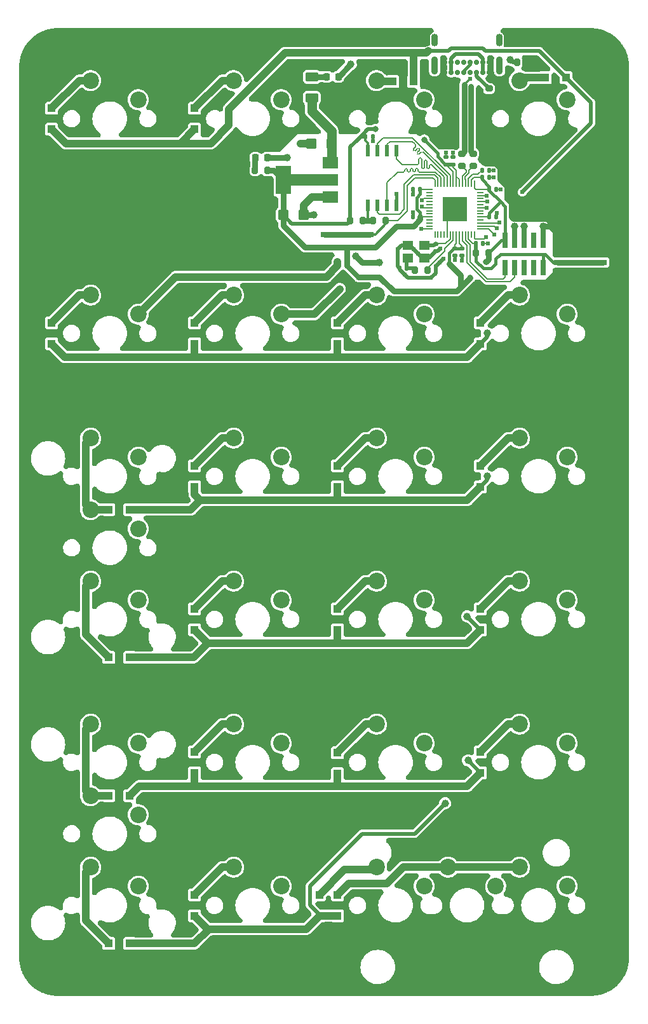
<source format=gtl>
G04 #@! TF.GenerationSoftware,KiCad,Pcbnew,(6.0.0)*
G04 #@! TF.CreationDate,2023-01-04T21:38:06+01:00*
G04 #@! TF.ProjectId,MPad2040_V1,4d506164-3230-4343-905f-56312e6b6963,rev?*
G04 #@! TF.SameCoordinates,Original*
G04 #@! TF.FileFunction,Copper,L1,Top*
G04 #@! TF.FilePolarity,Positive*
%FSLAX46Y46*%
G04 Gerber Fmt 4.6, Leading zero omitted, Abs format (unit mm)*
G04 Created by KiCad (PCBNEW (6.0.0)) date 2023-01-04 21:38:06*
%MOMM*%
%LPD*%
G01*
G04 APERTURE LIST*
G04 Aperture macros list*
%AMRoundRect*
0 Rectangle with rounded corners*
0 $1 Rounding radius*
0 $2 $3 $4 $5 $6 $7 $8 $9 X,Y pos of 4 corners*
0 Add a 4 corners polygon primitive as box body*
4,1,4,$2,$3,$4,$5,$6,$7,$8,$9,$2,$3,0*
0 Add four circle primitives for the rounded corners*
1,1,$1+$1,$2,$3*
1,1,$1+$1,$4,$5*
1,1,$1+$1,$6,$7*
1,1,$1+$1,$8,$9*
0 Add four rect primitives between the rounded corners*
20,1,$1+$1,$2,$3,$4,$5,0*
20,1,$1+$1,$4,$5,$6,$7,0*
20,1,$1+$1,$6,$7,$8,$9,0*
20,1,$1+$1,$8,$9,$2,$3,0*%
G04 Aperture macros list end*
G04 #@! TA.AperFunction,ComponentPad*
%ADD10C,0.800000*%
G04 #@! TD*
G04 #@! TA.AperFunction,ComponentPad*
%ADD11C,5.400000*%
G04 #@! TD*
G04 #@! TA.AperFunction,ComponentPad*
%ADD12C,2.200000*%
G04 #@! TD*
G04 #@! TA.AperFunction,SMDPad,CuDef*
%ADD13R,1.100000X1.100000*%
G04 #@! TD*
G04 #@! TA.AperFunction,SMDPad,CuDef*
%ADD14RoundRect,0.200000X0.200000X0.275000X-0.200000X0.275000X-0.200000X-0.275000X0.200000X-0.275000X0*%
G04 #@! TD*
G04 #@! TA.AperFunction,SMDPad,CuDef*
%ADD15RoundRect,0.200000X-0.275000X0.200000X-0.275000X-0.200000X0.275000X-0.200000X0.275000X0.200000X0*%
G04 #@! TD*
G04 #@! TA.AperFunction,SMDPad,CuDef*
%ADD16RoundRect,0.218750X0.218750X0.256250X-0.218750X0.256250X-0.218750X-0.256250X0.218750X-0.256250X0*%
G04 #@! TD*
G04 #@! TA.AperFunction,SMDPad,CuDef*
%ADD17RoundRect,0.250000X-0.625000X0.375000X-0.625000X-0.375000X0.625000X-0.375000X0.625000X0.375000X0*%
G04 #@! TD*
G04 #@! TA.AperFunction,SMDPad,CuDef*
%ADD18RoundRect,0.140000X-0.140000X-0.170000X0.140000X-0.170000X0.140000X0.170000X-0.140000X0.170000X0*%
G04 #@! TD*
G04 #@! TA.AperFunction,SMDPad,CuDef*
%ADD19RoundRect,0.140000X0.140000X0.170000X-0.140000X0.170000X-0.140000X-0.170000X0.140000X-0.170000X0*%
G04 #@! TD*
G04 #@! TA.AperFunction,SMDPad,CuDef*
%ADD20R,2.000000X1.500000*%
G04 #@! TD*
G04 #@! TA.AperFunction,SMDPad,CuDef*
%ADD21R,2.000000X3.800000*%
G04 #@! TD*
G04 #@! TA.AperFunction,SMDPad,CuDef*
%ADD22R,0.750000X2.100000*%
G04 #@! TD*
G04 #@! TA.AperFunction,SMDPad,CuDef*
%ADD23R,1.000000X0.750000*%
G04 #@! TD*
G04 #@! TA.AperFunction,SMDPad,CuDef*
%ADD24RoundRect,0.140000X0.170000X-0.140000X0.170000X0.140000X-0.170000X0.140000X-0.170000X-0.140000X0*%
G04 #@! TD*
G04 #@! TA.AperFunction,SMDPad,CuDef*
%ADD25R,0.532600X1.487399*%
G04 #@! TD*
G04 #@! TA.AperFunction,SMDPad,CuDef*
%ADD26RoundRect,0.200000X0.275000X-0.200000X0.275000X0.200000X-0.275000X0.200000X-0.275000X-0.200000X0*%
G04 #@! TD*
G04 #@! TA.AperFunction,SMDPad,CuDef*
%ADD27RoundRect,0.250000X0.450000X0.425000X-0.450000X0.425000X-0.450000X-0.425000X0.450000X-0.425000X0*%
G04 #@! TD*
G04 #@! TA.AperFunction,ComponentPad*
%ADD28C,0.700000*%
G04 #@! TD*
G04 #@! TA.AperFunction,ComponentPad*
%ADD29O,0.900000X2.400000*%
G04 #@! TD*
G04 #@! TA.AperFunction,ComponentPad*
%ADD30O,0.900000X1.700000*%
G04 #@! TD*
G04 #@! TA.AperFunction,SMDPad,CuDef*
%ADD31RoundRect,0.200000X-0.200000X-0.275000X0.200000X-0.275000X0.200000X0.275000X-0.200000X0.275000X0*%
G04 #@! TD*
G04 #@! TA.AperFunction,SMDPad,CuDef*
%ADD32RoundRect,0.140000X-0.170000X0.140000X-0.170000X-0.140000X0.170000X-0.140000X0.170000X0.140000X0*%
G04 #@! TD*
G04 #@! TA.AperFunction,SMDPad,CuDef*
%ADD33R,0.807999X0.178600*%
G04 #@! TD*
G04 #@! TA.AperFunction,SMDPad,CuDef*
%ADD34R,0.178600X0.807999*%
G04 #@! TD*
G04 #@! TA.AperFunction,SMDPad,CuDef*
%ADD35R,3.200400X3.200400*%
G04 #@! TD*
G04 #@! TA.AperFunction,SMDPad,CuDef*
%ADD36RoundRect,0.250000X-0.450000X-0.425000X0.450000X-0.425000X0.450000X0.425000X-0.450000X0.425000X0*%
G04 #@! TD*
G04 #@! TA.AperFunction,SMDPad,CuDef*
%ADD37R,1.400000X1.200000*%
G04 #@! TD*
G04 #@! TA.AperFunction,ViaPad*
%ADD38C,1.000000*%
G04 #@! TD*
G04 #@! TA.AperFunction,ViaPad*
%ADD39C,0.800000*%
G04 #@! TD*
G04 #@! TA.AperFunction,ViaPad*
%ADD40C,0.604800*%
G04 #@! TD*
G04 #@! TA.AperFunction,Conductor*
%ADD41C,1.000000*%
G04 #@! TD*
G04 #@! TA.AperFunction,Conductor*
%ADD42C,0.200000*%
G04 #@! TD*
G04 #@! TA.AperFunction,Conductor*
%ADD43C,0.500000*%
G04 #@! TD*
G04 #@! TA.AperFunction,Conductor*
%ADD44C,0.740000*%
G04 #@! TD*
G04 #@! TA.AperFunction,Conductor*
%ADD45C,0.300000*%
G04 #@! TD*
G04 #@! TA.AperFunction,Conductor*
%ADD46C,0.400000*%
G04 #@! TD*
G04 #@! TA.AperFunction,Conductor*
%ADD47C,1.500000*%
G04 #@! TD*
G04 #@! TA.AperFunction,Conductor*
%ADD48C,0.700000*%
G04 #@! TD*
G04 #@! TA.AperFunction,Conductor*
%ADD49C,0.152400*%
G04 #@! TD*
G04 #@! TA.AperFunction,Conductor*
%ADD50C,0.800000*%
G04 #@! TD*
G04 #@! TA.AperFunction,Conductor*
%ADD51C,1.250000*%
G04 #@! TD*
G04 APERTURE END LIST*
D10*
X184275000Y-37727500D03*
X182843109Y-34270609D03*
X186300000Y-35702500D03*
X185706891Y-34270609D03*
X184275000Y-33677500D03*
X182250000Y-35702500D03*
D11*
X184275000Y-35702500D03*
D10*
X185706891Y-37134391D03*
X182843109Y-37134391D03*
D12*
X179910000Y-69850000D03*
X173560000Y-67310000D03*
X160860000Y-107950000D03*
X154510000Y-105410000D03*
X179910000Y-41275000D03*
X173560000Y-38735000D03*
D10*
X182843109Y-155270609D03*
X182843109Y-158134391D03*
D11*
X184275000Y-156702500D03*
D10*
X182250000Y-156702500D03*
X185706891Y-155270609D03*
X186300000Y-156702500D03*
X184275000Y-158727500D03*
X185706891Y-158134391D03*
X184275000Y-154677500D03*
D12*
X179910000Y-107950000D03*
X173560000Y-105410000D03*
X122760000Y-146050000D03*
X116410000Y-143510000D03*
D10*
X110775000Y-33677500D03*
X108750000Y-35702500D03*
D11*
X110775000Y-35702500D03*
D10*
X112800000Y-35702500D03*
X112206891Y-37134391D03*
X109343109Y-37134391D03*
X112206891Y-34270609D03*
X109343109Y-34270609D03*
X110775000Y-37727500D03*
D12*
X141810000Y-69850000D03*
X135460000Y-67310000D03*
X141810000Y-88900000D03*
X135460000Y-86360000D03*
X122760000Y-107950000D03*
X116410000Y-105410000D03*
X160860000Y-88900000D03*
X154510000Y-86360000D03*
X122760000Y-136525000D03*
X116410000Y-133985000D03*
X179910000Y-88900000D03*
X173560000Y-86360000D03*
X122760000Y-69850000D03*
X116410000Y-67310000D03*
X122760000Y-98425000D03*
X116410000Y-95885000D03*
X122760000Y-127000000D03*
X116410000Y-124460000D03*
X160860000Y-127000000D03*
X154510000Y-124460000D03*
X179910000Y-127000000D03*
X173560000Y-124460000D03*
D10*
X110775000Y-158727500D03*
X112206891Y-155270609D03*
X108750000Y-156702500D03*
X109343109Y-158134391D03*
X112206891Y-158134391D03*
D11*
X110775000Y-156702500D03*
D10*
X109343109Y-155270609D03*
X110775000Y-154677500D03*
X112800000Y-156702500D03*
D12*
X179910000Y-146050000D03*
X173560000Y-143510000D03*
X160860000Y-146050000D03*
X154510000Y-143510000D03*
X160860000Y-41275000D03*
X154510000Y-38735000D03*
X141810000Y-107950000D03*
X135460000Y-105410000D03*
X170385000Y-146050000D03*
X164035000Y-143510000D03*
X141810000Y-146050000D03*
X135460000Y-143510000D03*
X141810000Y-41275000D03*
X135460000Y-38735000D03*
X160860000Y-69850000D03*
X154510000Y-67310000D03*
X122760000Y-88900000D03*
X116410000Y-86360000D03*
X122760000Y-41275000D03*
X116410000Y-38735000D03*
X141810000Y-127000000D03*
X135460000Y-124460000D03*
D13*
X130253000Y-130940000D03*
X130253000Y-128140000D03*
D14*
X161304000Y-63996200D03*
X159654000Y-63996200D03*
D15*
X169496000Y-39815000D03*
X169496000Y-41465000D03*
D16*
X139930500Y-49022000D03*
X138355500Y-49022000D03*
D13*
X149303000Y-131067000D03*
X149303000Y-128267000D03*
D17*
X145874000Y-38227000D03*
X145874000Y-41027000D03*
D18*
X168558800Y-51612800D03*
X169518800Y-51612800D03*
D13*
X149303000Y-111890000D03*
X149303000Y-109090000D03*
D19*
X160324000Y-56896000D03*
X159364000Y-56896000D03*
D13*
X168353000Y-92840000D03*
X168353000Y-90040000D03*
D20*
X148389000Y-54243000D03*
X148389000Y-51943000D03*
D21*
X142089000Y-51943000D03*
D20*
X148389000Y-49643000D03*
D18*
X157586000Y-63754000D03*
X158546000Y-63754000D03*
D22*
X171655000Y-60049000D03*
X171655000Y-63649000D03*
X172925000Y-60049000D03*
X172925000Y-63649000D03*
X174195000Y-60049000D03*
X174195000Y-63649000D03*
X175465000Y-60049000D03*
X175465000Y-63649000D03*
X176735000Y-60049000D03*
X176735000Y-63649000D03*
D14*
X139968000Y-50673000D03*
X138318000Y-50673000D03*
D16*
X149430000Y-38227000D03*
X147855000Y-38227000D03*
D13*
X121620000Y-95885000D03*
X118820000Y-95885000D03*
D18*
X167746000Y-60452000D03*
X168706000Y-60452000D03*
D23*
X178688000Y-59212000D03*
X178688000Y-62962000D03*
X184688000Y-59212000D03*
X184688000Y-62962000D03*
D24*
X163755600Y-49908400D03*
X163755600Y-48948400D03*
D13*
X149303000Y-92840000D03*
X149303000Y-90040000D03*
D25*
X153367000Y-55346600D03*
X154637000Y-55346600D03*
X155907000Y-55346600D03*
X157177000Y-55346600D03*
X157177000Y-48031400D03*
X155907000Y-48031400D03*
X154637000Y-48031400D03*
X153367000Y-48031400D03*
D13*
X121620000Y-133985000D03*
X118820000Y-133985000D03*
D26*
X167387800Y-50126400D03*
X167387800Y-48476400D03*
D13*
X146890000Y-149990000D03*
X146890000Y-147190000D03*
X168353000Y-111890000D03*
X168353000Y-109090000D03*
D23*
X153573000Y-62962000D03*
X153573000Y-59212000D03*
X147573000Y-62962000D03*
X147573000Y-59212000D03*
D27*
X148494000Y-47117000D03*
X145794000Y-47117000D03*
D28*
X169550000Y-37680011D03*
X168700000Y-37680011D03*
X167850000Y-37680011D03*
X167000000Y-37680011D03*
X166150000Y-37680011D03*
X165300000Y-37680011D03*
X164450000Y-37680011D03*
X163600000Y-37680011D03*
X163600000Y-36330011D03*
X164450000Y-36330011D03*
X165300000Y-36330011D03*
X166150000Y-36330011D03*
X167000000Y-36330011D03*
X167850000Y-36330011D03*
X168700000Y-36330011D03*
X169550000Y-36330011D03*
D29*
X170900000Y-36700011D03*
X162250000Y-36700011D03*
D30*
X170900000Y-33320011D03*
X162250000Y-33320011D03*
D24*
X162384000Y-61440000D03*
X162384000Y-60480000D03*
D14*
X152668000Y-57404000D03*
X151018000Y-57404000D03*
D13*
X121620000Y-153670000D03*
X118820000Y-153670000D03*
X130253000Y-92840000D03*
X130253000Y-90040000D03*
X130253000Y-111890000D03*
X130253000Y-109090000D03*
D31*
X167782000Y-61722000D03*
X169432000Y-61722000D03*
D32*
X164949400Y-61115000D03*
X164949400Y-62075000D03*
D19*
X160324000Y-53238400D03*
X159364000Y-53238400D03*
D13*
X130253000Y-149990000D03*
X130253000Y-147190000D03*
D26*
X165914600Y-50126400D03*
X165914600Y-48476400D03*
D33*
X161522800Y-53238400D03*
X161522800Y-53644800D03*
X161522800Y-54051200D03*
X161522800Y-54457600D03*
X161522800Y-54864000D03*
X161522800Y-55270400D03*
X161522800Y-55676800D03*
X161522800Y-56083200D03*
X161522800Y-56489600D03*
X161522800Y-56896000D03*
X161522800Y-57302400D03*
X161522800Y-57708800D03*
X161522800Y-58115200D03*
X161522800Y-58521600D03*
D34*
X162282400Y-59281200D03*
X162688800Y-59281200D03*
X163095200Y-59281200D03*
X163501600Y-59281200D03*
X163908000Y-59281200D03*
X164314400Y-59281200D03*
X164720800Y-59281200D03*
X165127200Y-59281200D03*
X165533600Y-59281200D03*
X165940000Y-59281200D03*
X166346400Y-59281200D03*
X166752800Y-59281200D03*
X167159200Y-59281200D03*
X167565600Y-59281200D03*
D33*
X168325200Y-58521600D03*
X168325200Y-58115200D03*
X168325200Y-57708800D03*
X168325200Y-57302400D03*
X168325200Y-56896000D03*
X168325200Y-56489600D03*
X168325200Y-56083200D03*
X168325200Y-55676800D03*
X168325200Y-55270400D03*
X168325200Y-54864000D03*
X168325200Y-54457600D03*
X168325200Y-54051200D03*
X168325200Y-53644800D03*
X168325200Y-53238400D03*
D34*
X167565600Y-52478800D03*
X167159200Y-52478800D03*
X166752800Y-52478800D03*
X166346400Y-52478800D03*
X165940000Y-52478800D03*
X165533600Y-52478800D03*
X165127200Y-52478800D03*
X164720800Y-52478800D03*
X164314400Y-52478800D03*
X163908000Y-52478800D03*
X163501600Y-52478800D03*
X163095200Y-52478800D03*
X162688800Y-52478800D03*
X162282400Y-52478800D03*
D35*
X164924000Y-55880000D03*
D13*
X168353000Y-73790000D03*
X168353000Y-70990000D03*
X179786000Y-38354000D03*
X176986000Y-38354000D03*
X111203000Y-73790000D03*
X111203000Y-70990000D03*
X149303000Y-149990000D03*
X149303000Y-147190000D03*
D18*
X168558800Y-50673000D03*
X169518800Y-50673000D03*
D24*
X164695400Y-49908400D03*
X164695400Y-48948400D03*
D13*
X111203000Y-45215000D03*
X111203000Y-42415000D03*
D18*
X169524000Y-53238400D03*
X170484000Y-53238400D03*
D14*
X155716000Y-57404000D03*
X154066000Y-57404000D03*
D13*
X130253000Y-45215000D03*
X130253000Y-42415000D03*
D18*
X153042000Y-46202600D03*
X154002000Y-46202600D03*
D13*
X168353000Y-130940000D03*
X168353000Y-128140000D03*
X121620000Y-115570000D03*
X118820000Y-115570000D03*
X130253000Y-73790000D03*
X130253000Y-70990000D03*
X159466000Y-38862000D03*
X156666000Y-38862000D03*
D18*
X169524000Y-56896000D03*
X170484000Y-56896000D03*
D32*
X165889200Y-61115000D03*
X165889200Y-62075000D03*
D36*
X142064000Y-56642000D03*
X144764000Y-56642000D03*
D37*
X160866511Y-60657000D03*
X158666511Y-60657000D03*
X158666511Y-62357000D03*
X160866511Y-62357000D03*
D13*
X149303000Y-73790000D03*
X149303000Y-70990000D03*
D31*
X173243000Y-36322000D03*
X174893000Y-36322000D03*
D38*
X147525000Y-156845000D03*
X128475000Y-156845000D03*
D39*
X166956000Y-65024000D03*
X169115000Y-62865000D03*
X160860000Y-46609000D03*
X154383000Y-45212000D03*
D40*
X166995000Y-38500000D03*
X167097401Y-39510000D03*
X170105600Y-51612800D03*
X165889200Y-62687200D03*
D38*
X108155000Y-59690000D03*
X108155000Y-102870000D03*
X165051000Y-45466000D03*
X186895000Y-105410000D03*
X108155000Y-97790000D03*
X186895000Y-46990000D03*
X160225000Y-33020000D03*
X147525000Y-33020000D03*
D40*
X166194000Y-54610000D03*
D38*
X150065000Y-159385000D03*
X186895000Y-69850000D03*
X114505000Y-33020000D03*
X128475000Y-53340000D03*
X108155000Y-77470000D03*
X176735000Y-56896000D03*
X144985000Y-44450000D03*
X173052000Y-56769000D03*
X186895000Y-128270000D03*
X165051000Y-40386000D03*
X108155000Y-92710000D03*
X186895000Y-39370000D03*
X152605000Y-159385000D03*
X139905000Y-33020000D03*
X147525000Y-159385000D03*
X186895000Y-113030000D03*
X174195000Y-58166000D03*
X150446000Y-45085000D03*
X110695000Y-139065000D03*
X154002000Y-71120000D03*
X172925000Y-33020000D03*
X146178800Y-56642000D03*
X149303000Y-40513000D03*
X108155000Y-95250000D03*
X184355000Y-81915000D03*
D40*
X159361400Y-53873400D03*
D38*
X108155000Y-62230000D03*
X108155000Y-74930000D03*
D40*
X157304000Y-62230000D03*
D38*
X186895000Y-62230000D03*
X157685000Y-33020000D03*
X186895000Y-59690000D03*
X108155000Y-54610000D03*
X129745000Y-33020000D03*
X168226000Y-40386000D03*
X124665000Y-159385000D03*
X128475000Y-81915000D03*
X163654000Y-70485000D03*
X186895000Y-115570000D03*
X186895000Y-130810000D03*
X108155000Y-90170000D03*
X186895000Y-140970000D03*
X186895000Y-87630000D03*
X108155000Y-120650000D03*
X166575000Y-139065000D03*
X108155000Y-123190000D03*
X108155000Y-57150000D03*
D40*
X161749000Y-65024000D03*
D38*
X175465000Y-33020000D03*
X144985000Y-159385000D03*
X108155000Y-52070000D03*
X108155000Y-44450000D03*
X143207000Y-62484000D03*
X186895000Y-57150000D03*
X183720000Y-60960000D03*
X165051000Y-46736000D03*
X108155000Y-148590000D03*
X167845000Y-83820000D03*
X127205000Y-159385000D03*
X110695000Y-120015000D03*
X176354000Y-66675000D03*
D40*
X163019000Y-61087000D03*
D38*
X154840200Y-62966600D03*
X186895000Y-133350000D03*
X180545000Y-159385000D03*
X108155000Y-128270000D03*
X146077200Y-62966600D03*
X114505000Y-159385000D03*
X147525000Y-81915000D03*
X186895000Y-138430000D03*
X160225000Y-44069000D03*
X110695000Y-53340000D03*
X119585000Y-159385000D03*
D40*
X159463000Y-61214000D03*
D38*
X186895000Y-67310000D03*
X108155000Y-135890000D03*
X147525000Y-100965000D03*
X165051000Y-42926000D03*
X108155000Y-138430000D03*
D40*
X154002000Y-46837600D03*
D38*
X186895000Y-95250000D03*
X128475000Y-120015000D03*
X175846000Y-36322000D03*
X108155000Y-80010000D03*
X108155000Y-140970000D03*
D40*
X170500319Y-56376319D03*
D38*
X132285000Y-33020000D03*
X142572000Y-49022000D03*
X176735000Y-58166000D03*
X186895000Y-102870000D03*
D40*
X163406508Y-62490508D03*
D38*
X186895000Y-151130000D03*
X186895000Y-153670000D03*
X186895000Y-85090000D03*
X147525000Y-139065000D03*
X137365000Y-33020000D03*
X108155000Y-107950000D03*
X186895000Y-120650000D03*
X167845000Y-100965000D03*
X184355000Y-139065000D03*
X186895000Y-110490000D03*
X181053000Y-60960000D03*
X186895000Y-52070000D03*
X186895000Y-54610000D03*
X108155000Y-69850000D03*
X160225000Y-159385000D03*
X186895000Y-135890000D03*
D40*
X163654000Y-57150000D03*
D38*
X108155000Y-153670000D03*
D40*
X158242147Y-64593853D03*
D38*
X142445000Y-159385000D03*
X108155000Y-110490000D03*
D40*
X159361400Y-56261000D03*
D38*
X139905000Y-159385000D03*
D40*
X169369000Y-60452000D03*
D38*
X147525000Y-36576000D03*
X162765000Y-159385000D03*
X108155000Y-39370000D03*
X128475000Y-72390000D03*
X153875000Y-42799000D03*
X147525000Y-120015000D03*
D40*
X164924000Y-55880000D03*
X164695400Y-48361600D03*
D38*
X184355000Y-53340000D03*
X127205000Y-33020000D03*
D40*
X159209000Y-65024000D03*
D38*
X172544000Y-81915000D03*
X186895000Y-82550000D03*
X165305000Y-159385000D03*
X122125000Y-159385000D03*
X168480000Y-49276000D03*
X177878000Y-56007000D03*
D40*
X162898508Y-62998508D03*
D38*
X186895000Y-123190000D03*
X128475000Y-62865000D03*
D40*
X170105600Y-50673000D03*
D38*
X186895000Y-143510000D03*
X170385000Y-159385000D03*
X186895000Y-92710000D03*
X108155000Y-67310000D03*
X108155000Y-64770000D03*
X186895000Y-100330000D03*
X175465000Y-159385000D03*
D40*
X163654000Y-54610000D03*
D38*
X134825000Y-159385000D03*
X110695000Y-100965000D03*
D40*
X162390508Y-63506508D03*
D38*
X108155000Y-118110000D03*
X167845000Y-120015000D03*
D40*
X166194000Y-57150000D03*
X160034500Y-61785500D03*
D38*
X168226000Y-45466000D03*
X151716000Y-62103000D03*
X186895000Y-125730000D03*
X180545000Y-33020000D03*
X186895000Y-49530000D03*
D40*
X157177000Y-53848000D03*
D38*
X163654000Y-74041000D03*
X129745000Y-159385000D03*
X108155000Y-72390000D03*
X110695000Y-62865000D03*
X186895000Y-44450000D03*
X144985000Y-33020000D03*
X168226000Y-42926000D03*
X178005000Y-33020000D03*
X108155000Y-85090000D03*
X186895000Y-90170000D03*
X186895000Y-77470000D03*
X147525000Y-72390000D03*
X108155000Y-146050000D03*
X108155000Y-105410000D03*
X108155000Y-125730000D03*
X186895000Y-80010000D03*
X119585000Y-33020000D03*
X128475000Y-139065000D03*
D40*
X157304000Y-63246000D03*
D38*
X117045000Y-159385000D03*
X169496000Y-42418000D03*
D40*
X163755600Y-48361600D03*
D38*
X186895000Y-74930000D03*
X117045000Y-33020000D03*
X168226000Y-46736000D03*
X184355000Y-120015000D03*
X186895000Y-97790000D03*
X166575000Y-156845000D03*
X165051000Y-44196000D03*
X172925000Y-159385000D03*
X155145000Y-33020000D03*
X175592000Y-56007000D03*
X124665000Y-33020000D03*
X128475000Y-100965000D03*
X157685000Y-159385000D03*
X172925000Y-58166000D03*
X186895000Y-146050000D03*
D40*
X164949400Y-62661800D03*
D38*
X144350000Y-47117000D03*
X186895000Y-107950000D03*
D40*
X162384000Y-64262000D03*
D38*
X108155000Y-49530000D03*
X128475000Y-35560000D03*
X108155000Y-100330000D03*
D40*
X171070800Y-53238400D03*
D38*
X165051000Y-41656000D03*
X108155000Y-143510000D03*
X168607000Y-48006000D03*
X108155000Y-87630000D03*
X108155000Y-82550000D03*
X186895000Y-41910000D03*
X108155000Y-115570000D03*
X152605000Y-33020000D03*
X162257000Y-68072000D03*
D40*
X157304000Y-61214000D03*
D38*
X186895000Y-148590000D03*
X168226000Y-44196000D03*
X108155000Y-133350000D03*
X137365000Y-159385000D03*
X168226000Y-41656000D03*
X143080000Y-38100000D03*
X108155000Y-41910000D03*
X122125000Y-33020000D03*
X132285000Y-159385000D03*
X158574000Y-68072000D03*
X145366000Y-66929000D03*
X108155000Y-130810000D03*
X108155000Y-46990000D03*
X186895000Y-72390000D03*
X186895000Y-118110000D03*
X186895000Y-64770000D03*
D40*
X160479000Y-65024000D03*
D38*
X142445000Y-33020000D03*
X167845000Y-159385000D03*
X150065000Y-33020000D03*
X134825000Y-33020000D03*
X151081000Y-36576000D03*
D40*
X169140400Y-54051200D03*
X173941000Y-53594000D03*
X169140400Y-55676800D03*
D38*
X169242000Y-72390000D03*
D40*
X170893000Y-57658000D03*
D38*
X169242000Y-91440000D03*
X166575000Y-110109000D03*
D40*
X170512000Y-58420000D03*
D38*
X166702000Y-129286000D03*
D40*
X170217829Y-59268829D03*
X169115000Y-59563000D03*
D38*
X163654000Y-135001000D03*
D40*
X169267400Y-54864000D03*
X160580600Y-54635400D03*
D38*
X149607820Y-66497180D03*
D40*
X160479000Y-58521600D03*
D38*
X149303000Y-62865000D03*
D40*
X160580600Y-55499000D03*
D38*
X172290000Y-35941000D03*
D41*
X146255000Y-69850000D02*
X141810000Y-69850000D01*
X149607820Y-66497180D02*
X146255000Y-69850000D01*
X127713000Y-64897000D02*
X122760000Y-69850000D01*
X149303000Y-62865000D02*
X149303000Y-63406022D01*
X147812022Y-64897000D02*
X127713000Y-64897000D01*
X149303000Y-63406022D02*
X147812022Y-64897000D01*
D42*
X164720800Y-59994800D02*
X163620911Y-61094689D01*
X161304000Y-63741800D02*
X161304000Y-63996200D01*
X164720800Y-59281200D02*
X164720800Y-59994800D01*
X163620911Y-61094689D02*
X163620911Y-61424889D01*
X163620911Y-61424889D02*
X161304000Y-63741800D01*
D43*
X158546000Y-63754000D02*
X158546000Y-62477511D01*
X158546000Y-63754000D02*
X159411800Y-63754000D01*
X159411800Y-63754000D02*
X159654000Y-63996200D01*
X158546000Y-62477511D02*
X158666511Y-62357000D01*
D44*
X152668000Y-57404000D02*
X153367000Y-57404000D01*
X153367000Y-57404000D02*
X154066000Y-57404000D01*
D45*
X153367000Y-55346600D02*
X153367000Y-57404000D01*
D46*
X162638000Y-48387000D02*
X162638000Y-48833085D01*
X163713315Y-49908400D02*
X163755600Y-49908400D01*
D47*
X148389000Y-51943000D02*
X142089000Y-51943000D01*
D42*
X165889200Y-60782200D02*
X165889200Y-61115000D01*
X167743400Y-53238400D02*
X167565600Y-53060600D01*
D44*
X165686000Y-66294000D02*
X166956000Y-65024000D01*
D43*
X142064000Y-56642000D02*
X142064000Y-51968000D01*
D44*
X165686000Y-64643000D02*
X164162000Y-63119000D01*
D46*
X171655000Y-55499000D02*
X171020000Y-54864000D01*
D43*
X152376400Y-46202600D02*
X151970000Y-46609000D01*
X151018000Y-47561000D02*
X151018000Y-57404000D01*
D44*
X160324000Y-56896000D02*
X160324000Y-57249412D01*
X150573000Y-63373000D02*
X150573000Y-60960000D01*
D43*
X142064000Y-51968000D02*
X142089000Y-51943000D01*
D42*
X165127200Y-60452000D02*
X164949400Y-60629800D01*
D46*
X164162000Y-61692202D02*
X164739202Y-61115000D01*
D44*
X156796000Y-66802000D02*
X154891000Y-64897000D01*
D46*
X169524000Y-53238400D02*
X169524000Y-52860000D01*
X169524000Y-52860000D02*
X168558800Y-51894800D01*
D42*
X164720800Y-52478800D02*
X164720800Y-50873600D01*
D46*
X164739202Y-61115000D02*
X164949400Y-61115000D01*
D44*
X150573000Y-60960000D02*
X144985000Y-60960000D01*
D43*
X153367000Y-45212000D02*
X151970000Y-46609000D01*
D46*
X169432000Y-61722000D02*
X171105000Y-60049000D01*
X160860000Y-46609000D02*
X162638000Y-48387000D01*
D42*
X168325200Y-53238400D02*
X169524000Y-53238400D01*
D46*
X159869400Y-55846531D02*
X159869400Y-54310600D01*
X171105000Y-60049000D02*
X171655000Y-60049000D01*
D44*
X142089000Y-58064000D02*
X142089000Y-51943000D01*
D46*
X164949400Y-61115000D02*
X165889200Y-61115000D01*
D44*
X165686000Y-66294000D02*
X165686000Y-64643000D01*
X154891000Y-64897000D02*
X152097000Y-64897000D01*
D46*
X168558800Y-51894800D02*
X168558800Y-51612800D01*
D42*
X168325200Y-53238400D02*
X167743400Y-53238400D01*
D44*
X159407412Y-58166000D02*
X157177000Y-58166000D01*
D45*
X153367000Y-47040800D02*
X153039400Y-46713200D01*
D42*
X164695400Y-50266600D02*
X164695400Y-49908400D01*
X164720800Y-50873600D02*
X163755600Y-49908400D01*
D46*
X160324000Y-56896000D02*
X160324000Y-56301131D01*
X160324000Y-53856000D02*
X160324000Y-53238400D01*
D48*
X152097000Y-64897000D02*
X150573000Y-63373000D01*
D43*
X150655480Y-57766520D02*
X143188520Y-57766520D01*
D42*
X165127200Y-52478800D02*
X165127200Y-51511200D01*
X167565600Y-53060600D02*
X167565600Y-52478800D01*
X164949400Y-60629800D02*
X164949400Y-61115000D01*
D43*
X151970000Y-46609000D02*
X151018000Y-47561000D01*
D44*
X160324000Y-57249412D02*
X159407412Y-58166000D01*
D42*
X165127200Y-50698400D02*
X164695400Y-50266600D01*
X165533600Y-60426600D02*
X165889200Y-60782200D01*
D44*
X165686000Y-66294000D02*
X165178000Y-66802000D01*
X139968000Y-50673000D02*
X140819000Y-50673000D01*
X157177000Y-58166000D02*
X154383000Y-60960000D01*
D43*
X143188520Y-57766520D02*
X142064000Y-56642000D01*
D45*
X153367000Y-48031400D02*
X153367000Y-47040800D01*
D46*
X169524000Y-56896000D02*
X169524000Y-56360000D01*
D42*
X167489400Y-51612800D02*
X168558800Y-51612800D01*
D44*
X140819000Y-50673000D02*
X142089000Y-51943000D01*
X169432000Y-62548000D02*
X169432000Y-61722000D01*
D42*
X165533600Y-52478800D02*
X165533600Y-51917600D01*
X165533600Y-51917600D02*
X165127200Y-51511200D01*
X167159200Y-51943000D02*
X167489400Y-51612800D01*
D43*
X151018000Y-57404000D02*
X150655480Y-57766520D01*
D44*
X169115000Y-62865000D02*
X169432000Y-62548000D01*
D42*
X161522800Y-53238400D02*
X160324000Y-53238400D01*
D44*
X144985000Y-60960000D02*
X142089000Y-58064000D01*
D43*
X154383000Y-45212000D02*
X153367000Y-45212000D01*
D46*
X169524000Y-53368000D02*
X169524000Y-53238400D01*
D42*
X165533600Y-59281200D02*
X165533600Y-60426600D01*
X165127200Y-59281200D02*
X165127200Y-60452000D01*
X161522800Y-56896000D02*
X160324000Y-56896000D01*
D46*
X159869400Y-54310600D02*
X160324000Y-53856000D01*
X160324000Y-56301131D02*
X159869400Y-55846531D01*
D43*
X163755600Y-49908400D02*
X164695400Y-49908400D01*
D46*
X162638000Y-48833085D02*
X163713315Y-49908400D01*
X153042000Y-46202600D02*
X152376400Y-46202600D01*
D42*
X165127200Y-51511200D02*
X165127200Y-50698400D01*
D46*
X164162000Y-63119000D02*
X164162000Y-61692202D01*
D42*
X168325200Y-56896000D02*
X169524000Y-56896000D01*
D45*
X153039400Y-46713200D02*
X153039400Y-46202600D01*
D46*
X171020000Y-54864000D02*
X169524000Y-53368000D01*
D42*
X167159200Y-52478800D02*
X167159200Y-51943000D01*
D44*
X165178000Y-66802000D02*
X156796000Y-66802000D01*
D46*
X169524000Y-56360000D02*
X171020000Y-54864000D01*
X171655000Y-60049000D02*
X171655000Y-55499000D01*
D44*
X154383000Y-60960000D02*
X150573000Y-60960000D01*
X153573000Y-59212000D02*
X147573000Y-59212000D01*
D49*
X162003000Y-51689000D02*
X159590000Y-51689000D01*
D45*
X154353000Y-59212000D02*
X155716000Y-57849000D01*
D49*
X159590000Y-51689000D02*
X158574000Y-52705000D01*
X158574000Y-52705000D02*
X158574000Y-56134000D01*
X157304000Y-57404000D02*
X155716000Y-57404000D01*
X162282400Y-52478800D02*
X162282400Y-51968400D01*
X158574000Y-56134000D02*
X157304000Y-57404000D01*
X162282400Y-51968400D02*
X162003000Y-51689000D01*
D45*
X155716000Y-57849000D02*
X155716000Y-57404000D01*
X153573000Y-59212000D02*
X154353000Y-59212000D01*
D44*
X166205481Y-39888517D02*
X166205481Y-39274519D01*
X166204999Y-39888999D02*
X166204999Y-48186001D01*
D45*
X166995000Y-38500000D02*
X166980000Y-38500000D01*
X166980000Y-38500000D02*
X166205481Y-39274519D01*
D44*
X166204999Y-48186001D02*
X165914600Y-48476400D01*
D46*
X167000000Y-36582800D02*
X167000000Y-36330000D01*
D44*
X167097401Y-48186001D02*
X167387800Y-48476400D01*
D46*
X166150000Y-37432800D02*
X167000000Y-36582800D01*
D44*
X167097401Y-39510000D02*
X167097401Y-48186001D01*
D46*
X166150000Y-37680000D02*
X166150000Y-37432800D01*
D44*
X138318000Y-49059500D02*
X138355500Y-49022000D01*
X138318000Y-50673000D02*
X138318000Y-49059500D01*
D43*
X163406508Y-62490508D02*
X162384000Y-63513016D01*
X161749000Y-65024000D02*
X160479000Y-65024000D01*
D46*
X164949400Y-62075000D02*
X164949400Y-62661800D01*
D43*
X157304000Y-61214000D02*
X157861000Y-60657000D01*
X160866511Y-62357000D02*
X160606000Y-62357000D01*
D46*
X165889200Y-62075000D02*
X165889200Y-62687200D01*
D44*
X178688000Y-59212000D02*
X178670000Y-59212000D01*
D43*
X160606000Y-62357000D02*
X160034500Y-61785500D01*
X162384000Y-63513016D02*
X162384000Y-64262000D01*
X162666000Y-61440000D02*
X163019000Y-61087000D01*
X158242147Y-64593853D02*
X157586000Y-63937707D01*
X160034500Y-61785500D02*
X159463000Y-61214000D01*
D46*
X159361400Y-53873400D02*
X159364000Y-53870800D01*
D44*
X153573000Y-62962000D02*
X152575000Y-62962000D01*
D46*
X170484000Y-56392638D02*
X170500319Y-56376319D01*
D43*
X157304000Y-63246000D02*
X157304000Y-62230000D01*
X157304000Y-63246000D02*
X157304000Y-63472000D01*
D44*
X146081800Y-62962000D02*
X146077200Y-62966600D01*
D46*
X170484000Y-56896000D02*
X170484000Y-56392638D01*
D41*
X144764000Y-55339000D02*
X145860000Y-54243000D01*
D43*
X159209000Y-65024000D02*
X158672293Y-65024000D01*
D44*
X154835600Y-62962000D02*
X154840200Y-62966600D01*
D43*
X157586000Y-63937707D02*
X157586000Y-63754000D01*
X158906000Y-60657000D02*
X158666511Y-60657000D01*
D44*
X144764000Y-56642000D02*
X146178800Y-56642000D01*
D43*
X162384000Y-64389000D02*
X161749000Y-65024000D01*
D41*
X145794000Y-47117000D02*
X144350000Y-47117000D01*
X145860000Y-54243000D02*
X148389000Y-54243000D01*
D42*
X163908000Y-59281200D02*
X163908000Y-56896000D01*
X169369000Y-60452000D02*
X168706000Y-60452000D01*
X164695400Y-48948400D02*
X164695400Y-48361600D01*
D50*
X139930500Y-49022000D02*
X142572000Y-49022000D01*
D44*
X152575000Y-62962000D02*
X151716000Y-62103000D01*
D43*
X162384000Y-64262000D02*
X162384000Y-64389000D01*
X158672293Y-65024000D02*
X158242147Y-64593853D01*
D44*
X178670000Y-59212000D02*
X177624000Y-58166000D01*
D48*
X174195000Y-60049000D02*
X174195000Y-58166000D01*
D46*
X159364000Y-56896000D02*
X159364000Y-56263600D01*
D42*
X163755600Y-48948400D02*
X163755600Y-48361600D01*
D50*
X169496000Y-41465000D02*
X169496000Y-42418000D01*
D42*
X169518800Y-50673000D02*
X170105600Y-50673000D01*
D48*
X172925000Y-60049000D02*
X172925000Y-58166000D01*
D42*
X170484000Y-53238400D02*
X171070800Y-53238400D01*
D43*
X160866511Y-62357000D02*
X160705022Y-62357000D01*
D46*
X159364000Y-53870800D02*
X159364000Y-53238400D01*
D48*
X176735000Y-60049000D02*
X176735000Y-58166000D01*
D50*
X174893000Y-36322000D02*
X175846000Y-36322000D01*
D43*
X157304000Y-63472000D02*
X157586000Y-63754000D01*
X160479000Y-65024000D02*
X159209000Y-65024000D01*
D46*
X159364000Y-56263600D02*
X159361400Y-56261000D01*
D44*
X147573000Y-62962000D02*
X146081800Y-62962000D01*
D41*
X144764000Y-56642000D02*
X144764000Y-55339000D01*
D46*
X157177000Y-55346600D02*
X157177000Y-53848000D01*
D43*
X159463000Y-61214000D02*
X158906000Y-60657000D01*
D42*
X163908000Y-56896000D02*
X164924000Y-55880000D01*
D43*
X157304000Y-62230000D02*
X157304000Y-61214000D01*
D42*
X169518800Y-51612800D02*
X170105600Y-51612800D01*
D43*
X162384000Y-61440000D02*
X162666000Y-61440000D01*
D44*
X177624000Y-58166000D02*
X176735000Y-58166000D01*
D43*
X161467000Y-62357000D02*
X162384000Y-61440000D01*
X160866511Y-62357000D02*
X161467000Y-62357000D01*
X157861000Y-60657000D02*
X158666511Y-60657000D01*
D44*
X184688000Y-59212000D02*
X178688000Y-59212000D01*
X153573000Y-62962000D02*
X154835600Y-62962000D01*
D42*
X154002000Y-46202600D02*
X154002000Y-46837600D01*
D44*
X178688000Y-62962000D02*
X184688000Y-62962000D01*
D46*
X170385000Y-63119000D02*
X170385000Y-62484000D01*
X167782000Y-62802000D02*
X168734000Y-63754000D01*
D49*
X166752800Y-59281200D02*
X166752800Y-59867800D01*
D46*
X167782000Y-61722000D02*
X167782000Y-62802000D01*
X170385000Y-62484000D02*
X171020000Y-61849000D01*
X178102000Y-62962000D02*
X178688000Y-62962000D01*
X168734000Y-63754000D02*
X169750000Y-63754000D01*
D49*
X167337000Y-60452000D02*
X167746000Y-60452000D01*
D46*
X169750000Y-63754000D02*
X170385000Y-63119000D01*
D49*
X166752800Y-59867800D02*
X167337000Y-60452000D01*
D46*
X171020000Y-61849000D02*
X176989000Y-61849000D01*
D43*
X167746000Y-60452000D02*
X167746000Y-61686000D01*
D46*
X176989000Y-61849000D02*
X178102000Y-62962000D01*
X176735000Y-61849000D02*
X176735000Y-63649000D01*
D43*
X167746000Y-61686000D02*
X167782000Y-61722000D01*
D51*
X148494000Y-47117000D02*
X148494000Y-49538000D01*
X148494000Y-49538000D02*
X148389000Y-49643000D01*
X145874000Y-42799000D02*
X148494000Y-45419000D01*
X145874000Y-41027000D02*
X145874000Y-42799000D01*
X148494000Y-45419000D02*
X148494000Y-47117000D01*
D49*
X158193000Y-52578000D02*
X158193000Y-55890310D01*
X159463000Y-51308000D02*
X158193000Y-52578000D01*
X158193000Y-55890310D02*
X157568310Y-56515000D01*
X154637000Y-56261000D02*
X154637000Y-55346600D01*
X157568310Y-56515000D02*
X154891000Y-56515000D01*
X162688800Y-51750110D02*
X162246690Y-51308000D01*
X162246690Y-51308000D02*
X159463000Y-51308000D01*
X162688800Y-52478800D02*
X162688800Y-51750110D01*
X154891000Y-56515000D02*
X154637000Y-56261000D01*
X158110600Y-50927000D02*
X158060600Y-50927000D01*
X159696400Y-50590706D02*
X159696400Y-50750800D01*
X162363380Y-50927000D02*
X160225000Y-50927000D01*
X157304000Y-50927000D02*
X155907000Y-52324000D01*
X163095200Y-51658820D02*
X162363380Y-50927000D01*
X158991600Y-50590706D02*
X158991600Y-50750800D01*
X163095200Y-52478800D02*
X163095200Y-51658820D01*
X160048800Y-50750800D02*
X160048800Y-50590706D01*
X159344000Y-50750800D02*
X159344000Y-50590706D01*
X158286800Y-50590706D02*
X158286800Y-50750800D01*
X158060600Y-50927000D02*
X157304000Y-50927000D01*
X158639200Y-50750800D02*
X158639200Y-50590706D01*
X155907000Y-52324000D02*
X155907000Y-55346600D01*
X159344000Y-50750800D02*
G75*
G03*
X159520200Y-50927000I176201J1D01*
G01*
X158110600Y-50927000D02*
G75*
G03*
X158286800Y-50750800I-1J176201D01*
G01*
X158286800Y-50590706D02*
G75*
G02*
X158463000Y-50414506I176201J-1D01*
G01*
X160048800Y-50750800D02*
G75*
G03*
X160225000Y-50927000I176201J1D01*
G01*
X158991600Y-50590706D02*
G75*
G02*
X159167800Y-50414506I176201J-1D01*
G01*
X159696400Y-50590706D02*
G75*
G02*
X159872600Y-50414506I176201J-1D01*
G01*
X158639200Y-50750800D02*
G75*
G03*
X158815400Y-50927000I176201J1D01*
G01*
X158463000Y-50414506D02*
G75*
G02*
X158639200Y-50590706I-1J-176201D01*
G01*
X159872600Y-50414506D02*
G75*
G02*
X160048800Y-50590706I-1J-176201D01*
G01*
X158815400Y-50927000D02*
G75*
G03*
X158991600Y-50750800I-1J176201D01*
G01*
X159520200Y-50927000D02*
G75*
G03*
X159696400Y-50750800I-1J176201D01*
G01*
X159167800Y-50414506D02*
G75*
G02*
X159344000Y-50590706I-1J-176201D01*
G01*
X160515600Y-50319927D02*
X160515600Y-49911000D01*
X159987000Y-49911000D02*
X158516725Y-49911000D01*
X160868000Y-49911000D02*
X160868000Y-50319927D01*
X163501600Y-52478800D02*
X163501600Y-51567530D01*
X161220400Y-50319927D02*
X161220400Y-50087200D01*
X160163200Y-49152073D02*
X160163200Y-49734800D01*
X161845070Y-49911000D02*
X161749000Y-49911000D01*
X163501600Y-51567530D02*
X161845070Y-49911000D01*
X160868000Y-49452073D02*
X160868000Y-49911000D01*
X157939000Y-49911000D02*
X157177000Y-49149000D01*
X160515600Y-49911000D02*
X160515600Y-49152073D01*
X157177000Y-49149000D02*
X157177000Y-48031400D01*
X161220400Y-50087200D02*
X161220400Y-49452073D01*
X158516725Y-49911000D02*
X157939000Y-49911000D01*
X161572800Y-50087200D02*
X161572800Y-50319927D01*
X161396600Y-50496127D02*
G75*
G03*
X161572800Y-50319927I-1J176201D01*
G01*
X160691800Y-50496127D02*
G75*
G03*
X160868000Y-50319927I-1J176201D01*
G01*
X161044200Y-49275873D02*
G75*
G02*
X161220400Y-49452073I-1J-176201D01*
G01*
X161220400Y-50319927D02*
G75*
G03*
X161396600Y-50496127I176201J1D01*
G01*
X161572800Y-50087200D02*
G75*
G02*
X161749000Y-49911000I176201J-1D01*
G01*
X160339400Y-48975873D02*
G75*
G02*
X160515600Y-49152073I-1J-176201D01*
G01*
X159987000Y-49911000D02*
G75*
G03*
X160163200Y-49734800I-1J176201D01*
G01*
X160163200Y-49152073D02*
G75*
G02*
X160339400Y-48975873I176201J-1D01*
G01*
X160868000Y-49452073D02*
G75*
G02*
X161044200Y-49275873I176201J-1D01*
G01*
X160515600Y-50319927D02*
G75*
G03*
X160691800Y-50496127I176201J1D01*
G01*
X159447691Y-47801017D02*
X159447691Y-47801018D01*
X160214012Y-47782249D02*
X160214013Y-47782250D01*
X163908000Y-51476240D02*
X160712380Y-48280620D01*
X159294760Y-46863000D02*
X156288000Y-46863000D01*
X159964827Y-47782251D02*
X159696875Y-48050203D01*
X159715643Y-47283882D02*
X159609577Y-47177817D01*
X155907000Y-47244000D02*
X155907000Y-48031400D01*
X156288000Y-46863000D02*
X155907000Y-47244000D01*
X159715644Y-47283881D02*
X159715643Y-47283882D01*
X159447691Y-47801018D02*
X159715644Y-47533065D01*
X159981415Y-48264032D02*
X160214013Y-48031434D01*
X160463196Y-48280620D02*
X160230599Y-48513217D01*
X163908000Y-52478800D02*
X163908000Y-51476240D01*
X160214013Y-47782250D02*
X160214011Y-47782251D01*
X159981414Y-48513216D02*
X159981415Y-48513217D01*
X159609577Y-47177817D02*
X159294760Y-46863000D01*
X159981415Y-48264031D02*
X159981415Y-48264032D01*
X159447692Y-48050202D02*
G75*
G03*
X159696874Y-48050202I124591J124590D01*
G01*
X160463197Y-48280621D02*
G75*
G02*
X160712379Y-48280621I124591J-124590D01*
G01*
X159964828Y-47782252D02*
G75*
G02*
X160214010Y-47782252I124591J-124590D01*
G01*
X159981415Y-48264031D02*
G75*
G03*
X159981415Y-48513217I124593J-124593D01*
G01*
X159981414Y-48513216D02*
G75*
G03*
X160230599Y-48513217I124593J124593D01*
G01*
X159447691Y-47801017D02*
G75*
G03*
X159447691Y-48050203I124593J-124593D01*
G01*
X160214012Y-47782249D02*
G75*
G02*
X160214013Y-48031434I-124593J-124593D01*
G01*
X159715643Y-47283882D02*
G75*
G02*
X159715643Y-47533064I-124590J-124591D01*
G01*
X155399000Y-46355000D02*
X154637000Y-47117000D01*
X164314400Y-52478800D02*
X164314400Y-51384950D01*
X159284450Y-46355000D02*
X155399000Y-46355000D01*
X164314400Y-51384950D02*
X159284450Y-46355000D01*
X154637000Y-47117000D02*
X154637000Y-48031400D01*
D43*
X168043974Y-35179000D02*
X168700000Y-35835026D01*
X168700000Y-37680000D02*
X168700000Y-36330000D01*
X168700000Y-35835026D02*
X168700000Y-36330000D01*
X164450000Y-36330000D02*
X164450000Y-35780000D01*
X164450000Y-36330000D02*
X164450000Y-37680000D01*
X165051000Y-35179000D02*
X168043974Y-35179000D01*
X164450000Y-35780000D02*
X165051000Y-35179000D01*
D50*
X151081000Y-36576000D02*
X149430000Y-38227000D01*
D43*
X173941000Y-53594000D02*
X183085000Y-44450000D01*
X164479500Y-34417000D02*
X168670500Y-34417000D01*
D41*
X161114000Y-35052000D02*
X142318000Y-35052000D01*
X142318000Y-35052000D02*
X134825000Y-42545000D01*
D43*
X183085000Y-44450000D02*
X183085000Y-41653000D01*
D41*
X130250000Y-45215000D02*
X128348000Y-47117000D01*
X134825000Y-44704000D02*
X132412000Y-47117000D01*
D43*
X176230000Y-34798000D02*
X179786000Y-38354000D01*
D41*
X113105000Y-47117000D02*
X111203000Y-45215000D01*
X134825000Y-42545000D02*
X134825000Y-44704000D01*
X128348000Y-47117000D02*
X113105000Y-47117000D01*
D43*
X183085000Y-41653000D02*
X179786000Y-38354000D01*
D41*
X130253000Y-45215000D02*
X130250000Y-45215000D01*
X161368000Y-34798000D02*
X161114000Y-35052000D01*
D42*
X169140400Y-54051200D02*
X168325200Y-54051200D01*
D43*
X161368000Y-34798000D02*
X164098500Y-34798000D01*
X168670500Y-34417000D02*
X169051500Y-34798000D01*
D41*
X132412000Y-47117000D02*
X128348000Y-47117000D01*
D43*
X164098500Y-34798000D02*
X164479500Y-34417000D01*
D41*
X159466000Y-38862000D02*
X159466000Y-35055000D01*
D43*
X169051500Y-34798000D02*
X176230000Y-34798000D01*
D41*
X149303000Y-73790000D02*
X149303000Y-75438000D01*
X168350000Y-73790000D02*
X166575000Y-75565000D01*
D42*
X168325200Y-55676800D02*
X169140400Y-55676800D01*
D41*
X130253000Y-75438000D02*
X130380000Y-75565000D01*
X149430000Y-75565000D02*
X130380000Y-75565000D01*
X166575000Y-75565000D02*
X149430000Y-75565000D01*
X168353000Y-73790000D02*
X168350000Y-73790000D01*
D43*
X168353000Y-73787000D02*
X168353000Y-73790000D01*
X169242000Y-72390000D02*
X169242000Y-72898000D01*
D41*
X149303000Y-75438000D02*
X149430000Y-75565000D01*
X112978000Y-75565000D02*
X111203000Y-73790000D01*
X130380000Y-75565000D02*
X112978000Y-75565000D01*
X130253000Y-73790000D02*
X130253000Y-75438000D01*
D43*
X169242000Y-72898000D02*
X168353000Y-73787000D01*
D41*
X121620000Y-95885000D02*
X129745000Y-95885000D01*
D43*
X169242000Y-91951000D02*
X168353000Y-92840000D01*
D41*
X130253000Y-92840000D02*
X130253000Y-93853000D01*
D42*
X170893000Y-57658000D02*
X170835320Y-57715680D01*
D41*
X166575000Y-94615000D02*
X149430000Y-94615000D01*
X149303000Y-92840000D02*
X149303000Y-94488000D01*
D42*
X168325200Y-57708800D02*
X170842200Y-57708800D01*
D41*
X168353000Y-92840000D02*
X168350000Y-92840000D01*
X149303000Y-94488000D02*
X149430000Y-94615000D01*
X130253000Y-93853000D02*
X131015000Y-94615000D01*
D42*
X170842200Y-57708800D02*
X170893000Y-57658000D01*
D41*
X129745000Y-95885000D02*
X131015000Y-94615000D01*
X168350000Y-92840000D02*
X166575000Y-94615000D01*
X131015000Y-94615000D02*
X149430000Y-94615000D01*
D43*
X169242000Y-91440000D02*
X169242000Y-91951000D01*
D41*
X149303000Y-111890000D02*
X149303000Y-113538000D01*
X166575000Y-113665000D02*
X149430000Y-113665000D01*
D43*
X168353000Y-111890000D02*
X168353000Y-111887000D01*
D41*
X121620000Y-115570000D02*
X130123000Y-115570000D01*
X132028000Y-113665000D02*
X130253000Y-111890000D01*
X168353000Y-111890000D02*
X168350000Y-111890000D01*
X168350000Y-111890000D02*
X166575000Y-113665000D01*
D43*
X168353000Y-111887000D02*
X166575000Y-110109000D01*
D41*
X149303000Y-113538000D02*
X149430000Y-113665000D01*
X149430000Y-113665000D02*
X132028000Y-113665000D01*
X130123000Y-115570000D02*
X132028000Y-113665000D01*
D42*
X170512000Y-58420000D02*
X170207200Y-58115200D01*
X170207200Y-58115200D02*
X168325200Y-58115200D01*
D41*
X166575000Y-132715000D02*
X149430000Y-132715000D01*
D43*
X166702000Y-129286000D02*
X166702000Y-129289000D01*
D41*
X130253000Y-130940000D02*
X130253000Y-132588000D01*
X149430000Y-132715000D02*
X130380000Y-132715000D01*
D43*
X166702000Y-129289000D02*
X168353000Y-130940000D01*
D42*
X169470600Y-58521600D02*
X170217829Y-59268829D01*
D41*
X122890000Y-132715000D02*
X121620000Y-133985000D01*
X168353000Y-130940000D02*
X168350000Y-130940000D01*
X149303000Y-132588000D02*
X149430000Y-132715000D01*
X149303000Y-131067000D02*
X149303000Y-132588000D01*
X168350000Y-130940000D02*
X166575000Y-132715000D01*
D42*
X169470600Y-58521600D02*
X168325200Y-58521600D01*
D41*
X130253000Y-132588000D02*
X130380000Y-132715000D01*
X130380000Y-132715000D02*
X122890000Y-132715000D01*
D43*
X152605000Y-139065000D02*
X145620000Y-146050000D01*
D41*
X146890000Y-149990000D02*
X145115000Y-151765000D01*
X132028000Y-151765000D02*
X130253000Y-149990000D01*
D42*
X167565600Y-59740800D02*
X167565600Y-59281200D01*
D41*
X149303000Y-149990000D02*
X146890000Y-149990000D01*
D43*
X145620000Y-146050000D02*
X145620000Y-148590000D01*
X159590000Y-139065000D02*
X152605000Y-139065000D01*
D42*
X168835520Y-59842480D02*
X167667280Y-59842480D01*
X169115000Y-59563000D02*
X168835520Y-59842480D01*
D41*
X130253000Y-153670000D02*
X121620000Y-153670000D01*
D43*
X163654000Y-135001000D02*
X159590000Y-139065000D01*
X146890000Y-149860000D02*
X146890000Y-149990000D01*
X145620000Y-148590000D02*
X146890000Y-149860000D01*
D41*
X145115000Y-151765000D02*
X132158000Y-151765000D01*
X132158000Y-151765000D02*
X130253000Y-153670000D01*
D42*
X167667280Y-59842480D02*
X167565600Y-59740800D01*
X168325200Y-54864000D02*
X169267400Y-54864000D01*
X160580600Y-54635400D02*
X160758400Y-54457600D01*
X160758400Y-54457600D02*
X161522800Y-54457600D01*
X160479000Y-58521600D02*
X161522800Y-58521600D01*
X160758400Y-55676800D02*
X161522800Y-55676800D01*
X160580600Y-55499000D02*
X160758400Y-55676800D01*
D43*
X162179000Y-60657000D02*
X160866511Y-60657000D01*
D42*
X164314400Y-59817000D02*
X164314400Y-59281200D01*
X162384000Y-60452000D02*
X163679400Y-60452000D01*
X163679400Y-60452000D02*
X164314400Y-59817000D01*
D43*
X162384000Y-60452000D02*
X162179000Y-60657000D01*
D49*
X172925000Y-64897000D02*
X172925000Y-63649000D01*
X165940000Y-60071000D02*
X166575000Y-60706000D01*
X166575000Y-60706000D02*
X166575000Y-62992000D01*
X166575000Y-62992000D02*
X169115000Y-65532000D01*
X169115000Y-65532000D02*
X172290000Y-65532000D01*
X172290000Y-65532000D02*
X172925000Y-64897000D01*
X165940000Y-59281200D02*
X165940000Y-60071000D01*
X166346400Y-59281200D02*
X166346400Y-59969400D01*
X169242000Y-65151000D02*
X171401000Y-65151000D01*
X171655000Y-64897000D02*
X171655000Y-63649000D01*
X171401000Y-65151000D02*
X171655000Y-64897000D01*
X166956000Y-60579000D02*
X166956000Y-62865000D01*
X166346400Y-59969400D02*
X166956000Y-60579000D01*
X166956000Y-62865000D02*
X169242000Y-65151000D01*
D50*
X147855000Y-38227000D02*
X145874000Y-38227000D01*
D41*
X173560000Y-67310000D02*
X172033000Y-67310000D01*
X172033000Y-67310000D02*
X168353000Y-70990000D01*
X133933000Y-38735000D02*
X130253000Y-42415000D01*
X135460000Y-38735000D02*
X133933000Y-38735000D01*
X176986000Y-38354000D02*
X173941000Y-38354000D01*
X173941000Y-38354000D02*
X173560000Y-38735000D01*
X172033000Y-86360000D02*
X168353000Y-90040000D01*
X173560000Y-86360000D02*
X172033000Y-86360000D01*
X172033000Y-105410000D02*
X168353000Y-109090000D01*
X173560000Y-105410000D02*
X172033000Y-105410000D01*
X173560000Y-124460000D02*
X172033000Y-124460000D01*
X172033000Y-124460000D02*
X168353000Y-128140000D01*
X149303000Y-147190000D02*
X149306000Y-147190000D01*
X173560000Y-143510000D02*
X164035000Y-143510000D01*
X155907000Y-145669000D02*
X158066000Y-143510000D01*
X149306000Y-147190000D02*
X150827000Y-145669000D01*
X150827000Y-145669000D02*
X155907000Y-145669000D01*
X158066000Y-143510000D02*
X164035000Y-143510000D01*
X154637000Y-38862000D02*
X154510000Y-38735000D01*
X156666000Y-38862000D02*
X154637000Y-38862000D01*
X152983000Y-67310000D02*
X149303000Y-70990000D01*
X154510000Y-67310000D02*
X152983000Y-67310000D01*
X154510000Y-86360000D02*
X152983000Y-86360000D01*
X152983000Y-86360000D02*
X149303000Y-90040000D01*
X154510000Y-105410000D02*
X152983000Y-105410000D01*
X152983000Y-105410000D02*
X149303000Y-109090000D01*
X154510000Y-124460000D02*
X153110000Y-124460000D01*
X153110000Y-124460000D02*
X149303000Y-128267000D01*
X135460000Y-67310000D02*
X133933000Y-67310000D01*
X133933000Y-67310000D02*
X130253000Y-70990000D01*
X135460000Y-86360000D02*
X133933000Y-86360000D01*
X133933000Y-86360000D02*
X130253000Y-90040000D01*
X135460000Y-105410000D02*
X133933000Y-105410000D01*
X133933000Y-105410000D02*
X130253000Y-109090000D01*
X133933000Y-124460000D02*
X130253000Y-128140000D01*
X135460000Y-124460000D02*
X133933000Y-124460000D01*
X135460000Y-143510000D02*
X133933000Y-143510000D01*
X133933000Y-143510000D02*
X130253000Y-147190000D01*
X114883000Y-38735000D02*
X111203000Y-42415000D01*
X116410000Y-38735000D02*
X114883000Y-38735000D01*
X114883000Y-67310000D02*
X111203000Y-70990000D01*
X116410000Y-67310000D02*
X114883000Y-67310000D01*
X118820000Y-95885000D02*
X116410000Y-95885000D01*
X116410000Y-86360000D02*
X115775000Y-86995000D01*
X115775000Y-86995000D02*
X115775000Y-95250000D01*
X115775000Y-95250000D02*
X116410000Y-95885000D01*
X118820000Y-133985000D02*
X116410000Y-133985000D01*
X115775000Y-125095000D02*
X115775000Y-133350000D01*
X116410000Y-124460000D02*
X115775000Y-125095000D01*
X115775000Y-133350000D02*
X116410000Y-133985000D01*
D42*
X168033625Y-51206400D02*
X167330794Y-51206400D01*
X168558800Y-50681225D02*
X168033625Y-51206400D01*
X168558800Y-50673000D02*
X168558800Y-50681225D01*
X167330794Y-51206400D02*
X166752800Y-51784394D01*
X166752800Y-51784394D02*
X166752800Y-52478800D01*
D43*
X167850000Y-38169000D02*
X169496000Y-39815000D01*
X167850000Y-37680000D02*
X167850000Y-38169000D01*
X172290000Y-35941000D02*
X172671000Y-36322000D01*
X172671000Y-36322000D02*
X173243000Y-36322000D01*
D42*
X166319400Y-51845801D02*
X166319400Y-51584186D01*
X166827400Y-51076186D02*
X166827400Y-50686800D01*
X166346400Y-52478800D02*
X166346400Y-51872801D01*
X166346400Y-51872801D02*
X166319400Y-51845801D01*
X166827400Y-50686800D02*
X167387800Y-50126400D01*
X166319400Y-51584186D02*
X166827400Y-51076186D01*
X166475000Y-50686800D02*
X165914600Y-50126400D01*
X165967000Y-51845801D02*
X165967000Y-51438214D01*
X165940000Y-52478800D02*
X165940000Y-51872801D01*
X165940000Y-51872801D02*
X165967000Y-51845801D01*
X166475000Y-50930214D02*
X166475000Y-50686800D01*
X165967000Y-51438214D02*
X166475000Y-50930214D01*
D41*
X146890000Y-147190000D02*
X146893000Y-147190000D01*
X150214479Y-143868521D02*
X154510000Y-143868521D01*
X146893000Y-147190000D02*
X150214479Y-143868521D01*
X118820000Y-115567000D02*
X118820000Y-115570000D01*
X116410000Y-105410000D02*
X115775000Y-106045000D01*
X115775000Y-112522000D02*
X118820000Y-115567000D01*
X115775000Y-106045000D02*
X115775000Y-112522000D01*
X115775000Y-144145000D02*
X115775000Y-150625000D01*
X116410000Y-143510000D02*
X115775000Y-144145000D01*
X115775000Y-150625000D02*
X118820000Y-153670000D01*
G04 #@! TA.AperFunction,Conductor*
G36*
X161881094Y-31769410D02*
G01*
X161982134Y-31824090D01*
X162059945Y-31908615D01*
X162106095Y-32013826D01*
X162115582Y-32128320D01*
X162087379Y-32239692D01*
X162024542Y-32335871D01*
X161953255Y-32392950D01*
X161947159Y-32395475D01*
X161929015Y-32409398D01*
X161929014Y-32409398D01*
X161884439Y-32443602D01*
X161821718Y-32491729D01*
X161725464Y-32617170D01*
X161664956Y-32763249D01*
X161649500Y-32880650D01*
X161649500Y-33759372D01*
X161650992Y-33770708D01*
X161651419Y-33777216D01*
X161639961Y-33891531D01*
X161592007Y-33995931D01*
X161512753Y-34079104D01*
X161410786Y-34132036D01*
X161314132Y-34148872D01*
X161287373Y-34149713D01*
X161287370Y-34149713D01*
X161265430Y-34150403D01*
X161244353Y-34156526D01*
X161244349Y-34156527D01*
X161128687Y-34190130D01*
X161107601Y-34196256D01*
X161034674Y-34239385D01*
X160985032Y-34268743D01*
X160985030Y-34268744D01*
X160966135Y-34279919D01*
X160956054Y-34290000D01*
X111965000Y-34290000D01*
X111658837Y-34308519D01*
X111357138Y-34363808D01*
X111064304Y-34455059D01*
X110784603Y-34580942D01*
X110522116Y-34739621D01*
X110280668Y-34928783D01*
X110063783Y-35145668D01*
X109874621Y-35387116D01*
X109715942Y-35649603D01*
X109590059Y-35929304D01*
X109498808Y-36222138D01*
X109443519Y-36523837D01*
X109425000Y-36830000D01*
X109425000Y-87212337D01*
X109318885Y-87284453D01*
X109236086Y-87358484D01*
X109128870Y-87454346D01*
X109095616Y-87484078D01*
X109088072Y-87492880D01*
X108941583Y-87663793D01*
X108900711Y-87711479D01*
X108737592Y-87962659D01*
X108732627Y-87973115D01*
X108732626Y-87973117D01*
X108644219Y-88159303D01*
X108609127Y-88233206D01*
X108563350Y-88375786D01*
X108532886Y-88470670D01*
X108517572Y-88518366D01*
X108464536Y-88813131D01*
X108450950Y-89112320D01*
X108451958Y-89123840D01*
X108451958Y-89123846D01*
X108463283Y-89253286D01*
X108477053Y-89410679D01*
X108479578Y-89421975D01*
X108479579Y-89421982D01*
X108503196Y-89527638D01*
X108542386Y-89702964D01*
X108645802Y-89984040D01*
X108785484Y-90248970D01*
X108792187Y-90258402D01*
X108792190Y-90258407D01*
X108952272Y-90483665D01*
X108952277Y-90483671D01*
X108958977Y-90493099D01*
X109163234Y-90712138D01*
X109172174Y-90719482D01*
X109172180Y-90719487D01*
X109385721Y-90894892D01*
X109385726Y-90894896D01*
X109394666Y-90902239D01*
X109404502Y-90908338D01*
X109404504Y-90908339D01*
X109425000Y-90921047D01*
X109425000Y-111012337D01*
X109318885Y-111084453D01*
X109263130Y-111134304D01*
X109128870Y-111254346D01*
X109095616Y-111284078D01*
X109063290Y-111321794D01*
X108931933Y-111475052D01*
X108900711Y-111511479D01*
X108737592Y-111762659D01*
X108732627Y-111773115D01*
X108732626Y-111773117D01*
X108644219Y-111959303D01*
X108609127Y-112033206D01*
X108517572Y-112318366D01*
X108515521Y-112329766D01*
X108471739Y-112573100D01*
X108464536Y-112613131D01*
X108450950Y-112912320D01*
X108451958Y-112923840D01*
X108451958Y-112923846D01*
X108460417Y-113020529D01*
X108477053Y-113210679D01*
X108479578Y-113221975D01*
X108479579Y-113221982D01*
X108482716Y-113236016D01*
X108542386Y-113502964D01*
X108645802Y-113784040D01*
X108785484Y-114048970D01*
X108792187Y-114058402D01*
X108792190Y-114058407D01*
X108952272Y-114283665D01*
X108952277Y-114283671D01*
X108958977Y-114293099D01*
X109163234Y-114512138D01*
X109172174Y-114519482D01*
X109172180Y-114519487D01*
X109385721Y-114694892D01*
X109385726Y-114694896D01*
X109394666Y-114702239D01*
X109404502Y-114708338D01*
X109404504Y-114708339D01*
X109425000Y-114721047D01*
X109425000Y-125312337D01*
X109318885Y-125384453D01*
X109236086Y-125458484D01*
X109128870Y-125554346D01*
X109095616Y-125584078D01*
X109088072Y-125592880D01*
X108941583Y-125763793D01*
X108900711Y-125811479D01*
X108737592Y-126062659D01*
X108732627Y-126073115D01*
X108732626Y-126073117D01*
X108644219Y-126259303D01*
X108609127Y-126333206D01*
X108563350Y-126475786D01*
X108532886Y-126570670D01*
X108517572Y-126618366D01*
X108464536Y-126913131D01*
X108450950Y-127212320D01*
X108451958Y-127223840D01*
X108451958Y-127223846D01*
X108463283Y-127353286D01*
X108477053Y-127510679D01*
X108479578Y-127521975D01*
X108479579Y-127521982D01*
X108503196Y-127627638D01*
X108542386Y-127802964D01*
X108645802Y-128084040D01*
X108785484Y-128348970D01*
X108792187Y-128358402D01*
X108792190Y-128358407D01*
X108952272Y-128583665D01*
X108952277Y-128583671D01*
X108958977Y-128593099D01*
X109163234Y-128812138D01*
X109172174Y-128819482D01*
X109172180Y-128819487D01*
X109385721Y-128994892D01*
X109385726Y-128994896D01*
X109394666Y-129002239D01*
X109404502Y-129008338D01*
X109404504Y-129008339D01*
X109425000Y-129021047D01*
X109425000Y-149112337D01*
X109318885Y-149184453D01*
X109263130Y-149234304D01*
X109128870Y-149354346D01*
X109095616Y-149384078D01*
X109063290Y-149421794D01*
X108931933Y-149575052D01*
X108900711Y-149611479D01*
X108737592Y-149862659D01*
X108732627Y-149873115D01*
X108732626Y-149873117D01*
X108644219Y-150059303D01*
X108609127Y-150133206D01*
X108517572Y-150418366D01*
X108515521Y-150429766D01*
X108473030Y-150665925D01*
X108464536Y-150713131D01*
X108464011Y-150724683D01*
X108464011Y-150724687D01*
X108460891Y-150793395D01*
X108450950Y-151012320D01*
X108451958Y-151023840D01*
X108451958Y-151023846D01*
X108460417Y-151120529D01*
X108477053Y-151310679D01*
X108479578Y-151321975D01*
X108479579Y-151321982D01*
X108482716Y-151336016D01*
X108542386Y-151602964D01*
X108645802Y-151884040D01*
X108785484Y-152148970D01*
X108792187Y-152158402D01*
X108792190Y-152158407D01*
X108952272Y-152383665D01*
X108952277Y-152383671D01*
X108958977Y-152393099D01*
X109163234Y-152612138D01*
X109172174Y-152619482D01*
X109172180Y-152619487D01*
X109385721Y-152794892D01*
X109385726Y-152794896D01*
X109394666Y-152802239D01*
X109404502Y-152808338D01*
X109404504Y-152808339D01*
X109425000Y-152821047D01*
X109425000Y-155575000D01*
X109443519Y-155881163D01*
X109498808Y-156182862D01*
X109590059Y-156475696D01*
X109715942Y-156755397D01*
X109874621Y-157017884D01*
X110063783Y-157259332D01*
X110280668Y-157476217D01*
X110522116Y-157665379D01*
X110784603Y-157824058D01*
X111064304Y-157949941D01*
X111357138Y-158041192D01*
X111658837Y-158096481D01*
X111965000Y-158115000D01*
X152822282Y-158115000D01*
X152917272Y-158248665D01*
X152917277Y-158248671D01*
X152923977Y-158258099D01*
X153128234Y-158477138D01*
X153137174Y-158484482D01*
X153137180Y-158484487D01*
X153350721Y-158659892D01*
X153350726Y-158659896D01*
X153359666Y-158667239D01*
X153369502Y-158673338D01*
X153369504Y-158673339D01*
X153441958Y-158718262D01*
X153614207Y-158825061D01*
X153624759Y-158829803D01*
X153624766Y-158829807D01*
X153837834Y-158925563D01*
X153887385Y-158947832D01*
X154174401Y-159033395D01*
X154363046Y-159063274D01*
X154460582Y-159078722D01*
X154460586Y-159078722D01*
X154470212Y-159080247D01*
X154563874Y-159084500D01*
X154750971Y-159084500D01*
X154901502Y-159074502D01*
X154962294Y-159070464D01*
X154962297Y-159070464D01*
X154973839Y-159069697D01*
X155267429Y-159010499D01*
X155278371Y-159006731D01*
X155278376Y-159006730D01*
X155539663Y-158916761D01*
X155550609Y-158912992D01*
X155818407Y-158778889D01*
X155827978Y-158772384D01*
X155827984Y-158772381D01*
X155982695Y-158667239D01*
X156066115Y-158610547D01*
X156289384Y-158410922D01*
X156484289Y-158183521D01*
X156528787Y-158115000D01*
X176622282Y-158115000D01*
X176717272Y-158248665D01*
X176717277Y-158248671D01*
X176723977Y-158258099D01*
X176928234Y-158477138D01*
X176937174Y-158484482D01*
X176937180Y-158484487D01*
X177150721Y-158659892D01*
X177150726Y-158659896D01*
X177159666Y-158667239D01*
X177169502Y-158673338D01*
X177169504Y-158673339D01*
X177241958Y-158718262D01*
X177414207Y-158825061D01*
X177424759Y-158829803D01*
X177424766Y-158829807D01*
X177637834Y-158925563D01*
X177687385Y-158947832D01*
X177974401Y-159033395D01*
X178163046Y-159063274D01*
X178260582Y-159078722D01*
X178260586Y-159078722D01*
X178270212Y-159080247D01*
X178363874Y-159084500D01*
X178550971Y-159084500D01*
X178701502Y-159074502D01*
X178762294Y-159070464D01*
X178762297Y-159070464D01*
X178773839Y-159069697D01*
X179067429Y-159010499D01*
X179078371Y-159006731D01*
X179078376Y-159006730D01*
X179339663Y-158916761D01*
X179350609Y-158912992D01*
X179618407Y-158778889D01*
X179627978Y-158772384D01*
X179627984Y-158772381D01*
X179782695Y-158667239D01*
X179866115Y-158610547D01*
X180089384Y-158410922D01*
X180284289Y-158183521D01*
X180328787Y-158115000D01*
X183085000Y-158115000D01*
X183391163Y-158096481D01*
X183692862Y-158041192D01*
X183985696Y-157949941D01*
X184265397Y-157824058D01*
X184527884Y-157665379D01*
X184769332Y-157476217D01*
X184986217Y-157259332D01*
X185175379Y-157017884D01*
X185334058Y-156755397D01*
X185459941Y-156475696D01*
X185551192Y-156182862D01*
X185606481Y-155881163D01*
X185625000Y-155575000D01*
X185625000Y-36830000D01*
X185606481Y-36523837D01*
X185551192Y-36222138D01*
X185459941Y-35929304D01*
X185334058Y-35649603D01*
X185175379Y-35387116D01*
X184986217Y-35145668D01*
X184769332Y-34928783D01*
X184527884Y-34739621D01*
X184265397Y-34580942D01*
X183985696Y-34455059D01*
X183692862Y-34363808D01*
X183391163Y-34308519D01*
X183085000Y-34290000D01*
X171546091Y-34290000D01*
X171499496Y-34239385D01*
X171453346Y-34134174D01*
X171443859Y-34019680D01*
X171469233Y-33914944D01*
X171485044Y-33876773D01*
X171500500Y-33759372D01*
X171500500Y-32880650D01*
X171485044Y-32763249D01*
X171424536Y-32617170D01*
X171328282Y-32491729D01*
X171265561Y-32443602D01*
X171220986Y-32409398D01*
X171220985Y-32409398D01*
X171202841Y-32395475D01*
X171197359Y-32393204D01*
X171119043Y-32328707D01*
X171058880Y-32230833D01*
X171033756Y-32118727D01*
X171046394Y-32004537D01*
X171095425Y-31900638D01*
X171175535Y-31818289D01*
X171278043Y-31766413D01*
X171382226Y-31750500D01*
X183073569Y-31750500D01*
X183077356Y-31750521D01*
X183081134Y-31750562D01*
X183088788Y-31750729D01*
X183091042Y-31750802D01*
X183095657Y-31750954D01*
X183098614Y-31751064D01*
X183239884Y-31756906D01*
X183301918Y-31759472D01*
X183302295Y-31759488D01*
X183378839Y-31762830D01*
X183413152Y-31764328D01*
X183420753Y-31764743D01*
X183519940Y-31771244D01*
X183535108Y-31772571D01*
X183592106Y-31778813D01*
X183597280Y-31779419D01*
X183620602Y-31782326D01*
X183729709Y-31795926D01*
X183731595Y-31796168D01*
X183837642Y-31810129D01*
X183853423Y-31812207D01*
X183860955Y-31813283D01*
X183959181Y-31828401D01*
X183974187Y-31831047D01*
X183984381Y-31833075D01*
X183987904Y-31833795D01*
X184153418Y-31868499D01*
X184157169Y-31869307D01*
X184287897Y-31898289D01*
X184295131Y-31899975D01*
X184381137Y-31921020D01*
X184397753Y-31925524D01*
X184569781Y-31976739D01*
X184575121Y-31978376D01*
X184713054Y-32021866D01*
X184720293Y-32024235D01*
X184791402Y-32048374D01*
X184806067Y-32053721D01*
X184975586Y-32119868D01*
X184982217Y-32122535D01*
X185125902Y-32182052D01*
X185132899Y-32185040D01*
X185188870Y-32209667D01*
X185201597Y-32215575D01*
X185367802Y-32296829D01*
X185375668Y-32300798D01*
X185412622Y-32320034D01*
X185523285Y-32377642D01*
X185529941Y-32381200D01*
X185570612Y-32403513D01*
X185581393Y-32409680D01*
X185743644Y-32506360D01*
X185752447Y-32511785D01*
X185902036Y-32607083D01*
X185908388Y-32611228D01*
X185933745Y-32628171D01*
X185942646Y-32634320D01*
X186100431Y-32746976D01*
X186110048Y-32754097D01*
X186228262Y-32844805D01*
X186259371Y-32868676D01*
X186265308Y-32873335D01*
X186275374Y-32881414D01*
X186282440Y-32887240D01*
X186435563Y-33016929D01*
X186445785Y-33025935D01*
X186589697Y-33157806D01*
X186600696Y-33168336D01*
X186746664Y-33314304D01*
X186757194Y-33325303D01*
X186889065Y-33469215D01*
X186898071Y-33479437D01*
X187027760Y-33632560D01*
X187033586Y-33639626D01*
X187041665Y-33649692D01*
X187046324Y-33655629D01*
X187160891Y-33804935D01*
X187168024Y-33814569D01*
X187227525Y-33897906D01*
X187280680Y-33972354D01*
X187286829Y-33981255D01*
X187303772Y-34006612D01*
X187307917Y-34012964D01*
X187403215Y-34162553D01*
X187408640Y-34171356D01*
X187505320Y-34333607D01*
X187511487Y-34344388D01*
X187533800Y-34385059D01*
X187537358Y-34391715D01*
X187588197Y-34489376D01*
X187614202Y-34539332D01*
X187618171Y-34547198D01*
X187699425Y-34713403D01*
X187705333Y-34726130D01*
X187729960Y-34782101D01*
X187732948Y-34789098D01*
X187792465Y-34932783D01*
X187795132Y-34939414D01*
X187832954Y-35036342D01*
X187861274Y-35108920D01*
X187866626Y-35123598D01*
X187890765Y-35194707D01*
X187893134Y-35201946D01*
X187936624Y-35339879D01*
X187938261Y-35345219D01*
X187989475Y-35517245D01*
X187993980Y-35533863D01*
X188015025Y-35619869D01*
X188016711Y-35627103D01*
X188045693Y-35757831D01*
X188046501Y-35761582D01*
X188081205Y-35927096D01*
X188081925Y-35930619D01*
X188083953Y-35940813D01*
X188086599Y-35955819D01*
X188101717Y-36054045D01*
X188102793Y-36061577D01*
X188118832Y-36183405D01*
X188119074Y-36185291D01*
X188132674Y-36294398D01*
X188135581Y-36317720D01*
X188136187Y-36322894D01*
X188142429Y-36379892D01*
X188143756Y-36395060D01*
X188150257Y-36494247D01*
X188150672Y-36501849D01*
X188155499Y-36612405D01*
X188155533Y-36613205D01*
X188163419Y-36803855D01*
X188163937Y-36816389D01*
X188164048Y-36819391D01*
X188164272Y-36826232D01*
X188164438Y-36833866D01*
X188164479Y-36837644D01*
X188164500Y-36841431D01*
X188164500Y-155563557D01*
X188164481Y-155567233D01*
X188164437Y-155571201D01*
X188164271Y-155578811D01*
X188164046Y-155585657D01*
X188163936Y-155588614D01*
X188155537Y-155791710D01*
X188155503Y-155792513D01*
X188150672Y-155903152D01*
X188150257Y-155910753D01*
X188143756Y-156009940D01*
X188142429Y-156025108D01*
X188136187Y-156082106D01*
X188135581Y-156087280D01*
X188119074Y-156219709D01*
X188118832Y-156221595D01*
X188104871Y-156327642D01*
X188102793Y-156343423D01*
X188101717Y-156350955D01*
X188086599Y-156449181D01*
X188083953Y-156464187D01*
X188081925Y-156474381D01*
X188081205Y-156477904D01*
X188046501Y-156643418D01*
X188045693Y-156647169D01*
X188016711Y-156777897D01*
X188015025Y-156785131D01*
X187993983Y-156871125D01*
X187989475Y-156887755D01*
X187938268Y-157059757D01*
X187936624Y-157065121D01*
X187893134Y-157203054D01*
X187890765Y-157210293D01*
X187866626Y-157281402D01*
X187861279Y-157296067D01*
X187795132Y-157465586D01*
X187792465Y-157472217D01*
X187732948Y-157615902D01*
X187729960Y-157622899D01*
X187705333Y-157678870D01*
X187699425Y-157691597D01*
X187618171Y-157857802D01*
X187614202Y-157865668D01*
X187537358Y-158013285D01*
X187533800Y-158019941D01*
X187511487Y-158060612D01*
X187505320Y-158071393D01*
X187408640Y-158233644D01*
X187403215Y-158242447D01*
X187307932Y-158392013D01*
X187303772Y-158398388D01*
X187286829Y-158423745D01*
X187280680Y-158432646D01*
X187168024Y-158590431D01*
X187160903Y-158600048D01*
X187070195Y-158718262D01*
X187046324Y-158749371D01*
X187041665Y-158755308D01*
X187033586Y-158765374D01*
X187027760Y-158772440D01*
X186898071Y-158925563D01*
X186889065Y-158935785D01*
X186757194Y-159079697D01*
X186746664Y-159090696D01*
X186600696Y-159236664D01*
X186589697Y-159247194D01*
X186445785Y-159379065D01*
X186435563Y-159388071D01*
X186282440Y-159517760D01*
X186275374Y-159523586D01*
X186265308Y-159531665D01*
X186259371Y-159536324D01*
X186110048Y-159650903D01*
X186100431Y-159658024D01*
X185942646Y-159770680D01*
X185933745Y-159776829D01*
X185908388Y-159793772D01*
X185902036Y-159797917D01*
X185752447Y-159893215D01*
X185743644Y-159898640D01*
X185581393Y-159995320D01*
X185570612Y-160001487D01*
X185529941Y-160023800D01*
X185523285Y-160027358D01*
X185412622Y-160084966D01*
X185375668Y-160104202D01*
X185367802Y-160108171D01*
X185201597Y-160189425D01*
X185188870Y-160195333D01*
X185132899Y-160219960D01*
X185125902Y-160222948D01*
X184982217Y-160282465D01*
X184975586Y-160285132D01*
X184806067Y-160351279D01*
X184791402Y-160356626D01*
X184720293Y-160380765D01*
X184713054Y-160383134D01*
X184575121Y-160426624D01*
X184569781Y-160428261D01*
X184397755Y-160479475D01*
X184381137Y-160483980D01*
X184295131Y-160505025D01*
X184287897Y-160506711D01*
X184157169Y-160535693D01*
X184153418Y-160536501D01*
X183987904Y-160571205D01*
X183984381Y-160571925D01*
X183974187Y-160573953D01*
X183959181Y-160576599D01*
X183860955Y-160591717D01*
X183853423Y-160592793D01*
X183837642Y-160594871D01*
X183731595Y-160608832D01*
X183729709Y-160609074D01*
X183620602Y-160622674D01*
X183597280Y-160625581D01*
X183592106Y-160626187D01*
X183535108Y-160632429D01*
X183519940Y-160633756D01*
X183420753Y-160640257D01*
X183413152Y-160640672D01*
X183378839Y-160642170D01*
X183302295Y-160645512D01*
X183301918Y-160645528D01*
X183239884Y-160648094D01*
X183098614Y-160653936D01*
X183095657Y-160654046D01*
X183091042Y-160654198D01*
X183088788Y-160654271D01*
X183081134Y-160654438D01*
X183077356Y-160654479D01*
X183073569Y-160654500D01*
X111976431Y-160654500D01*
X111972644Y-160654479D01*
X111968866Y-160654438D01*
X111961212Y-160654271D01*
X111958958Y-160654198D01*
X111954343Y-160654046D01*
X111951386Y-160653936D01*
X111810116Y-160648094D01*
X111748082Y-160645528D01*
X111747705Y-160645512D01*
X111671161Y-160642170D01*
X111636848Y-160640672D01*
X111629247Y-160640257D01*
X111530060Y-160633756D01*
X111514892Y-160632429D01*
X111457894Y-160626187D01*
X111452720Y-160625581D01*
X111429398Y-160622674D01*
X111320291Y-160609074D01*
X111318405Y-160608832D01*
X111212358Y-160594871D01*
X111196577Y-160592793D01*
X111189045Y-160591717D01*
X111090819Y-160576599D01*
X111075813Y-160573953D01*
X111065619Y-160571925D01*
X111062096Y-160571205D01*
X110896582Y-160536501D01*
X110892831Y-160535693D01*
X110762103Y-160506711D01*
X110754869Y-160505025D01*
X110668863Y-160483980D01*
X110652245Y-160479475D01*
X110480219Y-160428261D01*
X110474879Y-160426624D01*
X110336946Y-160383134D01*
X110329707Y-160380765D01*
X110258598Y-160356626D01*
X110243933Y-160351279D01*
X110074414Y-160285132D01*
X110067783Y-160282465D01*
X109924098Y-160222948D01*
X109917101Y-160219960D01*
X109861130Y-160195333D01*
X109848403Y-160189425D01*
X109682198Y-160108171D01*
X109674332Y-160104202D01*
X109637378Y-160084966D01*
X109526715Y-160027358D01*
X109520059Y-160023800D01*
X109479388Y-160001487D01*
X109468607Y-159995320D01*
X109306356Y-159898640D01*
X109297553Y-159893215D01*
X109147964Y-159797917D01*
X109141612Y-159793772D01*
X109116255Y-159776829D01*
X109107354Y-159770680D01*
X108949569Y-159658024D01*
X108939952Y-159650903D01*
X108790629Y-159536324D01*
X108784692Y-159531665D01*
X108774626Y-159523586D01*
X108767560Y-159517760D01*
X108614437Y-159388071D01*
X108604215Y-159379065D01*
X108460303Y-159247194D01*
X108449304Y-159236664D01*
X108303336Y-159090696D01*
X108292806Y-159079697D01*
X108160935Y-158935785D01*
X108151929Y-158925563D01*
X108022240Y-158772440D01*
X108016414Y-158765374D01*
X108008335Y-158755308D01*
X108003676Y-158749371D01*
X107979805Y-158718262D01*
X107889097Y-158600048D01*
X107881976Y-158590431D01*
X107769320Y-158432646D01*
X107763171Y-158423745D01*
X107746228Y-158398388D01*
X107742068Y-158392013D01*
X107646785Y-158242447D01*
X107641360Y-158233644D01*
X107544680Y-158071393D01*
X107538513Y-158060612D01*
X107516200Y-158019941D01*
X107512642Y-158013285D01*
X107435798Y-157865668D01*
X107431829Y-157857802D01*
X107350575Y-157691597D01*
X107344667Y-157678870D01*
X107320040Y-157622899D01*
X107317052Y-157615902D01*
X107257535Y-157472217D01*
X107254868Y-157465586D01*
X107188721Y-157296067D01*
X107183374Y-157281402D01*
X107159235Y-157210293D01*
X107156866Y-157203054D01*
X107113376Y-157065121D01*
X107111732Y-157059757D01*
X107060525Y-156887755D01*
X107056017Y-156871125D01*
X107034975Y-156785131D01*
X107033289Y-156777897D01*
X107004307Y-156647169D01*
X107003499Y-156643418D01*
X106968795Y-156477904D01*
X106968075Y-156474381D01*
X106966047Y-156464187D01*
X106963401Y-156449181D01*
X106948283Y-156350955D01*
X106947207Y-156343423D01*
X106945129Y-156327642D01*
X106931168Y-156221595D01*
X106930926Y-156219709D01*
X106914419Y-156087280D01*
X106913813Y-156082106D01*
X106907571Y-156025108D01*
X106906244Y-156009940D01*
X106899743Y-155910753D01*
X106899328Y-155903152D01*
X106894497Y-155792513D01*
X106894463Y-155791710D01*
X106886064Y-155588614D01*
X106885954Y-155585657D01*
X106885729Y-155578811D01*
X106885563Y-155571201D01*
X106885519Y-155567233D01*
X106885500Y-155563557D01*
X106885500Y-36841431D01*
X106885521Y-36837644D01*
X106885562Y-36833866D01*
X106885728Y-36826232D01*
X106885952Y-36819391D01*
X106886063Y-36816389D01*
X106886582Y-36803855D01*
X106894467Y-36613205D01*
X106894501Y-36612405D01*
X106899328Y-36501849D01*
X106899743Y-36494247D01*
X106906244Y-36395060D01*
X106907571Y-36379892D01*
X106913813Y-36322894D01*
X106914419Y-36317720D01*
X106917326Y-36294398D01*
X106930926Y-36185291D01*
X106931168Y-36183405D01*
X106947207Y-36061577D01*
X106948283Y-36054045D01*
X106963401Y-35955819D01*
X106966047Y-35940813D01*
X106968075Y-35930619D01*
X106968795Y-35927096D01*
X107003499Y-35761582D01*
X107004307Y-35757831D01*
X107033289Y-35627103D01*
X107034975Y-35619869D01*
X107056020Y-35533863D01*
X107060525Y-35517245D01*
X107111739Y-35345219D01*
X107113376Y-35339879D01*
X107156866Y-35201946D01*
X107159235Y-35194707D01*
X107183374Y-35123598D01*
X107188726Y-35108920D01*
X107217046Y-35036342D01*
X107254868Y-34939414D01*
X107257535Y-34932783D01*
X107317052Y-34789098D01*
X107320040Y-34782101D01*
X107344667Y-34726130D01*
X107350575Y-34713403D01*
X107431829Y-34547198D01*
X107435798Y-34539332D01*
X107461803Y-34489376D01*
X107512642Y-34391715D01*
X107516200Y-34385059D01*
X107538513Y-34344388D01*
X107544680Y-34333607D01*
X107641360Y-34171356D01*
X107646785Y-34162553D01*
X107742083Y-34012964D01*
X107746228Y-34006612D01*
X107763171Y-33981255D01*
X107769320Y-33972354D01*
X107822475Y-33897906D01*
X107881976Y-33814569D01*
X107889109Y-33804935D01*
X108003676Y-33655629D01*
X108008335Y-33649692D01*
X108016414Y-33639626D01*
X108022240Y-33632560D01*
X108151929Y-33479437D01*
X108160935Y-33469215D01*
X108292806Y-33325303D01*
X108303336Y-33314304D01*
X108449304Y-33168336D01*
X108460303Y-33157806D01*
X108604215Y-33025935D01*
X108614437Y-33016929D01*
X108767560Y-32887240D01*
X108774626Y-32881414D01*
X108784692Y-32873335D01*
X108790629Y-32868676D01*
X108821738Y-32844805D01*
X108939952Y-32754097D01*
X108949569Y-32746976D01*
X109107354Y-32634320D01*
X109116255Y-32628171D01*
X109141612Y-32611228D01*
X109147964Y-32607083D01*
X109297553Y-32511785D01*
X109306356Y-32506360D01*
X109468607Y-32409680D01*
X109479388Y-32403513D01*
X109520059Y-32381200D01*
X109526715Y-32377642D01*
X109637378Y-32320034D01*
X109674332Y-32300798D01*
X109682198Y-32296829D01*
X109848403Y-32215575D01*
X109861130Y-32209667D01*
X109917101Y-32185040D01*
X109924098Y-32182052D01*
X110067783Y-32122535D01*
X110074414Y-32119868D01*
X110243933Y-32053721D01*
X110258598Y-32048374D01*
X110329707Y-32024235D01*
X110336946Y-32021866D01*
X110474879Y-31978376D01*
X110480219Y-31976739D01*
X110652247Y-31925524D01*
X110668863Y-31921020D01*
X110754869Y-31899975D01*
X110762103Y-31898289D01*
X110892831Y-31869307D01*
X110896582Y-31868499D01*
X111062096Y-31833795D01*
X111065619Y-31833075D01*
X111075813Y-31831047D01*
X111090819Y-31828401D01*
X111189045Y-31813283D01*
X111196577Y-31812207D01*
X111212358Y-31810129D01*
X111318405Y-31796168D01*
X111320291Y-31795926D01*
X111429398Y-31782326D01*
X111452720Y-31779419D01*
X111457894Y-31778813D01*
X111514892Y-31772571D01*
X111530060Y-31771244D01*
X111629247Y-31764743D01*
X111636848Y-31764328D01*
X111671161Y-31762830D01*
X111747705Y-31759488D01*
X111748082Y-31759472D01*
X111810116Y-31756906D01*
X111951386Y-31751064D01*
X111954343Y-31750954D01*
X111958958Y-31750802D01*
X111961212Y-31750729D01*
X111968866Y-31750562D01*
X111972644Y-31750521D01*
X111976431Y-31750500D01*
X161767774Y-31750500D01*
X161881094Y-31769410D01*
G37*
G04 #@! TD.AperFunction*
G04 #@! TA.AperFunction,Conductor*
G36*
X161394785Y-32068910D02*
G01*
X161495825Y-32123590D01*
X161573636Y-32208115D01*
X161619786Y-32313326D01*
X161629273Y-32427820D01*
X161601070Y-32539192D01*
X161592288Y-32557714D01*
X161551000Y-32638571D01*
X161550998Y-32638577D01*
X161541781Y-32656627D01*
X161536963Y-32676315D01*
X161536963Y-32676316D01*
X161509875Y-32787017D01*
X161500185Y-32826617D01*
X161499500Y-32837659D01*
X161499500Y-33668920D01*
X161480590Y-33782240D01*
X161425910Y-33883280D01*
X161341385Y-33961091D01*
X161236174Y-34007241D01*
X161224261Y-34010036D01*
X161111058Y-34034511D01*
X161093373Y-34042758D01*
X161093372Y-34042758D01*
X160965977Y-34102163D01*
X160965975Y-34102164D01*
X160948292Y-34110410D01*
X160932877Y-34122367D01*
X160932874Y-34122369D01*
X160860817Y-34178263D01*
X160759687Y-34232777D01*
X160646911Y-34251500D01*
X159488774Y-34251500D01*
X159488774Y-34251438D01*
X159488516Y-34251469D01*
X159471624Y-34249455D01*
X159452213Y-34251495D01*
X159436116Y-34251383D01*
X159433879Y-34251500D01*
X142328272Y-34251500D01*
X142324617Y-34251481D01*
X142256101Y-34250763D01*
X142256098Y-34250763D01*
X142236593Y-34250559D01*
X142217520Y-34254683D01*
X142217517Y-34254683D01*
X142205739Y-34257229D01*
X142170901Y-34262934D01*
X142158922Y-34264278D01*
X142158917Y-34264279D01*
X142139528Y-34266454D01*
X142121109Y-34272868D01*
X142121071Y-34272877D01*
X142080164Y-34284376D01*
X142080128Y-34284388D01*
X142061058Y-34288511D01*
X142032454Y-34301849D01*
X141999743Y-34315131D01*
X141988354Y-34319097D01*
X141988346Y-34319101D01*
X141969927Y-34325515D01*
X141953387Y-34335850D01*
X141953377Y-34335855D01*
X141916003Y-34356148D01*
X141915982Y-34356161D01*
X141898292Y-34364410D01*
X141873353Y-34383755D01*
X141844397Y-34403955D01*
X141817625Y-34420684D01*
X141788650Y-34449457D01*
X141786819Y-34447613D01*
X141786147Y-34448423D01*
X141787823Y-34450099D01*
X141762537Y-34475385D01*
X141761676Y-34476244D01*
X141690193Y-34547230D01*
X141689403Y-34548475D01*
X141689016Y-34548906D01*
X137446599Y-38791323D01*
X137353099Y-38858081D01*
X137242988Y-38890863D01*
X137128199Y-38886115D01*
X137021171Y-38844353D01*
X136933503Y-38770101D01*
X136874694Y-38671407D01*
X136851993Y-38573141D01*
X136847604Y-38519757D01*
X136847604Y-38519756D01*
X136846430Y-38505478D01*
X136835751Y-38462961D01*
X136805521Y-38342612D01*
X136790326Y-38282120D01*
X136707105Y-38090723D01*
X136704210Y-38084065D01*
X136704209Y-38084063D01*
X136698496Y-38070924D01*
X136573405Y-37877563D01*
X136418412Y-37707229D01*
X136237681Y-37564496D01*
X136225149Y-37557578D01*
X136225146Y-37557576D01*
X136048597Y-37460116D01*
X136036065Y-37453198D01*
X135818978Y-37376323D01*
X135592250Y-37335937D01*
X135577935Y-37335762D01*
X135577934Y-37335762D01*
X135376296Y-37333298D01*
X135376295Y-37333298D01*
X135361971Y-37333123D01*
X135347812Y-37335290D01*
X135347807Y-37335290D01*
X135257128Y-37349166D01*
X135134325Y-37367958D01*
X135120714Y-37372407D01*
X135120713Y-37372407D01*
X134929041Y-37435055D01*
X134929038Y-37435056D01*
X134915424Y-37439506D01*
X134892384Y-37451500D01*
X134723850Y-37539233D01*
X134723848Y-37539235D01*
X134711149Y-37545845D01*
X134526984Y-37684119D01*
X134407902Y-37808732D01*
X134390811Y-37826617D01*
X134298850Y-37895480D01*
X134189511Y-37930751D01*
X134138495Y-37934500D01*
X133943272Y-37934500D01*
X133939617Y-37934481D01*
X133871101Y-37933763D01*
X133871098Y-37933763D01*
X133851593Y-37933559D01*
X133832520Y-37937683D01*
X133832517Y-37937683D01*
X133820739Y-37940229D01*
X133785901Y-37945934D01*
X133773922Y-37947278D01*
X133773917Y-37947279D01*
X133754528Y-37949454D01*
X133736109Y-37955868D01*
X133736071Y-37955877D01*
X133695153Y-37967379D01*
X133695122Y-37967389D01*
X133676058Y-37971511D01*
X133658377Y-37979756D01*
X133658376Y-37979756D01*
X133647453Y-37984849D01*
X133614736Y-37998134D01*
X133603350Y-38002099D01*
X133603347Y-38002100D01*
X133584927Y-38008515D01*
X133568387Y-38018851D01*
X133568367Y-38018860D01*
X133531010Y-38039143D01*
X133530979Y-38039162D01*
X133513293Y-38047409D01*
X133490313Y-38065235D01*
X133488362Y-38066748D01*
X133459396Y-38086955D01*
X133449175Y-38093342D01*
X133449171Y-38093345D01*
X133432625Y-38103684D01*
X133403650Y-38132457D01*
X133401819Y-38130613D01*
X133401147Y-38131423D01*
X133402823Y-38133099D01*
X133377537Y-38158385D01*
X133376676Y-38159244D01*
X133305193Y-38230230D01*
X133304403Y-38231475D01*
X133304016Y-38231906D01*
X130073642Y-41462280D01*
X129980142Y-41529038D01*
X129870031Y-41561820D01*
X129826862Y-41564500D01*
X129658354Y-41564500D01*
X129632154Y-41567618D01*
X129529847Y-41613061D01*
X129450759Y-41692287D01*
X129405494Y-41794673D01*
X129402500Y-41820354D01*
X129402500Y-43009646D01*
X129405618Y-43035846D01*
X129451061Y-43138153D01*
X129530287Y-43217241D01*
X129632673Y-43262506D01*
X129658354Y-43265500D01*
X130847646Y-43265500D01*
X130873846Y-43262382D01*
X130976153Y-43216939D01*
X131055241Y-43137713D01*
X131100506Y-43035327D01*
X131103500Y-43009646D01*
X131103500Y-42841138D01*
X131122410Y-42727818D01*
X131177090Y-42626778D01*
X131205720Y-42594358D01*
X134024667Y-39775411D01*
X134118167Y-39708653D01*
X134228278Y-39675871D01*
X134343067Y-39680619D01*
X134450095Y-39722381D01*
X134494374Y-39753669D01*
X134653953Y-39886154D01*
X134666316Y-39893379D01*
X134666317Y-39893379D01*
X134840418Y-39995116D01*
X134840424Y-39995119D01*
X134852790Y-40002345D01*
X134866177Y-40007457D01*
X135054557Y-40079393D01*
X135054559Y-40079394D01*
X135067934Y-40084501D01*
X135081960Y-40087355D01*
X135081965Y-40087356D01*
X135279572Y-40127559D01*
X135279577Y-40127560D01*
X135293607Y-40130414D01*
X135307919Y-40130939D01*
X135308172Y-40130969D01*
X135418456Y-40163164D01*
X135512311Y-40229423D01*
X135579566Y-40322567D01*
X135612933Y-40432502D01*
X135608797Y-40547314D01*
X135567605Y-40654563D01*
X135513628Y-40724294D01*
X134266233Y-41971689D01*
X134263635Y-41974260D01*
X134200732Y-42035859D01*
X134190163Y-42052259D01*
X134183634Y-42062390D01*
X134163031Y-42091063D01*
X134143336Y-42115734D01*
X134134843Y-42133303D01*
X134134822Y-42133336D01*
X134114030Y-42170386D01*
X134114013Y-42170420D01*
X134103446Y-42186817D01*
X134096775Y-42205145D01*
X134096772Y-42205151D01*
X134092650Y-42216478D01*
X134078917Y-42248990D01*
X134065173Y-42277422D01*
X134060784Y-42296434D01*
X134060777Y-42296453D01*
X134048699Y-42337229D01*
X134048696Y-42337240D01*
X134042022Y-42355578D01*
X134039577Y-42374934D01*
X134039576Y-42374937D01*
X134038066Y-42386892D01*
X134031873Y-42421659D01*
X134029168Y-42433379D01*
X134024774Y-42452411D01*
X134024631Y-42493242D01*
X134022038Y-42493233D01*
X134022136Y-42494283D01*
X134024500Y-42494283D01*
X134024500Y-42518021D01*
X134005590Y-42631341D01*
X133950910Y-42732381D01*
X133866385Y-42810192D01*
X133761174Y-42856342D01*
X133646680Y-42865829D01*
X133535308Y-42837626D01*
X133513000Y-42826881D01*
X133376329Y-42754975D01*
X133376324Y-42754973D01*
X133362164Y-42747523D01*
X133160227Y-42684820D01*
X132988545Y-42664500D01*
X132866359Y-42664500D01*
X132709440Y-42678919D01*
X132641259Y-42698148D01*
X132521333Y-42731970D01*
X132521331Y-42731971D01*
X132505931Y-42736314D01*
X132316290Y-42829835D01*
X132146867Y-42956349D01*
X132003337Y-43111619D01*
X131994797Y-43125154D01*
X131899038Y-43276921D01*
X131899035Y-43276927D01*
X131890505Y-43290446D01*
X131879682Y-43317575D01*
X131829612Y-43443077D01*
X131812152Y-43486840D01*
X131770901Y-43694225D01*
X131769517Y-43799940D01*
X131769171Y-43826397D01*
X131768133Y-43905654D01*
X131803941Y-44114047D01*
X131877127Y-44312425D01*
X131885308Y-44326177D01*
X131885309Y-44326178D01*
X131976334Y-44479178D01*
X131985238Y-44494144D01*
X132124655Y-44653119D01*
X132137226Y-44663029D01*
X132278143Y-44774119D01*
X132278146Y-44774121D01*
X132290708Y-44784024D01*
X132304863Y-44791471D01*
X132304864Y-44791472D01*
X132463679Y-44875029D01*
X132463682Y-44875030D01*
X132477836Y-44882477D01*
X132679773Y-44945180D01*
X132691228Y-44946536D01*
X132795831Y-44987683D01*
X132883295Y-45062174D01*
X132941833Y-45161029D01*
X132965101Y-45273536D01*
X132950578Y-45387501D01*
X132899837Y-45490576D01*
X132863141Y-45533781D01*
X132182642Y-46214280D01*
X132089142Y-46281038D01*
X131979031Y-46313820D01*
X131935862Y-46316500D01*
X131422142Y-46316500D01*
X131308822Y-46297590D01*
X131207782Y-46242910D01*
X131129971Y-46158385D01*
X131083821Y-46053174D01*
X131074334Y-45938680D01*
X131085431Y-45875703D01*
X131089896Y-45859327D01*
X131100506Y-45835327D01*
X131103500Y-45809646D01*
X131103500Y-44620354D01*
X131100382Y-44594154D01*
X131054939Y-44491847D01*
X130975713Y-44412759D01*
X130873327Y-44367494D01*
X130847646Y-44364500D01*
X129658354Y-44364500D01*
X129632154Y-44367618D01*
X129529847Y-44413061D01*
X129450759Y-44492287D01*
X129405494Y-44594673D01*
X129402500Y-44620354D01*
X129402500Y-44785862D01*
X129383590Y-44899182D01*
X129328910Y-45000222D01*
X129300280Y-45032642D01*
X128118642Y-46214280D01*
X128025142Y-46281038D01*
X127915031Y-46313820D01*
X127871862Y-46316500D01*
X120497530Y-46316500D01*
X120384210Y-46297590D01*
X120283170Y-46242910D01*
X120205359Y-46158385D01*
X120159209Y-46053174D01*
X120149722Y-45938680D01*
X120177925Y-45827308D01*
X120240762Y-45731129D01*
X120303636Y-45677317D01*
X120343964Y-45650371D01*
X120343967Y-45650369D01*
X120353461Y-45644025D01*
X120580189Y-45445189D01*
X120779025Y-45218461D01*
X120825768Y-45148506D01*
X120940221Y-44977214D01*
X120946566Y-44967718D01*
X120954049Y-44952545D01*
X121037175Y-44783981D01*
X121079945Y-44697252D01*
X121087154Y-44676014D01*
X121173207Y-44422512D01*
X121173208Y-44422509D01*
X121176880Y-44411691D01*
X121185672Y-44367494D01*
X121214617Y-44221975D01*
X121235713Y-44115920D01*
X121255436Y-43815000D01*
X121235713Y-43514080D01*
X121186110Y-43264711D01*
X121179110Y-43229519D01*
X121179109Y-43229516D01*
X121176880Y-43218309D01*
X121170742Y-43200225D01*
X121083618Y-42943568D01*
X121083617Y-42943567D01*
X121079945Y-42932748D01*
X120988602Y-42747523D01*
X120951616Y-42672522D01*
X120951615Y-42672520D01*
X120946566Y-42662282D01*
X120901181Y-42594358D01*
X120785371Y-42421036D01*
X120785369Y-42421033D01*
X120779025Y-42411539D01*
X120580189Y-42184811D01*
X120353461Y-41985975D01*
X120335929Y-41974260D01*
X120112214Y-41824779D01*
X120102718Y-41818434D01*
X120091655Y-41812978D01*
X119979494Y-41757667D01*
X119832252Y-41685055D01*
X119793254Y-41671817D01*
X119557512Y-41591793D01*
X119557509Y-41591792D01*
X119546691Y-41588120D01*
X119535484Y-41585891D01*
X119535481Y-41585890D01*
X119414473Y-41561820D01*
X119250920Y-41529287D01*
X119025310Y-41514500D01*
X118874690Y-41514500D01*
X118649080Y-41529287D01*
X118485527Y-41561820D01*
X118364519Y-41585890D01*
X118364516Y-41585891D01*
X118353309Y-41588120D01*
X118342491Y-41591792D01*
X118342488Y-41591793D01*
X118106746Y-41671817D01*
X118067748Y-41685055D01*
X117920506Y-41757667D01*
X117808346Y-41812978D01*
X117797282Y-41818434D01*
X117787786Y-41824779D01*
X117564072Y-41974260D01*
X117546539Y-41985975D01*
X117319811Y-42184811D01*
X117120975Y-42411539D01*
X117114631Y-42421033D01*
X117114629Y-42421036D01*
X116998819Y-42594358D01*
X116953434Y-42662282D01*
X116948385Y-42672520D01*
X116948384Y-42672522D01*
X116911398Y-42747523D01*
X116820055Y-42932748D01*
X116816383Y-42943567D01*
X116816382Y-42943568D01*
X116729259Y-43200225D01*
X116723120Y-43218309D01*
X116720891Y-43229516D01*
X116720890Y-43229519D01*
X116713890Y-43264711D01*
X116664287Y-43514080D01*
X116644564Y-43815000D01*
X116664287Y-44115920D01*
X116685383Y-44221975D01*
X116714329Y-44367494D01*
X116723120Y-44411691D01*
X116726792Y-44422509D01*
X116726793Y-44422512D01*
X116812846Y-44676014D01*
X116820055Y-44697252D01*
X116862825Y-44783981D01*
X116945952Y-44952545D01*
X116953434Y-44967718D01*
X116959779Y-44977214D01*
X117074233Y-45148506D01*
X117120975Y-45218461D01*
X117319811Y-45445189D01*
X117546539Y-45644025D01*
X117556033Y-45650369D01*
X117556036Y-45650371D01*
X117596364Y-45677317D01*
X117680081Y-45755997D01*
X117733714Y-45857597D01*
X117751451Y-45971107D01*
X117731372Y-46084225D01*
X117675650Y-46184695D01*
X117590325Y-46261628D01*
X117484644Y-46306688D01*
X117402470Y-46316500D01*
X113581138Y-46316500D01*
X113467818Y-46297590D01*
X113366778Y-46242910D01*
X113334358Y-46214280D01*
X112155720Y-45035642D01*
X112088962Y-44942142D01*
X112056180Y-44832031D01*
X112053500Y-44788862D01*
X112053500Y-44620354D01*
X112050382Y-44594154D01*
X112004939Y-44491847D01*
X111925713Y-44412759D01*
X111823327Y-44367494D01*
X111797646Y-44364500D01*
X110608354Y-44364500D01*
X110582154Y-44367618D01*
X110479847Y-44413061D01*
X110400759Y-44492287D01*
X110355494Y-44594673D01*
X110352500Y-44620354D01*
X110352500Y-45809646D01*
X110355618Y-45835846D01*
X110401061Y-45938153D01*
X110480287Y-46017241D01*
X110582673Y-46062506D01*
X110608354Y-46065500D01*
X110776862Y-46065500D01*
X110890182Y-46084410D01*
X110991222Y-46139090D01*
X111023642Y-46167720D01*
X112531689Y-47675767D01*
X112534260Y-47678365D01*
X112595859Y-47741268D01*
X112612259Y-47751837D01*
X112622390Y-47758366D01*
X112651063Y-47778969D01*
X112675734Y-47798664D01*
X112693303Y-47807157D01*
X112693336Y-47807178D01*
X112730386Y-47827970D01*
X112730420Y-47827987D01*
X112746817Y-47838554D01*
X112765145Y-47845225D01*
X112765151Y-47845228D01*
X112776478Y-47849350D01*
X112808990Y-47863083D01*
X112837422Y-47876827D01*
X112856434Y-47881216D01*
X112856453Y-47881223D01*
X112897229Y-47893301D01*
X112897240Y-47893304D01*
X112915578Y-47899978D01*
X112934934Y-47902423D01*
X112934937Y-47902424D01*
X112946892Y-47903934D01*
X112981659Y-47910127D01*
X112993399Y-47912837D01*
X112993400Y-47912837D01*
X113012411Y-47917226D01*
X113053242Y-47917369D01*
X113053233Y-47919962D01*
X113054283Y-47919864D01*
X113054283Y-47917500D01*
X113090247Y-47917500D01*
X113091465Y-47917502D01*
X113192000Y-47917853D01*
X113193440Y-47917531D01*
X113194013Y-47917500D01*
X128337728Y-47917500D01*
X128341383Y-47917519D01*
X128418508Y-47918327D01*
X128418511Y-47918327D01*
X128429407Y-47918441D01*
X128433432Y-47917571D01*
X128434828Y-47917500D01*
X132401728Y-47917500D01*
X132405383Y-47917519D01*
X132473899Y-47918237D01*
X132473902Y-47918237D01*
X132493407Y-47918441D01*
X132512480Y-47914317D01*
X132512483Y-47914317D01*
X132524261Y-47911771D01*
X132559099Y-47906066D01*
X132571078Y-47904722D01*
X132571083Y-47904721D01*
X132590472Y-47902546D01*
X132608891Y-47896132D01*
X132608929Y-47896123D01*
X132649847Y-47884621D01*
X132649878Y-47884611D01*
X132668942Y-47880489D01*
X132695003Y-47868337D01*
X132697547Y-47867151D01*
X132730264Y-47853866D01*
X132741650Y-47849901D01*
X132741653Y-47849900D01*
X132760073Y-47843485D01*
X132776613Y-47833149D01*
X132776633Y-47833140D01*
X132813990Y-47812857D01*
X132814021Y-47812838D01*
X132831707Y-47804591D01*
X132856638Y-47785252D01*
X132885604Y-47765045D01*
X132895825Y-47758658D01*
X132895829Y-47758655D01*
X132912375Y-47748316D01*
X132941350Y-47719543D01*
X132943181Y-47721387D01*
X132943853Y-47720577D01*
X132942177Y-47718901D01*
X132967463Y-47693615D01*
X132968325Y-47692755D01*
X132985432Y-47675767D01*
X133039807Y-47621770D01*
X133040597Y-47620525D01*
X133040984Y-47620094D01*
X135383767Y-45277311D01*
X135386365Y-45274740D01*
X135435325Y-45226795D01*
X135449268Y-45213141D01*
X135466370Y-45186604D01*
X135486968Y-45157938D01*
X135506663Y-45133266D01*
X135514287Y-45117496D01*
X135589780Y-45032687D01*
X135689892Y-44976327D01*
X135802881Y-44955527D01*
X135916501Y-44972541D01*
X136018440Y-45025525D01*
X136098894Y-45110584D01*
X136170975Y-45218461D01*
X136369811Y-45445189D01*
X136596539Y-45644025D01*
X136606033Y-45650369D01*
X136606036Y-45650371D01*
X136764117Y-45755997D01*
X136847282Y-45811566D01*
X136857520Y-45816615D01*
X136857522Y-45816616D01*
X136928392Y-45851565D01*
X137117748Y-45944945D01*
X137128567Y-45948617D01*
X137128568Y-45948618D01*
X137392488Y-46038207D01*
X137392491Y-46038208D01*
X137403309Y-46041880D01*
X137414516Y-46044109D01*
X137414519Y-46044110D01*
X137453652Y-46051894D01*
X137699080Y-46100713D01*
X137924690Y-46115500D01*
X138075310Y-46115500D01*
X138300920Y-46100713D01*
X138546348Y-46051894D01*
X138585481Y-46044110D01*
X138585484Y-46044109D01*
X138596691Y-46041880D01*
X138607509Y-46038208D01*
X138607512Y-46038207D01*
X138871432Y-45948618D01*
X138871433Y-45948617D01*
X138882252Y-45944945D01*
X139071608Y-45851565D01*
X139142478Y-45816616D01*
X139142480Y-45816615D01*
X139152718Y-45811566D01*
X139235883Y-45755997D01*
X139393964Y-45650371D01*
X139393967Y-45650369D01*
X139403461Y-45644025D01*
X139630189Y-45445189D01*
X139829025Y-45218461D01*
X139875768Y-45148506D01*
X139990221Y-44977214D01*
X139996566Y-44967718D01*
X140004049Y-44952545D01*
X140087175Y-44783981D01*
X140129945Y-44697252D01*
X140137154Y-44676014D01*
X140223207Y-44422512D01*
X140223208Y-44422509D01*
X140226880Y-44411691D01*
X140235672Y-44367494D01*
X140264617Y-44221975D01*
X140285713Y-44115920D01*
X140305436Y-43815000D01*
X140285713Y-43514080D01*
X140236110Y-43264711D01*
X140229110Y-43229519D01*
X140229109Y-43229516D01*
X140226880Y-43218309D01*
X140220742Y-43200225D01*
X140133618Y-42943568D01*
X140133617Y-42943567D01*
X140129945Y-42932748D01*
X140038602Y-42747523D01*
X140001616Y-42672522D01*
X140001615Y-42672520D01*
X139996566Y-42662282D01*
X139951181Y-42594358D01*
X139835371Y-42421036D01*
X139835369Y-42421033D01*
X139829025Y-42411539D01*
X139630189Y-42184811D01*
X139403461Y-41985975D01*
X139385929Y-41974260D01*
X139162214Y-41824779D01*
X139152718Y-41818434D01*
X139141655Y-41812978D01*
X139029494Y-41757667D01*
X138882252Y-41685055D01*
X138843254Y-41671817D01*
X138607512Y-41591793D01*
X138607509Y-41591792D01*
X138596691Y-41588120D01*
X138585484Y-41585891D01*
X138585481Y-41585890D01*
X138464473Y-41561820D01*
X138300920Y-41529287D01*
X138075310Y-41514500D01*
X137924690Y-41514500D01*
X137898724Y-41516202D01*
X137847132Y-41519583D01*
X137732818Y-41508125D01*
X137628418Y-41460169D01*
X137545246Y-41380914D01*
X137492315Y-41278947D01*
X137486603Y-41240665D01*
X140405119Y-41240665D01*
X140418376Y-41470580D01*
X140469006Y-41695242D01*
X140555649Y-41908618D01*
X140563132Y-41920829D01*
X140563134Y-41920833D01*
X140599165Y-41979629D01*
X140675979Y-42104978D01*
X140826763Y-42279048D01*
X141003953Y-42426154D01*
X141016316Y-42433379D01*
X141016317Y-42433379D01*
X141190418Y-42535116D01*
X141190424Y-42535119D01*
X141202790Y-42542345D01*
X141216177Y-42547457D01*
X141404557Y-42619393D01*
X141404559Y-42619394D01*
X141417934Y-42624501D01*
X141431960Y-42627355D01*
X141431965Y-42627356D01*
X141532924Y-42647896D01*
X141643607Y-42670414D01*
X141657917Y-42670939D01*
X141657919Y-42670939D01*
X141817759Y-42676800D01*
X141930310Y-42699850D01*
X142029279Y-42758196D01*
X142103940Y-42845516D01*
X142146203Y-42952347D01*
X142151488Y-43067112D01*
X142119223Y-43177375D01*
X142100134Y-43211789D01*
X142050505Y-43290446D01*
X142039682Y-43317575D01*
X141989612Y-43443077D01*
X141972152Y-43486840D01*
X141930901Y-43694225D01*
X141929517Y-43799940D01*
X141929171Y-43826397D01*
X141928133Y-43905654D01*
X141963941Y-44114047D01*
X142037127Y-44312425D01*
X142045308Y-44326177D01*
X142045309Y-44326178D01*
X142136334Y-44479178D01*
X142145238Y-44494144D01*
X142284655Y-44653119D01*
X142297226Y-44663029D01*
X142438143Y-44774119D01*
X142438146Y-44774121D01*
X142450708Y-44784024D01*
X142464863Y-44791471D01*
X142464864Y-44791472D01*
X142623679Y-44875029D01*
X142623682Y-44875030D01*
X142637836Y-44882477D01*
X142839773Y-44945180D01*
X143011455Y-44965500D01*
X143133641Y-44965500D01*
X143290560Y-44951081D01*
X143428565Y-44912160D01*
X143478667Y-44898030D01*
X143478669Y-44898029D01*
X143494069Y-44893686D01*
X143683710Y-44800165D01*
X143853133Y-44673651D01*
X143961507Y-44556413D01*
X143985799Y-44530134D01*
X143985801Y-44530132D01*
X143996663Y-44518381D01*
X144009860Y-44497465D01*
X144100962Y-44353079D01*
X144100965Y-44353073D01*
X144109495Y-44339554D01*
X144187848Y-44143160D01*
X144229099Y-43935775D01*
X144230680Y-43815000D01*
X144231658Y-43740345D01*
X144231658Y-43740340D01*
X144231867Y-43724346D01*
X144196059Y-43515953D01*
X144186695Y-43490569D01*
X144128411Y-43332586D01*
X144128411Y-43332585D01*
X144122873Y-43317575D01*
X144106194Y-43289539D01*
X144022946Y-43149612D01*
X144022946Y-43149611D01*
X144014762Y-43135856D01*
X143875345Y-42976881D01*
X143730292Y-42862531D01*
X143721857Y-42855881D01*
X143721851Y-42855877D01*
X143709292Y-42845976D01*
X143694813Y-42838358D01*
X143536321Y-42754971D01*
X143536318Y-42754970D01*
X143522164Y-42747523D01*
X143320227Y-42684820D01*
X143171999Y-42667276D01*
X143061687Y-42635178D01*
X142967774Y-42569001D01*
X142900437Y-42475916D01*
X142866973Y-42366010D01*
X142871009Y-42251194D01*
X142912107Y-42143910D01*
X142929602Y-42117040D01*
X143006219Y-42010415D01*
X143006221Y-42010412D01*
X143014577Y-41998783D01*
X143027968Y-41971689D01*
X143110270Y-41805164D01*
X143110272Y-41805160D01*
X143116615Y-41792325D01*
X143183563Y-41571975D01*
X143191421Y-41512290D01*
X143212410Y-41352855D01*
X143213622Y-41343649D01*
X143215300Y-41275000D01*
X143196430Y-41045478D01*
X143140326Y-40822120D01*
X143048496Y-40610924D01*
X142923405Y-40417563D01*
X142768412Y-40247229D01*
X142587681Y-40104496D01*
X142575149Y-40097578D01*
X142575146Y-40097576D01*
X142398597Y-40000116D01*
X142386065Y-39993198D01*
X142168978Y-39916323D01*
X141942250Y-39875937D01*
X141927935Y-39875762D01*
X141927934Y-39875762D01*
X141726296Y-39873298D01*
X141726295Y-39873298D01*
X141711971Y-39873123D01*
X141697812Y-39875290D01*
X141697807Y-39875290D01*
X141607128Y-39889166D01*
X141484325Y-39907958D01*
X141470714Y-39912407D01*
X141470713Y-39912407D01*
X141279041Y-39975055D01*
X141279038Y-39975056D01*
X141265424Y-39979506D01*
X141239122Y-39993198D01*
X141073850Y-40079233D01*
X141073848Y-40079235D01*
X141061149Y-40085845D01*
X140876984Y-40224119D01*
X140717877Y-40390616D01*
X140709810Y-40402442D01*
X140709805Y-40402448D01*
X140665598Y-40467254D01*
X140588099Y-40580863D01*
X140491136Y-40789752D01*
X140429592Y-41011673D01*
X140428070Y-41025914D01*
X140413172Y-41165318D01*
X140405119Y-41240665D01*
X137486603Y-41240665D01*
X137475360Y-41165318D01*
X137496219Y-41052340D01*
X137552632Y-40952257D01*
X137577528Y-40924550D01*
X142547358Y-35954720D01*
X142640858Y-35887962D01*
X142750969Y-35855180D01*
X142794138Y-35852500D01*
X149971283Y-35852500D01*
X150084603Y-35871410D01*
X150185643Y-35926090D01*
X150263454Y-36010615D01*
X150309604Y-36115826D01*
X150319091Y-36230320D01*
X150290888Y-36341692D01*
X150228051Y-36437871D01*
X150218063Y-36448280D01*
X149306106Y-37360237D01*
X149212606Y-37426995D01*
X149129695Y-37451516D01*
X149130208Y-37453536D01*
X149108480Y-37459054D01*
X149086227Y-37461747D01*
X149065385Y-37469999D01*
X148976076Y-37505359D01*
X148976074Y-37505360D01*
X148953952Y-37514119D01*
X148935000Y-37528505D01*
X148934999Y-37528505D01*
X148853506Y-37590362D01*
X148751811Y-37643814D01*
X148638270Y-37661348D01*
X148525187Y-37641066D01*
X148431494Y-37590362D01*
X148350001Y-37528505D01*
X148350000Y-37528505D01*
X148331048Y-37514119D01*
X148308926Y-37505360D01*
X148308924Y-37505359D01*
X148219615Y-37469999D01*
X148198773Y-37461747D01*
X148114094Y-37451500D01*
X147595906Y-37451500D01*
X147511227Y-37461747D01*
X147409580Y-37501992D01*
X147297259Y-37526126D01*
X147281106Y-37526500D01*
X147098198Y-37526500D01*
X146984878Y-37507590D01*
X146887192Y-37455488D01*
X146771783Y-37367887D01*
X146631547Y-37312364D01*
X146581225Y-37306274D01*
X146552204Y-37302762D01*
X146552197Y-37302762D01*
X146541772Y-37301500D01*
X145206228Y-37301500D01*
X145195803Y-37302762D01*
X145195796Y-37302762D01*
X145166775Y-37306274D01*
X145116453Y-37312364D01*
X144976217Y-37367887D01*
X144856078Y-37459078D01*
X144764887Y-37579217D01*
X144709364Y-37719453D01*
X144703390Y-37768817D01*
X144702182Y-37778805D01*
X144698500Y-37809228D01*
X144698500Y-38644772D01*
X144699762Y-38655197D01*
X144699762Y-38655204D01*
X144703274Y-38684225D01*
X144709364Y-38734547D01*
X144717617Y-38755392D01*
X144723441Y-38770101D01*
X144764887Y-38874783D01*
X144856078Y-38994922D01*
X144875028Y-39009306D01*
X144886180Y-39017771D01*
X144976217Y-39086113D01*
X145116453Y-39141636D01*
X145166775Y-39147726D01*
X145195796Y-39151238D01*
X145195803Y-39151238D01*
X145206228Y-39152500D01*
X146541772Y-39152500D01*
X146552197Y-39151238D01*
X146552204Y-39151238D01*
X146581225Y-39147726D01*
X146631547Y-39141636D01*
X146771783Y-39086113D01*
X146887193Y-38998511D01*
X146988887Y-38945061D01*
X147098198Y-38927500D01*
X147281106Y-38927500D01*
X147394426Y-38946410D01*
X147409566Y-38952002D01*
X147511227Y-38992253D01*
X147595906Y-39002500D01*
X148114094Y-39002500D01*
X148198773Y-38992253D01*
X148239894Y-38975972D01*
X148308924Y-38948641D01*
X148308926Y-38948640D01*
X148331048Y-38939881D01*
X148431495Y-38863638D01*
X148533189Y-38810186D01*
X148646730Y-38792652D01*
X148759813Y-38812934D01*
X148853505Y-38863638D01*
X148953952Y-38939881D01*
X148976074Y-38948640D01*
X148976076Y-38948641D01*
X149045106Y-38975972D01*
X149086227Y-38992253D01*
X149170906Y-39002500D01*
X149689094Y-39002500D01*
X149773773Y-38992253D01*
X149814894Y-38975972D01*
X149883924Y-38948641D01*
X149883926Y-38948640D01*
X149906048Y-38939881D01*
X149924998Y-38925497D01*
X149925000Y-38925496D01*
X150000418Y-38868250D01*
X150019367Y-38853867D01*
X150052523Y-38810186D01*
X150090996Y-38759500D01*
X150090997Y-38759498D01*
X150105381Y-38740548D01*
X150116570Y-38712290D01*
X150121173Y-38700665D01*
X153105119Y-38700665D01*
X153118376Y-38930580D01*
X153169006Y-39155242D01*
X153174394Y-39168512D01*
X153174395Y-39168514D01*
X153187792Y-39201506D01*
X153255649Y-39368618D01*
X153263132Y-39380829D01*
X153263134Y-39380833D01*
X153309593Y-39456646D01*
X153375979Y-39564978D01*
X153385362Y-39575810D01*
X153501066Y-39709382D01*
X153526763Y-39739048D01*
X153583425Y-39786090D01*
X153691647Y-39875937D01*
X153703953Y-39886154D01*
X153716316Y-39893379D01*
X153716317Y-39893379D01*
X153890418Y-39995116D01*
X153890424Y-39995119D01*
X153902790Y-40002345D01*
X153916177Y-40007457D01*
X154104557Y-40079393D01*
X154104559Y-40079394D01*
X154117934Y-40084501D01*
X154131960Y-40087355D01*
X154131965Y-40087356D01*
X154203095Y-40101827D01*
X154343607Y-40130414D01*
X154357917Y-40130939D01*
X154357919Y-40130939D01*
X154497416Y-40136054D01*
X154573749Y-40138853D01*
X154802178Y-40109591D01*
X155022761Y-40043413D01*
X155035618Y-40037114D01*
X155035624Y-40037112D01*
X155216710Y-39948398D01*
X155229574Y-39942096D01*
X155417062Y-39808363D01*
X155427202Y-39798259D01*
X155427206Y-39798255D01*
X155461289Y-39764290D01*
X155554906Y-39697695D01*
X155665074Y-39665105D01*
X155707639Y-39662500D01*
X155865643Y-39662500D01*
X155978963Y-39681410D01*
X156006760Y-39692303D01*
X156018957Y-39697695D01*
X156045673Y-39709506D01*
X156071354Y-39712500D01*
X157260646Y-39712500D01*
X157286846Y-39709382D01*
X157389153Y-39663939D01*
X157468241Y-39584713D01*
X157513506Y-39482327D01*
X157516500Y-39456646D01*
X157516500Y-38267354D01*
X157513382Y-38241154D01*
X157467939Y-38138847D01*
X157388713Y-38059759D01*
X157286327Y-38014494D01*
X157260646Y-38011500D01*
X156071354Y-38011500D01*
X156045154Y-38014618D01*
X156021228Y-38025246D01*
X156011185Y-38028006D01*
X155896905Y-38039805D01*
X155784986Y-38013859D01*
X155687557Y-37952978D01*
X155641632Y-37899617D01*
X155639922Y-37900934D01*
X155631183Y-37889586D01*
X155623405Y-37877563D01*
X155468412Y-37707229D01*
X155287681Y-37564496D01*
X155275149Y-37557578D01*
X155275146Y-37557576D01*
X155098597Y-37460116D01*
X155086065Y-37453198D01*
X154868978Y-37376323D01*
X154642250Y-37335937D01*
X154627935Y-37335762D01*
X154627934Y-37335762D01*
X154426296Y-37333298D01*
X154426295Y-37333298D01*
X154411971Y-37333123D01*
X154397812Y-37335290D01*
X154397807Y-37335290D01*
X154307128Y-37349166D01*
X154184325Y-37367958D01*
X154170714Y-37372407D01*
X154170713Y-37372407D01*
X153979041Y-37435055D01*
X153979038Y-37435056D01*
X153965424Y-37439506D01*
X153942384Y-37451500D01*
X153773850Y-37539233D01*
X153773848Y-37539235D01*
X153761149Y-37545845D01*
X153576984Y-37684119D01*
X153529877Y-37733414D01*
X153438748Y-37828776D01*
X153417877Y-37850616D01*
X153409810Y-37862442D01*
X153409805Y-37862448D01*
X153337407Y-37968581D01*
X153288099Y-38040863D01*
X153191136Y-38249752D01*
X153129592Y-38471673D01*
X153128070Y-38485914D01*
X153108763Y-38666573D01*
X153105119Y-38700665D01*
X150121173Y-38700665D01*
X150149501Y-38629115D01*
X150157753Y-38608273D01*
X150160446Y-38586020D01*
X150165964Y-38564292D01*
X150167931Y-38564792D01*
X150191953Y-38483027D01*
X150259263Y-38388393D01*
X150735392Y-37912265D01*
X151242340Y-37405317D01*
X151335841Y-37338558D01*
X151381268Y-37320180D01*
X151395227Y-37315644D01*
X151413782Y-37309615D01*
X151568044Y-37217657D01*
X151698099Y-37093807D01*
X151759614Y-37001220D01*
X151786687Y-36960472D01*
X151786689Y-36960469D01*
X151797483Y-36944222D01*
X151831050Y-36855857D01*
X151854328Y-36794578D01*
X151854329Y-36794574D01*
X151861257Y-36776336D01*
X151874258Y-36683827D01*
X151884725Y-36609354D01*
X151884725Y-36609348D01*
X151886251Y-36598493D01*
X151886565Y-36576000D01*
X151866546Y-36397528D01*
X151860130Y-36379103D01*
X151860128Y-36379095D01*
X151838251Y-36316272D01*
X151818842Y-36203036D01*
X151837253Y-36089634D01*
X151891488Y-35988354D01*
X151975670Y-35910172D01*
X152080676Y-35863560D01*
X152167839Y-35852500D01*
X158316500Y-35852500D01*
X158429820Y-35871410D01*
X158530860Y-35926090D01*
X158608671Y-36010615D01*
X158654821Y-36115826D01*
X158665500Y-36201500D01*
X158665500Y-38061643D01*
X158646590Y-38174963D01*
X158635697Y-38202760D01*
X158634922Y-38204514D01*
X158618494Y-38241673D01*
X158615500Y-38267354D01*
X158615500Y-39456646D01*
X158618618Y-39482846D01*
X158664061Y-39585153D01*
X158743287Y-39664241D01*
X158845673Y-39709506D01*
X158871354Y-39712500D01*
X159599654Y-39712500D01*
X159712974Y-39731410D01*
X159814014Y-39786090D01*
X159891825Y-39870615D01*
X159937975Y-39975826D01*
X159947462Y-40090320D01*
X159919259Y-40201692D01*
X159851970Y-40302617D01*
X159832906Y-40322567D01*
X159767877Y-40390616D01*
X159759810Y-40402442D01*
X159759805Y-40402448D01*
X159715598Y-40467254D01*
X159638099Y-40580863D01*
X159541136Y-40789752D01*
X159479592Y-41011673D01*
X159478070Y-41025914D01*
X159463172Y-41165318D01*
X159455119Y-41240665D01*
X159468376Y-41470580D01*
X159519006Y-41695242D01*
X159605649Y-41908618D01*
X159613132Y-41920829D01*
X159613134Y-41920833D01*
X159649165Y-41979629D01*
X159725979Y-42104978D01*
X159876763Y-42279048D01*
X160053953Y-42426154D01*
X160066316Y-42433379D01*
X160066317Y-42433379D01*
X160240418Y-42535116D01*
X160240424Y-42535119D01*
X160252790Y-42542345D01*
X160266177Y-42547457D01*
X160454557Y-42619393D01*
X160454559Y-42619394D01*
X160467934Y-42624501D01*
X160481960Y-42627355D01*
X160481965Y-42627356D01*
X160582924Y-42647896D01*
X160693607Y-42670414D01*
X160707917Y-42670939D01*
X160707919Y-42670939D01*
X160867759Y-42676800D01*
X160980310Y-42699850D01*
X161079279Y-42758196D01*
X161153940Y-42845516D01*
X161196203Y-42952347D01*
X161201488Y-43067112D01*
X161169223Y-43177375D01*
X161150134Y-43211789D01*
X161100505Y-43290446D01*
X161089682Y-43317575D01*
X161039612Y-43443077D01*
X161022152Y-43486840D01*
X160980901Y-43694225D01*
X160979517Y-43799940D01*
X160979171Y-43826397D01*
X160978133Y-43905654D01*
X161013941Y-44114047D01*
X161087127Y-44312425D01*
X161095308Y-44326177D01*
X161095309Y-44326178D01*
X161186334Y-44479178D01*
X161195238Y-44494144D01*
X161334655Y-44653119D01*
X161347226Y-44663029D01*
X161488143Y-44774119D01*
X161488146Y-44774121D01*
X161500708Y-44784024D01*
X161514863Y-44791471D01*
X161514864Y-44791472D01*
X161673679Y-44875029D01*
X161673682Y-44875030D01*
X161687836Y-44882477D01*
X161889773Y-44945180D01*
X162061455Y-44965500D01*
X162183641Y-44965500D01*
X162340560Y-44951081D01*
X162478565Y-44912160D01*
X162528667Y-44898030D01*
X162528669Y-44898029D01*
X162544069Y-44893686D01*
X162733710Y-44800165D01*
X162903133Y-44673651D01*
X163011507Y-44556413D01*
X163035799Y-44530134D01*
X163035801Y-44530132D01*
X163046663Y-44518381D01*
X163059860Y-44497465D01*
X163150962Y-44353079D01*
X163150965Y-44353073D01*
X163159495Y-44339554D01*
X163237848Y-44143160D01*
X163279099Y-43935775D01*
X163280680Y-43815000D01*
X163281658Y-43740345D01*
X163281658Y-43740340D01*
X163281867Y-43724346D01*
X163246059Y-43515953D01*
X163236695Y-43490569D01*
X163178411Y-43332586D01*
X163178411Y-43332585D01*
X163172873Y-43317575D01*
X163156194Y-43289539D01*
X163072946Y-43149612D01*
X163072946Y-43149611D01*
X163064762Y-43135856D01*
X162925345Y-42976881D01*
X162780292Y-42862531D01*
X162771857Y-42855881D01*
X162771851Y-42855877D01*
X162759292Y-42845976D01*
X162744813Y-42838358D01*
X162586321Y-42754971D01*
X162586318Y-42754970D01*
X162572164Y-42747523D01*
X162370227Y-42684820D01*
X162221999Y-42667276D01*
X162111687Y-42635178D01*
X162017774Y-42569001D01*
X161950437Y-42475916D01*
X161916973Y-42366010D01*
X161921009Y-42251194D01*
X161962107Y-42143910D01*
X161979602Y-42117040D01*
X162056219Y-42010415D01*
X162056221Y-42010412D01*
X162064577Y-41998783D01*
X162077968Y-41971689D01*
X162160270Y-41805164D01*
X162160272Y-41805160D01*
X162166615Y-41792325D01*
X162233563Y-41571975D01*
X162241421Y-41512290D01*
X162262410Y-41352855D01*
X162263622Y-41343649D01*
X162265300Y-41275000D01*
X162246430Y-41045478D01*
X162190326Y-40822120D01*
X162098496Y-40610924D01*
X161973405Y-40417563D01*
X161818412Y-40247229D01*
X161637681Y-40104496D01*
X161625149Y-40097578D01*
X161625146Y-40097576D01*
X161448597Y-40000116D01*
X161436065Y-39993198D01*
X161218978Y-39916323D01*
X160992250Y-39875937D01*
X160977935Y-39875762D01*
X160977934Y-39875762D01*
X160776296Y-39873298D01*
X160776295Y-39873298D01*
X160761971Y-39873123D01*
X160709273Y-39881187D01*
X160594400Y-39879635D01*
X160486252Y-39840867D01*
X160396551Y-39769084D01*
X160335019Y-39672064D01*
X160308322Y-39560322D01*
X160316001Y-39482618D01*
X160313506Y-39482327D01*
X160315328Y-39466700D01*
X160315328Y-39466698D01*
X160316500Y-39456646D01*
X160316500Y-38267354D01*
X160313382Y-38241154D01*
X160296548Y-38203255D01*
X160267829Y-38092016D01*
X160266500Y-38061584D01*
X160266500Y-36201500D01*
X160285410Y-36088180D01*
X160340090Y-35987140D01*
X160424615Y-35909329D01*
X160529826Y-35863179D01*
X160615500Y-35852500D01*
X161103728Y-35852500D01*
X161107382Y-35852519D01*
X161113070Y-35852579D01*
X161154156Y-35853009D01*
X161267272Y-35873105D01*
X161367734Y-35928841D01*
X161444655Y-36014176D01*
X161489700Y-36119864D01*
X161499500Y-36201990D01*
X161499500Y-37493833D01*
X161514657Y-37623839D01*
X161521575Y-37642897D01*
X161521575Y-37642898D01*
X161536538Y-37684119D01*
X161574369Y-37788342D01*
X161670323Y-37934696D01*
X161685039Y-37948637D01*
X161685041Y-37948639D01*
X161714111Y-37976177D01*
X161797372Y-38055051D01*
X161863295Y-38093342D01*
X161930637Y-38132457D01*
X161948702Y-38142950D01*
X162054117Y-38174877D01*
X162096788Y-38187801D01*
X162096790Y-38187801D01*
X162116193Y-38193678D01*
X162208500Y-38199404D01*
X162270626Y-38203259D01*
X162270629Y-38203259D01*
X162290862Y-38204514D01*
X162310840Y-38201081D01*
X162310843Y-38201081D01*
X162388126Y-38187801D01*
X162463340Y-38174877D01*
X162624373Y-38106357D01*
X162713369Y-38040863D01*
X162748994Y-38014646D01*
X162748996Y-38014644D01*
X162765324Y-38002628D01*
X162778449Y-37987178D01*
X162778452Y-37987176D01*
X162865507Y-37884705D01*
X162878632Y-37869256D01*
X162958219Y-37713395D01*
X162964709Y-37686875D01*
X162996122Y-37558497D01*
X162999815Y-37543405D01*
X163000500Y-37532363D01*
X163000500Y-35906189D01*
X162998344Y-35887692D01*
X162995486Y-35863179D01*
X162985343Y-35776183D01*
X162982718Y-35768952D01*
X162975643Y-35663155D01*
X163005613Y-35552246D01*
X163069971Y-35457077D01*
X163161743Y-35387962D01*
X163270985Y-35352390D01*
X163322949Y-35348500D01*
X163550940Y-35348500D01*
X163664260Y-35367410D01*
X163765300Y-35422090D01*
X163843111Y-35506615D01*
X163889261Y-35611826D01*
X163899551Y-35708815D01*
X163899500Y-35709515D01*
X163899500Y-35732535D01*
X163897588Y-35769013D01*
X163894599Y-35797454D01*
X163898567Y-35820913D01*
X163899314Y-35844694D01*
X163898577Y-35844717D01*
X163899500Y-35855738D01*
X163899500Y-35887692D01*
X163880590Y-36001012D01*
X163872199Y-36020241D01*
X163872501Y-36020359D01*
X163854372Y-36066859D01*
X163815309Y-36167050D01*
X163794758Y-36323149D01*
X163797067Y-36344064D01*
X163797067Y-36344066D01*
X163806832Y-36432512D01*
X163812035Y-36479644D01*
X163865985Y-36627069D01*
X163866143Y-36627501D01*
X163866124Y-36627508D01*
X163896058Y-36722295D01*
X163899500Y-36771187D01*
X163899500Y-37237692D01*
X163880590Y-37351012D01*
X163872199Y-37370241D01*
X163872501Y-37370359D01*
X163827965Y-37484590D01*
X163815309Y-37517050D01*
X163794758Y-37673149D01*
X163797067Y-37694064D01*
X163797067Y-37694066D01*
X163805320Y-37768817D01*
X163812035Y-37829644D01*
X163866143Y-37977501D01*
X163877879Y-37994966D01*
X163926115Y-38066748D01*
X163953958Y-38108183D01*
X164070410Y-38214146D01*
X164088898Y-38224184D01*
X164088899Y-38224185D01*
X164135988Y-38249752D01*
X164208776Y-38289273D01*
X164361069Y-38329226D01*
X164439782Y-38330462D01*
X164497461Y-38331369D01*
X164497464Y-38331369D01*
X164518495Y-38331699D01*
X164538998Y-38327003D01*
X164539000Y-38327003D01*
X164651465Y-38301245D01*
X164651466Y-38301244D01*
X164671968Y-38296549D01*
X164690757Y-38287099D01*
X164690760Y-38287098D01*
X164716731Y-38274036D01*
X164826465Y-38240014D01*
X164941300Y-38243465D01*
X165020500Y-38272052D01*
X165020723Y-38271488D01*
X165039139Y-38278780D01*
X165040063Y-38279113D01*
X165040250Y-38279214D01*
X165058776Y-38289273D01*
X165211069Y-38329226D01*
X165368495Y-38331699D01*
X165368464Y-38333661D01*
X165456006Y-38338977D01*
X165562207Y-38382799D01*
X165648425Y-38458730D01*
X165705317Y-38558541D01*
X165726717Y-38671417D01*
X165710307Y-38785127D01*
X165663336Y-38879779D01*
X165622323Y-38938134D01*
X165622321Y-38938138D01*
X165610227Y-38955346D01*
X165602585Y-38974947D01*
X165562737Y-39077153D01*
X165551276Y-39106548D01*
X165534981Y-39230319D01*
X165534981Y-39837445D01*
X165534820Y-39842360D01*
X165534499Y-39844799D01*
X165534499Y-47555081D01*
X165515589Y-47668401D01*
X165460909Y-47769441D01*
X165394804Y-47834352D01*
X165282054Y-47918854D01*
X165280763Y-47917131D01*
X165215226Y-47963924D01*
X165105115Y-47996706D01*
X164990326Y-47991958D01*
X164883298Y-47950196D01*
X164825317Y-47905067D01*
X164817450Y-47899450D01*
X164797000Y-47879000D01*
X162982374Y-47879000D01*
X162869054Y-47860090D01*
X162768014Y-47805410D01*
X162735594Y-47776780D01*
X161650560Y-46691746D01*
X161583802Y-46598246D01*
X161550869Y-46486897D01*
X161545276Y-46440680D01*
X161537840Y-46421001D01*
X161492782Y-46301757D01*
X161492780Y-46301753D01*
X161485345Y-46282077D01*
X161473430Y-46264740D01*
X161473428Y-46264737D01*
X161401231Y-46159691D01*
X161401231Y-46159690D01*
X161389312Y-46142349D01*
X161262721Y-46029560D01*
X161112881Y-45950224D01*
X161092473Y-45945098D01*
X161092471Y-45945097D01*
X161031149Y-45929694D01*
X160948441Y-45908919D01*
X160861976Y-45908466D01*
X160799934Y-45908141D01*
X160799932Y-45908141D01*
X160778895Y-45908031D01*
X160758440Y-45912942D01*
X160758439Y-45912942D01*
X160753845Y-45914045D01*
X160614032Y-45947612D01*
X160463369Y-46025375D01*
X160447514Y-46039206D01*
X160441421Y-46043347D01*
X160337067Y-46091402D01*
X160222764Y-46102970D01*
X160110898Y-46076796D01*
X160013592Y-46015718D01*
X159998475Y-46001475D01*
X159844000Y-45847000D01*
X159098070Y-45847000D01*
X158984750Y-45828090D01*
X158883710Y-45773410D01*
X158805899Y-45688885D01*
X158759749Y-45583674D01*
X158750262Y-45469180D01*
X158778465Y-45357808D01*
X158835680Y-45267886D01*
X158871493Y-45227050D01*
X158871496Y-45227046D01*
X158879025Y-45218461D01*
X158925768Y-45148506D01*
X159040221Y-44977214D01*
X159046566Y-44967718D01*
X159054049Y-44952545D01*
X159137175Y-44783981D01*
X159179945Y-44697252D01*
X159187154Y-44676014D01*
X159273207Y-44422512D01*
X159273208Y-44422509D01*
X159276880Y-44411691D01*
X159285672Y-44367494D01*
X159314617Y-44221975D01*
X159335713Y-44115920D01*
X159355436Y-43815000D01*
X159335713Y-43514080D01*
X159286110Y-43264711D01*
X159279110Y-43229519D01*
X159279109Y-43229516D01*
X159276880Y-43218309D01*
X159270742Y-43200225D01*
X159183618Y-42943568D01*
X159183617Y-42943567D01*
X159179945Y-42932748D01*
X159088602Y-42747523D01*
X159051616Y-42672522D01*
X159051615Y-42672520D01*
X159046566Y-42662282D01*
X159001181Y-42594358D01*
X158885371Y-42421036D01*
X158885369Y-42421033D01*
X158879025Y-42411539D01*
X158680189Y-42184811D01*
X158453461Y-41985975D01*
X158435929Y-41974260D01*
X158212214Y-41824779D01*
X158202718Y-41818434D01*
X158191655Y-41812978D01*
X158079494Y-41757667D01*
X157932252Y-41685055D01*
X157893254Y-41671817D01*
X157657512Y-41591793D01*
X157657509Y-41591792D01*
X157646691Y-41588120D01*
X157635484Y-41585891D01*
X157635481Y-41585890D01*
X157514473Y-41561820D01*
X157350920Y-41529287D01*
X157125310Y-41514500D01*
X156974690Y-41514500D01*
X156749080Y-41529287D01*
X156585527Y-41561820D01*
X156464519Y-41585890D01*
X156464516Y-41585891D01*
X156453309Y-41588120D01*
X156442491Y-41591792D01*
X156442488Y-41591793D01*
X156206746Y-41671817D01*
X156167748Y-41685055D01*
X156020506Y-41757667D01*
X155908346Y-41812978D01*
X155897282Y-41818434D01*
X155887786Y-41824779D01*
X155664072Y-41974260D01*
X155646539Y-41985975D01*
X155419811Y-42184811D01*
X155220975Y-42411539D01*
X155214631Y-42421033D01*
X155214629Y-42421036D01*
X155098819Y-42594358D01*
X155053434Y-42662282D01*
X155048385Y-42672520D01*
X155048384Y-42672522D01*
X155011398Y-42747523D01*
X154920055Y-42932748D01*
X154916383Y-42943567D01*
X154916382Y-42943568D01*
X154829259Y-43200225D01*
X154823120Y-43218309D01*
X154820891Y-43229516D01*
X154820890Y-43229519D01*
X154813890Y-43264711D01*
X154764287Y-43514080D01*
X154744564Y-43815000D01*
X154764287Y-44115920D01*
X154765094Y-44119979D01*
X154761238Y-44231906D01*
X154720214Y-44339219D01*
X154646568Y-44427397D01*
X154548282Y-44486884D01*
X154436005Y-44511235D01*
X154417362Y-44511636D01*
X154359998Y-44511335D01*
X154322934Y-44511141D01*
X154322932Y-44511141D01*
X154301895Y-44511031D01*
X154281440Y-44515942D01*
X154281439Y-44515942D01*
X154262517Y-44520485D01*
X154137032Y-44550612D01*
X153997506Y-44622627D01*
X153888135Y-44657798D01*
X153837437Y-44661500D01*
X153386679Y-44661500D01*
X153372288Y-44661203D01*
X153371658Y-44661177D01*
X153259214Y-44637611D01*
X153160515Y-44578811D01*
X153086255Y-44491149D01*
X153044483Y-44384125D01*
X153039725Y-44269337D01*
X153061893Y-44183152D01*
X153071919Y-44158021D01*
X153077848Y-44143160D01*
X153119099Y-43935775D01*
X153120680Y-43815000D01*
X153121658Y-43740345D01*
X153121658Y-43740340D01*
X153121867Y-43724346D01*
X153086059Y-43515953D01*
X153076695Y-43490569D01*
X153018411Y-43332586D01*
X153018411Y-43332585D01*
X153012873Y-43317575D01*
X152996194Y-43289539D01*
X152912946Y-43149612D01*
X152912946Y-43149611D01*
X152904762Y-43135856D01*
X152765345Y-42976881D01*
X152620292Y-42862531D01*
X152611857Y-42855881D01*
X152611851Y-42855877D01*
X152599292Y-42845976D01*
X152584813Y-42838358D01*
X152426321Y-42754971D01*
X152426318Y-42754970D01*
X152412164Y-42747523D01*
X152210227Y-42684820D01*
X152038545Y-42664500D01*
X151916359Y-42664500D01*
X151759440Y-42678919D01*
X151691259Y-42698148D01*
X151571333Y-42731970D01*
X151571331Y-42731971D01*
X151555931Y-42736314D01*
X151366290Y-42829835D01*
X151196867Y-42956349D01*
X151053337Y-43111619D01*
X151044797Y-43125154D01*
X150949038Y-43276921D01*
X150949035Y-43276927D01*
X150940505Y-43290446D01*
X150929682Y-43317575D01*
X150879612Y-43443077D01*
X150862152Y-43486840D01*
X150820901Y-43694225D01*
X150819517Y-43799940D01*
X150819171Y-43826397D01*
X150818133Y-43905654D01*
X150853941Y-44114047D01*
X150927127Y-44312425D01*
X150935308Y-44326177D01*
X150935309Y-44326178D01*
X151026334Y-44479178D01*
X151035238Y-44494144D01*
X151174655Y-44653119D01*
X151187226Y-44663029D01*
X151328143Y-44774119D01*
X151328146Y-44774121D01*
X151340708Y-44784024D01*
X151354863Y-44791471D01*
X151354864Y-44791472D01*
X151513679Y-44875029D01*
X151513682Y-44875030D01*
X151527836Y-44882477D01*
X151729773Y-44945180D01*
X151901455Y-44965500D01*
X151992416Y-44965500D01*
X152105736Y-44984410D01*
X152206776Y-45039090D01*
X152284587Y-45123615D01*
X152330737Y-45228826D01*
X152340224Y-45343320D01*
X152312021Y-45454692D01*
X152249184Y-45550871D01*
X152239196Y-45561280D01*
X152055696Y-45744780D01*
X151962196Y-45811538D01*
X151852085Y-45844320D01*
X151808916Y-45847000D01*
X149769300Y-45847000D01*
X149655980Y-45828090D01*
X149554940Y-45773410D01*
X149477129Y-45688885D01*
X149430979Y-45583674D01*
X149421023Y-45482227D01*
X149423323Y-45467704D01*
X149421694Y-45436605D01*
X149419978Y-45403866D01*
X149419500Y-45385604D01*
X149419500Y-45370496D01*
X149417920Y-45355464D01*
X149416487Y-45337253D01*
X149414099Y-45291690D01*
X149413142Y-45273423D01*
X149408408Y-45255756D01*
X149407453Y-45249723D01*
X149406174Y-45243706D01*
X149404262Y-45225518D01*
X149398610Y-45208121D01*
X149384515Y-45164738D01*
X149379328Y-45147229D01*
X149378516Y-45144200D01*
X149362788Y-45085503D01*
X149354482Y-45069201D01*
X149352284Y-45063476D01*
X149349797Y-45057889D01*
X149344144Y-45040492D01*
X149312173Y-44985118D01*
X149303471Y-44969089D01*
X149302773Y-44967718D01*
X149274465Y-44912160D01*
X149262954Y-44897945D01*
X149259608Y-44892792D01*
X149256014Y-44887846D01*
X149246870Y-44872008D01*
X149204102Y-44824509D01*
X149192242Y-44810623D01*
X149188484Y-44805982D01*
X149188478Y-44805976D01*
X149182725Y-44798871D01*
X149172040Y-44788186D01*
X149159482Y-44774955D01*
X149116692Y-44727431D01*
X149101890Y-44716677D01*
X149095020Y-44710491D01*
X149081767Y-44697913D01*
X146901720Y-42517865D01*
X146834962Y-42424365D01*
X146802180Y-42314254D01*
X146799500Y-42271085D01*
X146799500Y-42027338D01*
X146818410Y-41914018D01*
X146873090Y-41812978D01*
X146883166Y-41801568D01*
X146891922Y-41794922D01*
X146983113Y-41674783D01*
X147038636Y-41534547D01*
X147046377Y-41470580D01*
X147048238Y-41455204D01*
X147048238Y-41455197D01*
X147049500Y-41444772D01*
X147049500Y-40609228D01*
X147046068Y-40580863D01*
X147044636Y-40569032D01*
X147038636Y-40519453D01*
X146983113Y-40379217D01*
X146891922Y-40259078D01*
X146771783Y-40167887D01*
X146631547Y-40112364D01*
X146581225Y-40106274D01*
X146552204Y-40102762D01*
X146552197Y-40102762D01*
X146541772Y-40101500D01*
X145206228Y-40101500D01*
X145195803Y-40102762D01*
X145195796Y-40102762D01*
X145166775Y-40106274D01*
X145116453Y-40112364D01*
X144976217Y-40167887D01*
X144856078Y-40259078D01*
X144764887Y-40379217D01*
X144709364Y-40519453D01*
X144703364Y-40569032D01*
X144701933Y-40580863D01*
X144698500Y-40609228D01*
X144698500Y-41444772D01*
X144699762Y-41455197D01*
X144699762Y-41455204D01*
X144701623Y-41470580D01*
X144709364Y-41534547D01*
X144764887Y-41674783D01*
X144856078Y-41794922D01*
X144857077Y-41795681D01*
X144913038Y-41874058D01*
X144945820Y-41984169D01*
X144948500Y-42027338D01*
X144948500Y-42704746D01*
X144948022Y-42723014D01*
X144947539Y-42732226D01*
X144944677Y-42750297D01*
X144945634Y-42768561D01*
X144945634Y-42768565D01*
X144948022Y-42814122D01*
X144948500Y-42832388D01*
X144948500Y-42847504D01*
X144950082Y-42862553D01*
X144951514Y-42880748D01*
X144954859Y-42944578D01*
X144959592Y-42962243D01*
X144960547Y-42968270D01*
X144961825Y-42974284D01*
X144963738Y-42992482D01*
X144969391Y-43009879D01*
X144983484Y-43053256D01*
X144988671Y-43070768D01*
X144996468Y-43099866D01*
X145005212Y-43132497D01*
X145013516Y-43148794D01*
X145015713Y-43154518D01*
X145018204Y-43160113D01*
X145023856Y-43177508D01*
X145055827Y-43232882D01*
X145064521Y-43248897D01*
X145093535Y-43305840D01*
X145105051Y-43320061D01*
X145108401Y-43325220D01*
X145111986Y-43330155D01*
X145121130Y-43345992D01*
X145133369Y-43359585D01*
X145133370Y-43359586D01*
X145163884Y-43393475D01*
X145175752Y-43407370D01*
X145179521Y-43412025D01*
X145179526Y-43412031D01*
X145185275Y-43419130D01*
X145195969Y-43429824D01*
X145208527Y-43443055D01*
X145251308Y-43490569D01*
X145266104Y-43501319D01*
X145272971Y-43507502D01*
X145286224Y-43520079D01*
X146419310Y-44653164D01*
X147017366Y-45251220D01*
X147084124Y-45344720D01*
X147116906Y-45454831D01*
X147112158Y-45569620D01*
X147070396Y-45676648D01*
X146996145Y-45764316D01*
X146897450Y-45823125D01*
X146785009Y-45846702D01*
X146770586Y-45847000D01*
X143969000Y-45847000D01*
X141658220Y-48157780D01*
X141564720Y-48224538D01*
X141454609Y-48257320D01*
X141411440Y-48260000D01*
X139524000Y-48260000D01*
X139411364Y-48372636D01*
X139317864Y-48439394D01*
X139207753Y-48472176D01*
X139092964Y-48467428D01*
X138985936Y-48425666D01*
X138945551Y-48394232D01*
X138944867Y-48395133D01*
X138850500Y-48323504D01*
X138850498Y-48323503D01*
X138831548Y-48309119D01*
X138809426Y-48300360D01*
X138809424Y-48300359D01*
X138720115Y-48264999D01*
X138699273Y-48256747D01*
X138614594Y-48246500D01*
X138096406Y-48246500D01*
X138011727Y-48256747D01*
X137990885Y-48264999D01*
X137901576Y-48300359D01*
X137901574Y-48300360D01*
X137879452Y-48309119D01*
X137860502Y-48323503D01*
X137860500Y-48323504D01*
X137801501Y-48368287D01*
X137766133Y-48395133D01*
X137680119Y-48508452D01*
X137627747Y-48640727D01*
X137617500Y-48725406D01*
X137617500Y-49318594D01*
X137627747Y-49403273D01*
X137635998Y-49424112D01*
X137636762Y-49427121D01*
X137647500Y-49513026D01*
X137647500Y-50163865D01*
X137632501Y-50246605D01*
X137636890Y-50247649D01*
X137631829Y-50268934D01*
X137624149Y-50289420D01*
X137617500Y-50350623D01*
X137617501Y-50995376D01*
X137624149Y-51056580D01*
X137674474Y-51190824D01*
X137760454Y-51305546D01*
X137875176Y-51391526D01*
X138009420Y-51441851D01*
X138042895Y-51445488D01*
X138061231Y-51447480D01*
X138061237Y-51447480D01*
X138070623Y-51448500D01*
X138080075Y-51448500D01*
X138318196Y-51448499D01*
X138565376Y-51448499D01*
X138574755Y-51447480D01*
X138574760Y-51447480D01*
X138590903Y-51445726D01*
X138626580Y-51441851D01*
X138760824Y-51391526D01*
X138875546Y-51305546D01*
X138888297Y-51288533D01*
X138979274Y-51223576D01*
X139089385Y-51190794D01*
X139204174Y-51195542D01*
X139311202Y-51237304D01*
X139379334Y-51290334D01*
X139524000Y-51435000D01*
X139601499Y-51435000D01*
X139659190Y-51441765D01*
X139659420Y-51441851D01*
X139666302Y-51442599D01*
X139666305Y-51442599D01*
X139711231Y-51447480D01*
X139711237Y-51447480D01*
X139720623Y-51448500D01*
X139730075Y-51448500D01*
X139968196Y-51448499D01*
X140215376Y-51448499D01*
X140224755Y-51447480D01*
X140224760Y-51447480D01*
X140254825Y-51444214D01*
X140276580Y-51441851D01*
X140276816Y-51441763D01*
X140334497Y-51435000D01*
X140395440Y-51435000D01*
X140508760Y-51453910D01*
X140609800Y-51508590D01*
X140642220Y-51537220D01*
X140686280Y-51581280D01*
X140753038Y-51674780D01*
X140785820Y-51784891D01*
X140788500Y-51828060D01*
X140788500Y-53887646D01*
X140791618Y-53913846D01*
X140837061Y-54016153D01*
X140916287Y-54095241D01*
X141018673Y-54140506D01*
X141044354Y-54143500D01*
X141069500Y-54143500D01*
X141182820Y-54162410D01*
X141283860Y-54217090D01*
X141361671Y-54301615D01*
X141407821Y-54406826D01*
X141418500Y-54492500D01*
X141418500Y-55500981D01*
X141399590Y-55614301D01*
X141344910Y-55715341D01*
X141280507Y-55778968D01*
X141240029Y-55809693D01*
X141221078Y-55824078D01*
X141129887Y-55944217D01*
X141074364Y-56084453D01*
X141063500Y-56174228D01*
X141063500Y-57109772D01*
X141064762Y-57120197D01*
X141064762Y-57120204D01*
X141067452Y-57142430D01*
X141074364Y-57199547D01*
X141129887Y-57339783D01*
X141221078Y-57459922D01*
X141240028Y-57474306D01*
X141240029Y-57474307D01*
X141280507Y-57505032D01*
X141359337Y-57588608D01*
X141406758Y-57693251D01*
X141418500Y-57783019D01*
X141418500Y-58028792D01*
X141417692Y-58052531D01*
X141414500Y-58099349D01*
X141423870Y-58153037D01*
X141426528Y-58171039D01*
X141433072Y-58225111D01*
X141439348Y-58241720D01*
X141442402Y-58259219D01*
X141464296Y-58309094D01*
X141471186Y-58325978D01*
X141490436Y-58376922D01*
X141500497Y-58391561D01*
X141507634Y-58407819D01*
X141540766Y-58450997D01*
X141551506Y-58465779D01*
X141582356Y-58510667D01*
X141598064Y-58524662D01*
X141621453Y-58545501D01*
X141636068Y-58559298D01*
X144485982Y-61409212D01*
X144502196Y-61426569D01*
X144519219Y-61446083D01*
X144519224Y-61446087D01*
X144533052Y-61461939D01*
X144550259Y-61474032D01*
X144550263Y-61474036D01*
X144577612Y-61493257D01*
X144592275Y-61504147D01*
X144618553Y-61524751D01*
X144618558Y-61524754D01*
X144635111Y-61537733D01*
X144651294Y-61545040D01*
X144665827Y-61555254D01*
X144685424Y-61562894D01*
X144685432Y-61562899D01*
X144716561Y-61575036D01*
X144733398Y-61582113D01*
X144763840Y-61595858D01*
X144783020Y-61604518D01*
X144800485Y-61607755D01*
X144817029Y-61614205D01*
X144837885Y-61616951D01*
X144837886Y-61616951D01*
X144871004Y-61621311D01*
X144889030Y-61624165D01*
X144942590Y-61634092D01*
X144963593Y-61632881D01*
X144963594Y-61632881D01*
X144994844Y-61631079D01*
X145014934Y-61630500D01*
X148564597Y-61630500D01*
X148677917Y-61649410D01*
X148778957Y-61704090D01*
X148856768Y-61788615D01*
X148902918Y-61893826D01*
X148912405Y-62008320D01*
X148884202Y-62119692D01*
X148821365Y-62215871D01*
X148806465Y-62229614D01*
X148807045Y-62230206D01*
X148678732Y-62355859D01*
X148581446Y-62506817D01*
X148520022Y-62675578D01*
X148506812Y-62780153D01*
X148497514Y-62853753D01*
X148499418Y-62873172D01*
X148499418Y-62873175D01*
X148500834Y-62887614D01*
X148502500Y-62921670D01*
X148502500Y-62929884D01*
X148483590Y-63043204D01*
X148428910Y-63144244D01*
X148400280Y-63176664D01*
X147582664Y-63994280D01*
X147489164Y-64061038D01*
X147379053Y-64093820D01*
X147335884Y-64096500D01*
X127723272Y-64096500D01*
X127719617Y-64096481D01*
X127651106Y-64095763D01*
X127651103Y-64095763D01*
X127631593Y-64095559D01*
X127605825Y-64101130D01*
X127600736Y-64102230D01*
X127565899Y-64107934D01*
X127553920Y-64109278D01*
X127553914Y-64109279D01*
X127534528Y-64111454D01*
X127516107Y-64117868D01*
X127516083Y-64117874D01*
X127475147Y-64129380D01*
X127475125Y-64129387D01*
X127456058Y-64133510D01*
X127438379Y-64141754D01*
X127438373Y-64141756D01*
X127427445Y-64146852D01*
X127394735Y-64160135D01*
X127364927Y-64170515D01*
X127348382Y-64180853D01*
X127348333Y-64180877D01*
X127311011Y-64201142D01*
X127310976Y-64201163D01*
X127293293Y-64209409D01*
X127277876Y-64221368D01*
X127268354Y-64228754D01*
X127239396Y-64248955D01*
X127229176Y-64255341D01*
X127229172Y-64255344D01*
X127212625Y-64265684D01*
X127198784Y-64279429D01*
X127198779Y-64279433D01*
X127183647Y-64294461D01*
X127181805Y-64292607D01*
X127181137Y-64293412D01*
X127182824Y-64295099D01*
X127157680Y-64320243D01*
X127156819Y-64321102D01*
X127085193Y-64392230D01*
X127084402Y-64393476D01*
X127084013Y-64393910D01*
X123129349Y-68348573D01*
X123035849Y-68415331D01*
X122925738Y-68448113D01*
X122878310Y-68450767D01*
X122698158Y-68448565D01*
X122676296Y-68448298D01*
X122676295Y-68448298D01*
X122661971Y-68448123D01*
X122647812Y-68450290D01*
X122647807Y-68450290D01*
X122557128Y-68464166D01*
X122434325Y-68482958D01*
X122420714Y-68487407D01*
X122420713Y-68487407D01*
X122229041Y-68550055D01*
X122229038Y-68550056D01*
X122215424Y-68554506D01*
X122189122Y-68568198D01*
X122023850Y-68654233D01*
X122023848Y-68654235D01*
X122011149Y-68660845D01*
X121826984Y-68799119D01*
X121667877Y-68965616D01*
X121659810Y-68977442D01*
X121659805Y-68977448D01*
X121612483Y-69046820D01*
X121538099Y-69155863D01*
X121441136Y-69364752D01*
X121379592Y-69586673D01*
X121355119Y-69815665D01*
X121368376Y-70045580D01*
X121419006Y-70270242D01*
X121505649Y-70483618D01*
X121513132Y-70495829D01*
X121513134Y-70495833D01*
X121526873Y-70518252D01*
X121625979Y-70679978D01*
X121776763Y-70854048D01*
X121953953Y-71001154D01*
X121966316Y-71008379D01*
X121966317Y-71008379D01*
X122140418Y-71110116D01*
X122140424Y-71110119D01*
X122152790Y-71117345D01*
X122166177Y-71122457D01*
X122354557Y-71194393D01*
X122354559Y-71194394D01*
X122367934Y-71199501D01*
X122381960Y-71202355D01*
X122381965Y-71202356D01*
X122482924Y-71222896D01*
X122593607Y-71245414D01*
X122607917Y-71245939D01*
X122607919Y-71245939D01*
X122767759Y-71251800D01*
X122880310Y-71274850D01*
X122979279Y-71333196D01*
X123053940Y-71420516D01*
X123096203Y-71527347D01*
X123101488Y-71642112D01*
X123069223Y-71752375D01*
X123050134Y-71786789D01*
X123000505Y-71865446D01*
X122922152Y-72061840D01*
X122880901Y-72269225D01*
X122879721Y-72359393D01*
X122879171Y-72401397D01*
X122878133Y-72480654D01*
X122913941Y-72689047D01*
X122919475Y-72704048D01*
X122919476Y-72704051D01*
X122981589Y-72872414D01*
X122987127Y-72887425D01*
X122995308Y-72901177D01*
X122995309Y-72901178D01*
X123087054Y-73055388D01*
X123095238Y-73069144D01*
X123234655Y-73228119D01*
X123247226Y-73238029D01*
X123388143Y-73349119D01*
X123388146Y-73349121D01*
X123400708Y-73359024D01*
X123414863Y-73366471D01*
X123414864Y-73366472D01*
X123573679Y-73450029D01*
X123573682Y-73450030D01*
X123587836Y-73457477D01*
X123789773Y-73520180D01*
X123961455Y-73540500D01*
X124083641Y-73540500D01*
X124240560Y-73526081D01*
X124342314Y-73497384D01*
X124428667Y-73473030D01*
X124428669Y-73473029D01*
X124444069Y-73468686D01*
X124633710Y-73375165D01*
X124803133Y-73248651D01*
X124918346Y-73124014D01*
X124935799Y-73105134D01*
X124935801Y-73105132D01*
X124946663Y-73093381D01*
X124957299Y-73076524D01*
X125050962Y-72928079D01*
X125050965Y-72928073D01*
X125059495Y-72914554D01*
X125084264Y-72852470D01*
X125131919Y-72733022D01*
X125131920Y-72733019D01*
X125137848Y-72718160D01*
X125179099Y-72510775D01*
X125179493Y-72480654D01*
X131768133Y-72480654D01*
X131803941Y-72689047D01*
X131809475Y-72704048D01*
X131809476Y-72704051D01*
X131871589Y-72872414D01*
X131877127Y-72887425D01*
X131885308Y-72901177D01*
X131885309Y-72901178D01*
X131977054Y-73055388D01*
X131985238Y-73069144D01*
X132124655Y-73228119D01*
X132137226Y-73238029D01*
X132278143Y-73349119D01*
X132278146Y-73349121D01*
X132290708Y-73359024D01*
X132304863Y-73366471D01*
X132304864Y-73366472D01*
X132463679Y-73450029D01*
X132463682Y-73450030D01*
X132477836Y-73457477D01*
X132679773Y-73520180D01*
X132851455Y-73540500D01*
X132973641Y-73540500D01*
X133130560Y-73526081D01*
X133232314Y-73497384D01*
X133318667Y-73473030D01*
X133318669Y-73473029D01*
X133334069Y-73468686D01*
X133523710Y-73375165D01*
X133693133Y-73248651D01*
X133808346Y-73124014D01*
X133825799Y-73105134D01*
X133825801Y-73105132D01*
X133836663Y-73093381D01*
X133847299Y-73076524D01*
X133940962Y-72928079D01*
X133940965Y-72928073D01*
X133949495Y-72914554D01*
X133974264Y-72852470D01*
X134021919Y-72733022D01*
X134021920Y-72733019D01*
X134027848Y-72718160D01*
X134069099Y-72510775D01*
X134070680Y-72390000D01*
X134071658Y-72315345D01*
X134071658Y-72315340D01*
X134071867Y-72299346D01*
X134036059Y-72090953D01*
X134014243Y-72031817D01*
X133968411Y-71907586D01*
X133968411Y-71907585D01*
X133962873Y-71892575D01*
X133910486Y-71804519D01*
X133862946Y-71724612D01*
X133862946Y-71724611D01*
X133854762Y-71710856D01*
X133715345Y-71551881D01*
X133646365Y-71497502D01*
X133561857Y-71430881D01*
X133561854Y-71430879D01*
X133549292Y-71420976D01*
X133518613Y-71404835D01*
X133376321Y-71329971D01*
X133376316Y-71329969D01*
X133362164Y-71322523D01*
X133160227Y-71259820D01*
X132988545Y-71239500D01*
X132866359Y-71239500D01*
X132709440Y-71253919D01*
X132635224Y-71274850D01*
X132521333Y-71306970D01*
X132521331Y-71306971D01*
X132505931Y-71311314D01*
X132316290Y-71404835D01*
X132146867Y-71531349D01*
X132003337Y-71686619D01*
X131994797Y-71700154D01*
X131899038Y-71851921D01*
X131899035Y-71851927D01*
X131890505Y-71865446D01*
X131812152Y-72061840D01*
X131770901Y-72269225D01*
X131769721Y-72359393D01*
X131769171Y-72401397D01*
X131768133Y-72480654D01*
X125179493Y-72480654D01*
X125180680Y-72390000D01*
X125181658Y-72315345D01*
X125181658Y-72315340D01*
X125181867Y-72299346D01*
X125146059Y-72090953D01*
X125124243Y-72031817D01*
X125078411Y-71907586D01*
X125078411Y-71907585D01*
X125072873Y-71892575D01*
X125020486Y-71804519D01*
X124972946Y-71724612D01*
X124972946Y-71724611D01*
X124964762Y-71710856D01*
X124825345Y-71551881D01*
X124756365Y-71497502D01*
X124671857Y-71430881D01*
X124671854Y-71430879D01*
X124659292Y-71420976D01*
X124628613Y-71404835D01*
X124486321Y-71329971D01*
X124486316Y-71329969D01*
X124472164Y-71322523D01*
X124270227Y-71259820D01*
X124121999Y-71242276D01*
X124011687Y-71210178D01*
X123917774Y-71144001D01*
X123850437Y-71050916D01*
X123816973Y-70941010D01*
X123821009Y-70826194D01*
X123862107Y-70718910D01*
X123879602Y-70692040D01*
X123956219Y-70585415D01*
X123956221Y-70585412D01*
X123964577Y-70573783D01*
X124002009Y-70498045D01*
X124060270Y-70380164D01*
X124060272Y-70380160D01*
X124066615Y-70367325D01*
X124133563Y-70146975D01*
X124163622Y-69918649D01*
X124165300Y-69850000D01*
X124164539Y-69840736D01*
X124161306Y-69801423D01*
X124157787Y-69758620D01*
X124167347Y-69644134D01*
X124213564Y-69538953D01*
X124258833Y-69483245D01*
X127942358Y-65799720D01*
X128035858Y-65732962D01*
X128145969Y-65700180D01*
X128189138Y-65697500D01*
X134247435Y-65697500D01*
X134360755Y-65716410D01*
X134461795Y-65771090D01*
X134539606Y-65855615D01*
X134585756Y-65960826D01*
X134595243Y-66075320D01*
X134567040Y-66186692D01*
X134499751Y-66287617D01*
X134394371Y-66397892D01*
X134390811Y-66401617D01*
X134298850Y-66470480D01*
X134189511Y-66505751D01*
X134138495Y-66509500D01*
X133943272Y-66509500D01*
X133939617Y-66509481D01*
X133871101Y-66508763D01*
X133871098Y-66508763D01*
X133851593Y-66508559D01*
X133832520Y-66512683D01*
X133832517Y-66512683D01*
X133820739Y-66515229D01*
X133785901Y-66520934D01*
X133773922Y-66522278D01*
X133773917Y-66522279D01*
X133754528Y-66524454D01*
X133736109Y-66530868D01*
X133736071Y-66530877D01*
X133695153Y-66542379D01*
X133695122Y-66542389D01*
X133676058Y-66546511D01*
X133658377Y-66554756D01*
X133658376Y-66554756D01*
X133647453Y-66559849D01*
X133614736Y-66573134D01*
X133603350Y-66577099D01*
X133603347Y-66577100D01*
X133584927Y-66583515D01*
X133568387Y-66593851D01*
X133568367Y-66593860D01*
X133531010Y-66614143D01*
X133530979Y-66614162D01*
X133513293Y-66622409D01*
X133488722Y-66641468D01*
X133488362Y-66641748D01*
X133459396Y-66661955D01*
X133449175Y-66668342D01*
X133449171Y-66668345D01*
X133432625Y-66678684D01*
X133403650Y-66707457D01*
X133401819Y-66705613D01*
X133401147Y-66706423D01*
X133402823Y-66708099D01*
X133377537Y-66733385D01*
X133376676Y-66734244D01*
X133305193Y-66805230D01*
X133304403Y-66806475D01*
X133304016Y-66806906D01*
X130073642Y-70037280D01*
X129980142Y-70104038D01*
X129870031Y-70136820D01*
X129826862Y-70139500D01*
X129658354Y-70139500D01*
X129632154Y-70142618D01*
X129529847Y-70188061D01*
X129450759Y-70267287D01*
X129405494Y-70369673D01*
X129402500Y-70395354D01*
X129402500Y-71584646D01*
X129405618Y-71610846D01*
X129451061Y-71713153D01*
X129530287Y-71792241D01*
X129632673Y-71837506D01*
X129658354Y-71840500D01*
X130847646Y-71840500D01*
X130873846Y-71837382D01*
X130976153Y-71791939D01*
X131055241Y-71712713D01*
X131100506Y-71610327D01*
X131103500Y-71584646D01*
X131103500Y-71416138D01*
X131122410Y-71302818D01*
X131177090Y-71201778D01*
X131205720Y-71169358D01*
X132559413Y-69815665D01*
X140405119Y-69815665D01*
X140418376Y-70045580D01*
X140469006Y-70270242D01*
X140555649Y-70483618D01*
X140563132Y-70495829D01*
X140563134Y-70495833D01*
X140576873Y-70518252D01*
X140675979Y-70679978D01*
X140826763Y-70854048D01*
X141003953Y-71001154D01*
X141016316Y-71008379D01*
X141016317Y-71008379D01*
X141190418Y-71110116D01*
X141190424Y-71110119D01*
X141202790Y-71117345D01*
X141216177Y-71122457D01*
X141404557Y-71194393D01*
X141404559Y-71194394D01*
X141417934Y-71199501D01*
X141431960Y-71202355D01*
X141431965Y-71202356D01*
X141532924Y-71222896D01*
X141643607Y-71245414D01*
X141657917Y-71245939D01*
X141657919Y-71245939D01*
X141817759Y-71251800D01*
X141930310Y-71274850D01*
X142029279Y-71333196D01*
X142103940Y-71420516D01*
X142146203Y-71527347D01*
X142151488Y-71642112D01*
X142119223Y-71752375D01*
X142100134Y-71786789D01*
X142050505Y-71865446D01*
X141972152Y-72061840D01*
X141930901Y-72269225D01*
X141929721Y-72359393D01*
X141929171Y-72401397D01*
X141928133Y-72480654D01*
X141963941Y-72689047D01*
X141969475Y-72704048D01*
X141969476Y-72704051D01*
X142031589Y-72872414D01*
X142037127Y-72887425D01*
X142045308Y-72901177D01*
X142045309Y-72901178D01*
X142137054Y-73055388D01*
X142145238Y-73069144D01*
X142284655Y-73228119D01*
X142297226Y-73238029D01*
X142438143Y-73349119D01*
X142438146Y-73349121D01*
X142450708Y-73359024D01*
X142464863Y-73366471D01*
X142464864Y-73366472D01*
X142623679Y-73450029D01*
X142623682Y-73450030D01*
X142637836Y-73457477D01*
X142839773Y-73520180D01*
X143011455Y-73540500D01*
X143133641Y-73540500D01*
X143290560Y-73526081D01*
X143392314Y-73497384D01*
X143478667Y-73473030D01*
X143478669Y-73473029D01*
X143494069Y-73468686D01*
X143683710Y-73375165D01*
X143853133Y-73248651D01*
X143968346Y-73124014D01*
X143985799Y-73105134D01*
X143985801Y-73105132D01*
X143996663Y-73093381D01*
X144007299Y-73076524D01*
X144100962Y-72928079D01*
X144100965Y-72928073D01*
X144109495Y-72914554D01*
X144134264Y-72852470D01*
X144181919Y-72733022D01*
X144181920Y-72733019D01*
X144187848Y-72718160D01*
X144229099Y-72510775D01*
X144229493Y-72480654D01*
X150818133Y-72480654D01*
X150853941Y-72689047D01*
X150859475Y-72704048D01*
X150859476Y-72704051D01*
X150921589Y-72872414D01*
X150927127Y-72887425D01*
X150935308Y-72901177D01*
X150935309Y-72901178D01*
X151027054Y-73055388D01*
X151035238Y-73069144D01*
X151174655Y-73228119D01*
X151187226Y-73238029D01*
X151328143Y-73349119D01*
X151328146Y-73349121D01*
X151340708Y-73359024D01*
X151354863Y-73366471D01*
X151354864Y-73366472D01*
X151513679Y-73450029D01*
X151513682Y-73450030D01*
X151527836Y-73457477D01*
X151729773Y-73520180D01*
X151901455Y-73540500D01*
X152023641Y-73540500D01*
X152180560Y-73526081D01*
X152282314Y-73497384D01*
X152368667Y-73473030D01*
X152368669Y-73473029D01*
X152384069Y-73468686D01*
X152573710Y-73375165D01*
X152743133Y-73248651D01*
X152858346Y-73124014D01*
X152875799Y-73105134D01*
X152875801Y-73105132D01*
X152886663Y-73093381D01*
X152897299Y-73076524D01*
X152990962Y-72928079D01*
X152990965Y-72928073D01*
X152999495Y-72914554D01*
X153024264Y-72852470D01*
X153071919Y-72733022D01*
X153071920Y-72733019D01*
X153077848Y-72718160D01*
X153119099Y-72510775D01*
X153120680Y-72390000D01*
X153121658Y-72315345D01*
X153121658Y-72315340D01*
X153121867Y-72299346D01*
X153086059Y-72090953D01*
X153064243Y-72031817D01*
X153018411Y-71907586D01*
X153018411Y-71907585D01*
X153012873Y-71892575D01*
X152960486Y-71804519D01*
X152912946Y-71724612D01*
X152912946Y-71724611D01*
X152904762Y-71710856D01*
X152765345Y-71551881D01*
X152696365Y-71497502D01*
X152611857Y-71430881D01*
X152611854Y-71430879D01*
X152599292Y-71420976D01*
X152568613Y-71404835D01*
X152426321Y-71329971D01*
X152426316Y-71329969D01*
X152412164Y-71322523D01*
X152210227Y-71259820D01*
X152038545Y-71239500D01*
X151916359Y-71239500D01*
X151759440Y-71253919D01*
X151685224Y-71274850D01*
X151571333Y-71306970D01*
X151571331Y-71306971D01*
X151555931Y-71311314D01*
X151366290Y-71404835D01*
X151196867Y-71531349D01*
X151053337Y-71686619D01*
X151044797Y-71700154D01*
X150949038Y-71851921D01*
X150949035Y-71851927D01*
X150940505Y-71865446D01*
X150862152Y-72061840D01*
X150820901Y-72269225D01*
X150819721Y-72359393D01*
X150819171Y-72401397D01*
X150818133Y-72480654D01*
X144229493Y-72480654D01*
X144230680Y-72390000D01*
X144231658Y-72315345D01*
X144231658Y-72315340D01*
X144231867Y-72299346D01*
X144196059Y-72090953D01*
X144174243Y-72031817D01*
X144128411Y-71907586D01*
X144128411Y-71907585D01*
X144122873Y-71892575D01*
X144070486Y-71804519D01*
X144022946Y-71724612D01*
X144022946Y-71724611D01*
X144014762Y-71710856D01*
X143875345Y-71551881D01*
X143806365Y-71497502D01*
X143721857Y-71430881D01*
X143721854Y-71430879D01*
X143709292Y-71420976D01*
X143678613Y-71404835D01*
X143536317Y-71329969D01*
X143536315Y-71329968D01*
X143522164Y-71322523D01*
X143513604Y-71319865D01*
X143419461Y-71261100D01*
X143347037Y-71171916D01*
X143307494Y-71064049D01*
X143305119Y-70949186D01*
X143340168Y-70839776D01*
X143408843Y-70747675D01*
X143503703Y-70682862D01*
X143614468Y-70652362D01*
X143650473Y-70650500D01*
X146244728Y-70650500D01*
X146248383Y-70650519D01*
X146316899Y-70651237D01*
X146316902Y-70651237D01*
X146336407Y-70651441D01*
X146355480Y-70647317D01*
X146355483Y-70647317D01*
X146367261Y-70644771D01*
X146402099Y-70639066D01*
X146414078Y-70637722D01*
X146414083Y-70637721D01*
X146433472Y-70635546D01*
X146451891Y-70629132D01*
X146451929Y-70629123D01*
X146492847Y-70617621D01*
X146492878Y-70617611D01*
X146511942Y-70613489D01*
X146529624Y-70605244D01*
X146540547Y-70600151D01*
X146573264Y-70586866D01*
X146584650Y-70582901D01*
X146584653Y-70582900D01*
X146603073Y-70576485D01*
X146619613Y-70566149D01*
X146619633Y-70566140D01*
X146656990Y-70545857D01*
X146657021Y-70545838D01*
X146674707Y-70537591D01*
X146699638Y-70518252D01*
X146728604Y-70498045D01*
X146738825Y-70491658D01*
X146738829Y-70491655D01*
X146755375Y-70481316D01*
X146784350Y-70452543D01*
X146786181Y-70454387D01*
X146786853Y-70453577D01*
X146785177Y-70451901D01*
X146810463Y-70426615D01*
X146811325Y-70425755D01*
X146879807Y-70357749D01*
X146882807Y-70354770D01*
X146883597Y-70353525D01*
X146883984Y-70353094D01*
X150162603Y-67074475D01*
X150168705Y-67068519D01*
X150210793Y-67028439D01*
X150224919Y-67014987D01*
X150246845Y-66981987D01*
X150264766Y-66957410D01*
X150289484Y-66926446D01*
X150297975Y-66908881D01*
X150304691Y-66898217D01*
X150307751Y-66892851D01*
X150313506Y-66881652D01*
X150324303Y-66865402D01*
X150338366Y-66828381D01*
X150350407Y-66800422D01*
X150359155Y-66782327D01*
X150359157Y-66782321D01*
X150367648Y-66764757D01*
X150372037Y-66745744D01*
X150376229Y-66733841D01*
X150378009Y-66727982D01*
X150381148Y-66715756D01*
X150388077Y-66697516D01*
X150393589Y-66658296D01*
X150399138Y-66628358D01*
X150400511Y-66622409D01*
X150408047Y-66589769D01*
X150408115Y-66570259D01*
X150409564Y-66557739D01*
X150410730Y-66541471D01*
X150410703Y-66541469D01*
X150411098Y-66536341D01*
X150411481Y-66530992D01*
X150411543Y-66530550D01*
X150411544Y-66530541D01*
X150413071Y-66519673D01*
X150413385Y-66497180D01*
X150410764Y-66473810D01*
X150408591Y-66433695D01*
X150408605Y-66429690D01*
X150408673Y-66410179D01*
X150402666Y-66383306D01*
X150396435Y-66346072D01*
X150395541Y-66338103D01*
X150393366Y-66318708D01*
X150385636Y-66296509D01*
X150374631Y-66257878D01*
X150373755Y-66253957D01*
X150373752Y-66253948D01*
X150369497Y-66234913D01*
X150361129Y-66217290D01*
X150361127Y-66217284D01*
X150357681Y-66210027D01*
X150343363Y-66175117D01*
X150334305Y-66149107D01*
X150323968Y-66132564D01*
X150323965Y-66132558D01*
X150321843Y-66129162D01*
X150302555Y-66093933D01*
X150300832Y-66090305D01*
X150292464Y-66072682D01*
X150280402Y-66057355D01*
X150280400Y-66057351D01*
X150275434Y-66051041D01*
X150253721Y-66020147D01*
X150250197Y-66014506D01*
X150239136Y-65996805D01*
X150222568Y-65980121D01*
X150195946Y-65950030D01*
X150193473Y-65946888D01*
X150193472Y-65946887D01*
X150181403Y-65931550D01*
X150166241Y-65919272D01*
X150166235Y-65919266D01*
X150159991Y-65914210D01*
X150131996Y-65888914D01*
X150126343Y-65883221D01*
X150126337Y-65883216D01*
X150112590Y-65869373D01*
X150096115Y-65858918D01*
X150096113Y-65858916D01*
X150092739Y-65856775D01*
X150060122Y-65833338D01*
X150056998Y-65830809D01*
X150041835Y-65818530D01*
X150017120Y-65806369D01*
X149984212Y-65787902D01*
X149960956Y-65773143D01*
X149938808Y-65765256D01*
X149901805Y-65749626D01*
X149898202Y-65747853D01*
X149880696Y-65739239D01*
X149853906Y-65732857D01*
X149817709Y-65722135D01*
X149791771Y-65712899D01*
X149772402Y-65710589D01*
X149772392Y-65710587D01*
X149768423Y-65710114D01*
X149728879Y-65703071D01*
X149705994Y-65697619D01*
X149678454Y-65697331D01*
X149640778Y-65694894D01*
X149632828Y-65693946D01*
X149632823Y-65693946D01*
X149613444Y-65691635D01*
X149590065Y-65694092D01*
X149549945Y-65695984D01*
X149545923Y-65695942D01*
X149545920Y-65695942D01*
X149526413Y-65695738D01*
X149507344Y-65699861D01*
X149507343Y-65699861D01*
X149499479Y-65701561D01*
X149462216Y-65707530D01*
X149460280Y-65707733D01*
X149454245Y-65708367D01*
X149454243Y-65708367D01*
X149434837Y-65710407D01*
X149416361Y-65716697D01*
X149416360Y-65716697D01*
X149412581Y-65717983D01*
X149373860Y-65728721D01*
X149370849Y-65729372D01*
X149350878Y-65733690D01*
X149333191Y-65741938D01*
X149333187Y-65741939D01*
X149325918Y-65745329D01*
X149290900Y-65759407D01*
X149264827Y-65768283D01*
X149244797Y-65780605D01*
X149209440Y-65799644D01*
X149188113Y-65809589D01*
X149166347Y-65826472D01*
X149135320Y-65847956D01*
X149128484Y-65852161D01*
X149128480Y-65852164D01*
X149111865Y-65862386D01*
X149085676Y-65888032D01*
X149081114Y-65892499D01*
X149080549Y-65893024D01*
X149077644Y-65895278D01*
X149049053Y-65923869D01*
X149046455Y-65926440D01*
X148983552Y-65988039D01*
X148981320Y-65991502D01*
X148980382Y-65992540D01*
X146025642Y-68947280D01*
X145932142Y-69014038D01*
X145822031Y-69046820D01*
X145778862Y-69049500D01*
X143129505Y-69049500D01*
X143016185Y-69030590D01*
X142915145Y-68975910D01*
X142871375Y-68935382D01*
X142778057Y-68832828D01*
X142778053Y-68832824D01*
X142768412Y-68822229D01*
X142587681Y-68679496D01*
X142575149Y-68672578D01*
X142575146Y-68672576D01*
X142398597Y-68575116D01*
X142386065Y-68568198D01*
X142168978Y-68491323D01*
X141942250Y-68450937D01*
X141927935Y-68450762D01*
X141927934Y-68450762D01*
X141726296Y-68448298D01*
X141726295Y-68448298D01*
X141711971Y-68448123D01*
X141697812Y-68450290D01*
X141697807Y-68450290D01*
X141607128Y-68464166D01*
X141484325Y-68482958D01*
X141470714Y-68487407D01*
X141470713Y-68487407D01*
X141279041Y-68550055D01*
X141279038Y-68550056D01*
X141265424Y-68554506D01*
X141239122Y-68568198D01*
X141073850Y-68654233D01*
X141073848Y-68654235D01*
X141061149Y-68660845D01*
X140876984Y-68799119D01*
X140717877Y-68965616D01*
X140709810Y-68977442D01*
X140709805Y-68977448D01*
X140662483Y-69046820D01*
X140588099Y-69155863D01*
X140491136Y-69364752D01*
X140429592Y-69586673D01*
X140405119Y-69815665D01*
X132559413Y-69815665D01*
X134024667Y-68350411D01*
X134118167Y-68283653D01*
X134228278Y-68250871D01*
X134343067Y-68255619D01*
X134450095Y-68297381D01*
X134494374Y-68328669D01*
X134653953Y-68461154D01*
X134666316Y-68468379D01*
X134666317Y-68468379D01*
X134840418Y-68570116D01*
X134840424Y-68570119D01*
X134852790Y-68577345D01*
X134866177Y-68582457D01*
X135054557Y-68654393D01*
X135054559Y-68654394D01*
X135067934Y-68659501D01*
X135081960Y-68662355D01*
X135081965Y-68662356D01*
X135166214Y-68679496D01*
X135293607Y-68705414D01*
X135307917Y-68705939D01*
X135307919Y-68705939D01*
X135447416Y-68711054D01*
X135523749Y-68713853D01*
X135752178Y-68684591D01*
X135972761Y-68618413D01*
X135985618Y-68612114D01*
X135985624Y-68612112D01*
X136166710Y-68523398D01*
X136179574Y-68517096D01*
X136367062Y-68383363D01*
X136467120Y-68283653D01*
X136520044Y-68230914D01*
X136520046Y-68230912D01*
X136530190Y-68220803D01*
X136557563Y-68182709D01*
X136656225Y-68045407D01*
X136656228Y-68045401D01*
X136664577Y-68033783D01*
X136766615Y-67827325D01*
X136833563Y-67606975D01*
X136863622Y-67378649D01*
X136865300Y-67310000D01*
X136846430Y-67080478D01*
X136790326Y-66857120D01*
X136708244Y-66668342D01*
X136704210Y-66659065D01*
X136704209Y-66659063D01*
X136698496Y-66645924D01*
X136573405Y-66452563D01*
X136418412Y-66282229D01*
X136420891Y-66279973D01*
X136367610Y-66210578D01*
X136331024Y-66101673D01*
X136331781Y-65986788D01*
X136369800Y-65878374D01*
X136440962Y-65788180D01*
X136537553Y-65725978D01*
X136649108Y-65698510D01*
X136675635Y-65697500D01*
X147801750Y-65697500D01*
X147805405Y-65697519D01*
X147873921Y-65698237D01*
X147873924Y-65698237D01*
X147893429Y-65698441D01*
X147912502Y-65694317D01*
X147912505Y-65694317D01*
X147924283Y-65691771D01*
X147959121Y-65686066D01*
X147971100Y-65684722D01*
X147971105Y-65684721D01*
X147990494Y-65682546D01*
X148008913Y-65676132D01*
X148008951Y-65676123D01*
X148049869Y-65664621D01*
X148049900Y-65664611D01*
X148068964Y-65660489D01*
X148086646Y-65652244D01*
X148097569Y-65647151D01*
X148130286Y-65633866D01*
X148141672Y-65629901D01*
X148141675Y-65629900D01*
X148160095Y-65623485D01*
X148176635Y-65613149D01*
X148176655Y-65613140D01*
X148214012Y-65592857D01*
X148214043Y-65592838D01*
X148231729Y-65584591D01*
X148256660Y-65565252D01*
X148285626Y-65545045D01*
X148295847Y-65538658D01*
X148295851Y-65538655D01*
X148312397Y-65528316D01*
X148341372Y-65499543D01*
X148343203Y-65501387D01*
X148343875Y-65500577D01*
X148342199Y-65498901D01*
X148367485Y-65473615D01*
X148368347Y-65472755D01*
X148436829Y-65404749D01*
X148439829Y-65401770D01*
X148440619Y-65400525D01*
X148441006Y-65400094D01*
X149813797Y-64027303D01*
X149907297Y-63960545D01*
X150017408Y-63927763D01*
X150132197Y-63932511D01*
X150239225Y-63974273D01*
X150307357Y-64027303D01*
X151485697Y-65205643D01*
X151527568Y-65256256D01*
X151528721Y-65257953D01*
X151538369Y-65276645D01*
X151552197Y-65292496D01*
X151631222Y-65383086D01*
X151631225Y-65383089D01*
X151645052Y-65398939D01*
X151777827Y-65492254D01*
X151801252Y-65501387D01*
X151909425Y-65543562D01*
X151909427Y-65543562D01*
X151929029Y-65551205D01*
X152004275Y-65561112D01*
X152041465Y-65566008D01*
X152041470Y-65566008D01*
X152052800Y-65567500D01*
X153452050Y-65567500D01*
X153565370Y-65586410D01*
X153666410Y-65641090D01*
X153744221Y-65725615D01*
X153790371Y-65830826D01*
X153799858Y-65945320D01*
X153771655Y-66056692D01*
X153708818Y-66152871D01*
X153661596Y-66195591D01*
X153609224Y-66234913D01*
X153576984Y-66259119D01*
X153440811Y-66401617D01*
X153348850Y-66470480D01*
X153239511Y-66505751D01*
X153188495Y-66509500D01*
X152993272Y-66509500D01*
X152989617Y-66509481D01*
X152921101Y-66508763D01*
X152921098Y-66508763D01*
X152901593Y-66508559D01*
X152882520Y-66512683D01*
X152882517Y-66512683D01*
X152870739Y-66515229D01*
X152835901Y-66520934D01*
X152823922Y-66522278D01*
X152823917Y-66522279D01*
X152804528Y-66524454D01*
X152786109Y-66530868D01*
X152786071Y-66530877D01*
X152745153Y-66542379D01*
X152745122Y-66542389D01*
X152726058Y-66546511D01*
X152708377Y-66554756D01*
X152708376Y-66554756D01*
X152697453Y-66559849D01*
X152664736Y-66573134D01*
X152653350Y-66577099D01*
X152653347Y-66577100D01*
X152634927Y-66583515D01*
X152618387Y-66593851D01*
X152618367Y-66593860D01*
X152581010Y-66614143D01*
X152580979Y-66614162D01*
X152563293Y-66622409D01*
X152538722Y-66641468D01*
X152538362Y-66641748D01*
X152509396Y-66661955D01*
X152499175Y-66668342D01*
X152499171Y-66668345D01*
X152482625Y-66678684D01*
X152453650Y-66707457D01*
X152451819Y-66705613D01*
X152451147Y-66706423D01*
X152452823Y-66708099D01*
X152427537Y-66733385D01*
X152426676Y-66734244D01*
X152355193Y-66805230D01*
X152354403Y-66806475D01*
X152354016Y-66806906D01*
X149123642Y-70037280D01*
X149030142Y-70104038D01*
X148920031Y-70136820D01*
X148876862Y-70139500D01*
X148708354Y-70139500D01*
X148682154Y-70142618D01*
X148579847Y-70188061D01*
X148500759Y-70267287D01*
X148455494Y-70369673D01*
X148452500Y-70395354D01*
X148452500Y-71584646D01*
X148455618Y-71610846D01*
X148501061Y-71713153D01*
X148580287Y-71792241D01*
X148682673Y-71837506D01*
X148708354Y-71840500D01*
X149897646Y-71840500D01*
X149923846Y-71837382D01*
X150026153Y-71791939D01*
X150105241Y-71712713D01*
X150150506Y-71610327D01*
X150153500Y-71584646D01*
X150153500Y-71416138D01*
X150172410Y-71302818D01*
X150227090Y-71201778D01*
X150255720Y-71169358D01*
X151609413Y-69815665D01*
X159455119Y-69815665D01*
X159468376Y-70045580D01*
X159519006Y-70270242D01*
X159605649Y-70483618D01*
X159613132Y-70495829D01*
X159613134Y-70495833D01*
X159626873Y-70518252D01*
X159725979Y-70679978D01*
X159876763Y-70854048D01*
X160053953Y-71001154D01*
X160066316Y-71008379D01*
X160066317Y-71008379D01*
X160240418Y-71110116D01*
X160240424Y-71110119D01*
X160252790Y-71117345D01*
X160266177Y-71122457D01*
X160454557Y-71194393D01*
X160454559Y-71194394D01*
X160467934Y-71199501D01*
X160481960Y-71202355D01*
X160481965Y-71202356D01*
X160582924Y-71222896D01*
X160693607Y-71245414D01*
X160707917Y-71245939D01*
X160707919Y-71245939D01*
X160867759Y-71251800D01*
X160980310Y-71274850D01*
X161079279Y-71333196D01*
X161153940Y-71420516D01*
X161196203Y-71527347D01*
X161201488Y-71642112D01*
X161169223Y-71752375D01*
X161150134Y-71786789D01*
X161100505Y-71865446D01*
X161022152Y-72061840D01*
X160980901Y-72269225D01*
X160979721Y-72359393D01*
X160979171Y-72401397D01*
X160978133Y-72480654D01*
X161013941Y-72689047D01*
X161019475Y-72704048D01*
X161019476Y-72704051D01*
X161081589Y-72872414D01*
X161087127Y-72887425D01*
X161095308Y-72901177D01*
X161095309Y-72901178D01*
X161187054Y-73055388D01*
X161195238Y-73069144D01*
X161334655Y-73228119D01*
X161347226Y-73238029D01*
X161488143Y-73349119D01*
X161488146Y-73349121D01*
X161500708Y-73359024D01*
X161514863Y-73366471D01*
X161514864Y-73366472D01*
X161673679Y-73450029D01*
X161673682Y-73450030D01*
X161687836Y-73457477D01*
X161889773Y-73520180D01*
X162061455Y-73540500D01*
X162183641Y-73540500D01*
X162340560Y-73526081D01*
X162442314Y-73497384D01*
X162528667Y-73473030D01*
X162528669Y-73473029D01*
X162544069Y-73468686D01*
X162733710Y-73375165D01*
X162903133Y-73248651D01*
X163018346Y-73124014D01*
X163035799Y-73105134D01*
X163035801Y-73105132D01*
X163046663Y-73093381D01*
X163057299Y-73076524D01*
X163150962Y-72928079D01*
X163150965Y-72928073D01*
X163159495Y-72914554D01*
X163184264Y-72852470D01*
X163231919Y-72733022D01*
X163231920Y-72733019D01*
X163237848Y-72718160D01*
X163279099Y-72510775D01*
X163280680Y-72390000D01*
X163281658Y-72315345D01*
X163281658Y-72315340D01*
X163281867Y-72299346D01*
X163246059Y-72090953D01*
X163224243Y-72031817D01*
X163178411Y-71907586D01*
X163178411Y-71907585D01*
X163172873Y-71892575D01*
X163120486Y-71804519D01*
X163072946Y-71724612D01*
X163072946Y-71724611D01*
X163064762Y-71710856D01*
X162925345Y-71551881D01*
X162856365Y-71497502D01*
X162771857Y-71430881D01*
X162771854Y-71430879D01*
X162759292Y-71420976D01*
X162728613Y-71404835D01*
X162586321Y-71329971D01*
X162586316Y-71329969D01*
X162572164Y-71322523D01*
X162370227Y-71259820D01*
X162221999Y-71242276D01*
X162111687Y-71210178D01*
X162017774Y-71144001D01*
X161950437Y-71050916D01*
X161916973Y-70941010D01*
X161921009Y-70826194D01*
X161962107Y-70718910D01*
X161979602Y-70692040D01*
X162056219Y-70585415D01*
X162056221Y-70585412D01*
X162064577Y-70573783D01*
X162102009Y-70498045D01*
X162160270Y-70380164D01*
X162160272Y-70380160D01*
X162166615Y-70367325D01*
X162233563Y-70146975D01*
X162263622Y-69918649D01*
X162265300Y-69850000D01*
X162246430Y-69620478D01*
X162190326Y-69397120D01*
X162098496Y-69185924D01*
X161973405Y-68992563D01*
X161818412Y-68822229D01*
X161637681Y-68679496D01*
X161625149Y-68672578D01*
X161625146Y-68672576D01*
X161448597Y-68575116D01*
X161436065Y-68568198D01*
X161218978Y-68491323D01*
X160992250Y-68450937D01*
X160977935Y-68450762D01*
X160977934Y-68450762D01*
X160776296Y-68448298D01*
X160776295Y-68448298D01*
X160761971Y-68448123D01*
X160747812Y-68450290D01*
X160747807Y-68450290D01*
X160657128Y-68464166D01*
X160534325Y-68482958D01*
X160520714Y-68487407D01*
X160520713Y-68487407D01*
X160329041Y-68550055D01*
X160329038Y-68550056D01*
X160315424Y-68554506D01*
X160289122Y-68568198D01*
X160123850Y-68654233D01*
X160123848Y-68654235D01*
X160111149Y-68660845D01*
X159926984Y-68799119D01*
X159767877Y-68965616D01*
X159759810Y-68977442D01*
X159759805Y-68977448D01*
X159712483Y-69046820D01*
X159638099Y-69155863D01*
X159541136Y-69364752D01*
X159479592Y-69586673D01*
X159455119Y-69815665D01*
X151609413Y-69815665D01*
X153074667Y-68350411D01*
X153168167Y-68283653D01*
X153278278Y-68250871D01*
X153393067Y-68255619D01*
X153500095Y-68297381D01*
X153544374Y-68328669D01*
X153703953Y-68461154D01*
X153716316Y-68468379D01*
X153716317Y-68468379D01*
X153890418Y-68570116D01*
X153890424Y-68570119D01*
X153902790Y-68577345D01*
X153916177Y-68582457D01*
X154104557Y-68654393D01*
X154104559Y-68654394D01*
X154117934Y-68659501D01*
X154131960Y-68662355D01*
X154131965Y-68662356D01*
X154216214Y-68679496D01*
X154343607Y-68705414D01*
X154357917Y-68705939D01*
X154357919Y-68705939D01*
X154497416Y-68711054D01*
X154573749Y-68713853D01*
X154802178Y-68684591D01*
X155022761Y-68618413D01*
X155035618Y-68612114D01*
X155035624Y-68612112D01*
X155216710Y-68523398D01*
X155229574Y-68517096D01*
X155417062Y-68383363D01*
X155517120Y-68283653D01*
X155570044Y-68230914D01*
X155570046Y-68230912D01*
X155580190Y-68220803D01*
X155607563Y-68182709D01*
X155706225Y-68045407D01*
X155706228Y-68045401D01*
X155714577Y-68033783D01*
X155816615Y-67827325D01*
X155883563Y-67606975D01*
X155885433Y-67592771D01*
X155888289Y-67579561D01*
X155930717Y-67472796D01*
X156005514Y-67385592D01*
X156104573Y-67327399D01*
X156217159Y-67304524D01*
X156331073Y-67319445D01*
X156409899Y-67358591D01*
X156411558Y-67355852D01*
X156429552Y-67366750D01*
X156446112Y-67379734D01*
X156462296Y-67387041D01*
X156476827Y-67397254D01*
X156527579Y-67417041D01*
X156544391Y-67424109D01*
X156574843Y-67437859D01*
X156574845Y-67437860D01*
X156594021Y-67446518D01*
X156611485Y-67449755D01*
X156628029Y-67456205D01*
X156681995Y-67463310D01*
X156700039Y-67466168D01*
X156705257Y-67467135D01*
X156753590Y-67476093D01*
X156774592Y-67474882D01*
X156774593Y-67474882D01*
X156805856Y-67473079D01*
X156825948Y-67472500D01*
X165142792Y-67472500D01*
X165166531Y-67473308D01*
X165192356Y-67475069D01*
X165192358Y-67475069D01*
X165213349Y-67476500D01*
X165267037Y-67467130D01*
X165285039Y-67464472D01*
X165339111Y-67457928D01*
X165355720Y-67451652D01*
X165373219Y-67448598D01*
X165423094Y-67426704D01*
X165439978Y-67419814D01*
X165490922Y-67400564D01*
X165505561Y-67390503D01*
X165521819Y-67383366D01*
X165564997Y-67350234D01*
X165579779Y-67339494D01*
X165607330Y-67320559D01*
X165624667Y-67308644D01*
X165659501Y-67269547D01*
X165673298Y-67254932D01*
X166135212Y-66793018D01*
X166152569Y-66776804D01*
X166172081Y-66759782D01*
X166172082Y-66759781D01*
X166187939Y-66745948D01*
X166199849Y-66729001D01*
X166211397Y-66716833D01*
X167246362Y-65681868D01*
X167311483Y-65634814D01*
X167310175Y-65632845D01*
X167327698Y-65621202D01*
X167346498Y-65611747D01*
X167475423Y-65501634D01*
X167531680Y-65423344D01*
X167613163Y-65342353D01*
X167716529Y-65292209D01*
X167815097Y-65278000D01*
X168183706Y-65278000D01*
X168297026Y-65296910D01*
X168398066Y-65351590D01*
X168430486Y-65380220D01*
X168820194Y-65769928D01*
X168819184Y-65770938D01*
X168822701Y-65773811D01*
X168832528Y-65789030D01*
X168855181Y-65806888D01*
X168864502Y-65814236D01*
X168863697Y-65815257D01*
X168868607Y-65818341D01*
X168870762Y-65820496D01*
X168882478Y-65828868D01*
X168882638Y-65829004D01*
X168895190Y-65838428D01*
X168931014Y-65866669D01*
X168939587Y-65869680D01*
X168946983Y-65874965D01*
X168974225Y-65883112D01*
X168974227Y-65883113D01*
X168990676Y-65888032D01*
X169006301Y-65893108D01*
X169049339Y-65908222D01*
X169054858Y-65908700D01*
X169059788Y-65908700D01*
X169067134Y-65910897D01*
X169094809Y-65909810D01*
X169094811Y-65909810D01*
X169116210Y-65908969D01*
X169129910Y-65908700D01*
X171562278Y-65908700D01*
X171675598Y-65927610D01*
X171776638Y-65982290D01*
X171854449Y-66066815D01*
X171900599Y-66172026D01*
X171910086Y-66286520D01*
X171881883Y-66397892D01*
X171819046Y-66494071D01*
X171728384Y-66564636D01*
X171713077Y-66572439D01*
X171703351Y-66577099D01*
X171684927Y-66583515D01*
X171668382Y-66593853D01*
X171668360Y-66593864D01*
X171631010Y-66614143D01*
X171630979Y-66614162D01*
X171613293Y-66622409D01*
X171588722Y-66641468D01*
X171588362Y-66641748D01*
X171559396Y-66661955D01*
X171549175Y-66668342D01*
X171549171Y-66668345D01*
X171532625Y-66678684D01*
X171503650Y-66707457D01*
X171501819Y-66705613D01*
X171501147Y-66706423D01*
X171502823Y-66708099D01*
X171477537Y-66733385D01*
X171476676Y-66734244D01*
X171405193Y-66805230D01*
X171404403Y-66806475D01*
X171404016Y-66806906D01*
X168173642Y-70037280D01*
X168080142Y-70104038D01*
X167970031Y-70136820D01*
X167926862Y-70139500D01*
X167758354Y-70139500D01*
X167732154Y-70142618D01*
X167629847Y-70188061D01*
X167550759Y-70267287D01*
X167505494Y-70369673D01*
X167502500Y-70395354D01*
X167502500Y-71584646D01*
X167505618Y-71610846D01*
X167551061Y-71713153D01*
X167630287Y-71792241D01*
X167732673Y-71837506D01*
X167758354Y-71840500D01*
X168108648Y-71840500D01*
X168221968Y-71859410D01*
X168323008Y-71914090D01*
X168400819Y-71998615D01*
X168446969Y-72103826D01*
X168456456Y-72218320D01*
X168454896Y-72233238D01*
X168436514Y-72378753D01*
X168438418Y-72398172D01*
X168438418Y-72398174D01*
X168453937Y-72556443D01*
X168446176Y-72671067D01*
X168401617Y-72776961D01*
X168325088Y-72862649D01*
X168224883Y-72918845D01*
X168106603Y-72939500D01*
X167758354Y-72939500D01*
X167732154Y-72942618D01*
X167629847Y-72988061D01*
X167550759Y-73067287D01*
X167505494Y-73169673D01*
X167502500Y-73195354D01*
X167502500Y-73360862D01*
X167483590Y-73474182D01*
X167428910Y-73575222D01*
X167400280Y-73607642D01*
X166345642Y-74662280D01*
X166252142Y-74729038D01*
X166142031Y-74761820D01*
X166098862Y-74764500D01*
X158758737Y-74764500D01*
X158645417Y-74745590D01*
X158544377Y-74690910D01*
X158466566Y-74606385D01*
X158420416Y-74501174D01*
X158410929Y-74386680D01*
X158439132Y-74275308D01*
X158501969Y-74179129D01*
X158528624Y-74153109D01*
X158671604Y-74027718D01*
X158671605Y-74027717D01*
X158680189Y-74020189D01*
X158879025Y-73793461D01*
X159046566Y-73542718D01*
X159054049Y-73527545D01*
X159168228Y-73296011D01*
X159179945Y-73272252D01*
X159184707Y-73258223D01*
X159273207Y-72997512D01*
X159273208Y-72997509D01*
X159276880Y-72986691D01*
X159285672Y-72942494D01*
X159328358Y-72727896D01*
X159335713Y-72690920D01*
X159355436Y-72390000D01*
X159335713Y-72089080D01*
X159286110Y-71839711D01*
X159279110Y-71804519D01*
X159279109Y-71804516D01*
X159276880Y-71793309D01*
X159270742Y-71775225D01*
X159183618Y-71518568D01*
X159183617Y-71518567D01*
X159179945Y-71507748D01*
X159088312Y-71321935D01*
X159051616Y-71247522D01*
X159051615Y-71247520D01*
X159046566Y-71237282D01*
X159001181Y-71169358D01*
X158885371Y-70996036D01*
X158885369Y-70996033D01*
X158879025Y-70986539D01*
X158680189Y-70759811D01*
X158453461Y-70560975D01*
X158430836Y-70545857D01*
X158212214Y-70399779D01*
X158202718Y-70393434D01*
X158154536Y-70369673D01*
X158079494Y-70332667D01*
X157932252Y-70260055D01*
X157685586Y-70176323D01*
X157657512Y-70166793D01*
X157657509Y-70166792D01*
X157646691Y-70163120D01*
X157635484Y-70160891D01*
X157635481Y-70160890D01*
X157514473Y-70136820D01*
X157350920Y-70104287D01*
X157125310Y-70089500D01*
X156974690Y-70089500D01*
X156749080Y-70104287D01*
X156585527Y-70136820D01*
X156464519Y-70160890D01*
X156464516Y-70160891D01*
X156453309Y-70163120D01*
X156442491Y-70166792D01*
X156442488Y-70166793D01*
X156414414Y-70176323D01*
X156167748Y-70260055D01*
X156020506Y-70332667D01*
X155945465Y-70369673D01*
X155897282Y-70393434D01*
X155887786Y-70399779D01*
X155669165Y-70545857D01*
X155646539Y-70560975D01*
X155419811Y-70759811D01*
X155220975Y-70986539D01*
X155214631Y-70996033D01*
X155214629Y-70996036D01*
X155098819Y-71169358D01*
X155053434Y-71237282D01*
X155048385Y-71247520D01*
X155048384Y-71247522D01*
X155011688Y-71321935D01*
X154920055Y-71507748D01*
X154916383Y-71518567D01*
X154916382Y-71518568D01*
X154829259Y-71775225D01*
X154823120Y-71793309D01*
X154820891Y-71804516D01*
X154820890Y-71804519D01*
X154813890Y-71839711D01*
X154764287Y-72089080D01*
X154744564Y-72390000D01*
X154764287Y-72690920D01*
X154771642Y-72727896D01*
X154814329Y-72942494D01*
X154823120Y-72986691D01*
X154826792Y-72997509D01*
X154826793Y-72997512D01*
X154915293Y-73258223D01*
X154920055Y-73272252D01*
X154931772Y-73296011D01*
X155045952Y-73527545D01*
X155053434Y-73542718D01*
X155220975Y-73793461D01*
X155419811Y-74020189D01*
X155428395Y-74027717D01*
X155428396Y-74027718D01*
X155571376Y-74153109D01*
X155644106Y-74242043D01*
X155684018Y-74349774D01*
X155686788Y-74464628D01*
X155652114Y-74574158D01*
X155583756Y-74666495D01*
X155489119Y-74731632D01*
X155378460Y-74762512D01*
X155341263Y-74764500D01*
X150500707Y-74764500D01*
X150387387Y-74745590D01*
X150286347Y-74690910D01*
X150208536Y-74606385D01*
X150162386Y-74501174D01*
X150152295Y-74395253D01*
X150152326Y-74394712D01*
X150153500Y-74384646D01*
X150153500Y-73195354D01*
X150150382Y-73169154D01*
X150104939Y-73066847D01*
X150025713Y-72987759D01*
X149923327Y-72942494D01*
X149897646Y-72939500D01*
X148708354Y-72939500D01*
X148682154Y-72942618D01*
X148579847Y-72988061D01*
X148500759Y-73067287D01*
X148455494Y-73169673D01*
X148452500Y-73195354D01*
X148452500Y-74384646D01*
X148453716Y-74394861D01*
X148441547Y-74509088D01*
X148392941Y-74613187D01*
X148313169Y-74695863D01*
X148210874Y-74748158D01*
X148105329Y-74764500D01*
X139708737Y-74764500D01*
X139595417Y-74745590D01*
X139494377Y-74690910D01*
X139416566Y-74606385D01*
X139370416Y-74501174D01*
X139360929Y-74386680D01*
X139389132Y-74275308D01*
X139451969Y-74179129D01*
X139478624Y-74153109D01*
X139621604Y-74027718D01*
X139621605Y-74027717D01*
X139630189Y-74020189D01*
X139829025Y-73793461D01*
X139996566Y-73542718D01*
X140004049Y-73527545D01*
X140118228Y-73296011D01*
X140129945Y-73272252D01*
X140134707Y-73258223D01*
X140223207Y-72997512D01*
X140223208Y-72997509D01*
X140226880Y-72986691D01*
X140235672Y-72942494D01*
X140278358Y-72727896D01*
X140285713Y-72690920D01*
X140305436Y-72390000D01*
X140285713Y-72089080D01*
X140236110Y-71839711D01*
X140229110Y-71804519D01*
X140229109Y-71804516D01*
X140226880Y-71793309D01*
X140220742Y-71775225D01*
X140133618Y-71518568D01*
X140133617Y-71518567D01*
X140129945Y-71507748D01*
X140038312Y-71321935D01*
X140001616Y-71247522D01*
X140001615Y-71247520D01*
X139996566Y-71237282D01*
X139951181Y-71169358D01*
X139835371Y-70996036D01*
X139835369Y-70996033D01*
X139829025Y-70986539D01*
X139630189Y-70759811D01*
X139403461Y-70560975D01*
X139380836Y-70545857D01*
X139162214Y-70399779D01*
X139152718Y-70393434D01*
X139104536Y-70369673D01*
X139029494Y-70332667D01*
X138882252Y-70260055D01*
X138635586Y-70176323D01*
X138607512Y-70166793D01*
X138607509Y-70166792D01*
X138596691Y-70163120D01*
X138585484Y-70160891D01*
X138585481Y-70160890D01*
X138464473Y-70136820D01*
X138300920Y-70104287D01*
X138075310Y-70089500D01*
X137924690Y-70089500D01*
X137699080Y-70104287D01*
X137535527Y-70136820D01*
X137414519Y-70160890D01*
X137414516Y-70160891D01*
X137403309Y-70163120D01*
X137392491Y-70166792D01*
X137392488Y-70166793D01*
X137364414Y-70176323D01*
X137117748Y-70260055D01*
X136970506Y-70332667D01*
X136895465Y-70369673D01*
X136847282Y-70393434D01*
X136837786Y-70399779D01*
X136619165Y-70545857D01*
X136596539Y-70560975D01*
X136369811Y-70759811D01*
X136170975Y-70986539D01*
X136164631Y-70996033D01*
X136164629Y-70996036D01*
X136048819Y-71169358D01*
X136003434Y-71237282D01*
X135998385Y-71247520D01*
X135998384Y-71247522D01*
X135961688Y-71321935D01*
X135870055Y-71507748D01*
X135866383Y-71518567D01*
X135866382Y-71518568D01*
X135779259Y-71775225D01*
X135773120Y-71793309D01*
X135770891Y-71804516D01*
X135770890Y-71804519D01*
X135763890Y-71839711D01*
X135714287Y-72089080D01*
X135694564Y-72390000D01*
X135714287Y-72690920D01*
X135721642Y-72727896D01*
X135764329Y-72942494D01*
X135773120Y-72986691D01*
X135776792Y-72997509D01*
X135776793Y-72997512D01*
X135865293Y-73258223D01*
X135870055Y-73272252D01*
X135881772Y-73296011D01*
X135995952Y-73527545D01*
X136003434Y-73542718D01*
X136170975Y-73793461D01*
X136369811Y-74020189D01*
X136378395Y-74027717D01*
X136378396Y-74027718D01*
X136521376Y-74153109D01*
X136594106Y-74242043D01*
X136634018Y-74349774D01*
X136636788Y-74464628D01*
X136602114Y-74574158D01*
X136533756Y-74666495D01*
X136439119Y-74731632D01*
X136328460Y-74762512D01*
X136291263Y-74764500D01*
X131450707Y-74764500D01*
X131337387Y-74745590D01*
X131236347Y-74690910D01*
X131158536Y-74606385D01*
X131112386Y-74501174D01*
X131102295Y-74395253D01*
X131102326Y-74394712D01*
X131103500Y-74384646D01*
X131103500Y-73195354D01*
X131100382Y-73169154D01*
X131054939Y-73066847D01*
X130975713Y-72987759D01*
X130873327Y-72942494D01*
X130847646Y-72939500D01*
X129658354Y-72939500D01*
X129632154Y-72942618D01*
X129529847Y-72988061D01*
X129450759Y-73067287D01*
X129405494Y-73169673D01*
X129402500Y-73195354D01*
X129402500Y-74384646D01*
X129403716Y-74394861D01*
X129391547Y-74509088D01*
X129342941Y-74613187D01*
X129263169Y-74695863D01*
X129160874Y-74748158D01*
X129055329Y-74764500D01*
X120658737Y-74764500D01*
X120545417Y-74745590D01*
X120444377Y-74690910D01*
X120366566Y-74606385D01*
X120320416Y-74501174D01*
X120310929Y-74386680D01*
X120339132Y-74275308D01*
X120401969Y-74179129D01*
X120428624Y-74153109D01*
X120571604Y-74027718D01*
X120571605Y-74027717D01*
X120580189Y-74020189D01*
X120779025Y-73793461D01*
X120946566Y-73542718D01*
X120954049Y-73527545D01*
X121068228Y-73296011D01*
X121079945Y-73272252D01*
X121084707Y-73258223D01*
X121173207Y-72997512D01*
X121173208Y-72997509D01*
X121176880Y-72986691D01*
X121185672Y-72942494D01*
X121228358Y-72727896D01*
X121235713Y-72690920D01*
X121255436Y-72390000D01*
X121235713Y-72089080D01*
X121186110Y-71839711D01*
X121179110Y-71804519D01*
X121179109Y-71804516D01*
X121176880Y-71793309D01*
X121170742Y-71775225D01*
X121083618Y-71518568D01*
X121083617Y-71518567D01*
X121079945Y-71507748D01*
X120988312Y-71321935D01*
X120951616Y-71247522D01*
X120951615Y-71247520D01*
X120946566Y-71237282D01*
X120901181Y-71169358D01*
X120785371Y-70996036D01*
X120785369Y-70996033D01*
X120779025Y-70986539D01*
X120580189Y-70759811D01*
X120353461Y-70560975D01*
X120330836Y-70545857D01*
X120112214Y-70399779D01*
X120102718Y-70393434D01*
X120054536Y-70369673D01*
X119979494Y-70332667D01*
X119832252Y-70260055D01*
X119585586Y-70176323D01*
X119557512Y-70166793D01*
X119557509Y-70166792D01*
X119546691Y-70163120D01*
X119535484Y-70160891D01*
X119535481Y-70160890D01*
X119414473Y-70136820D01*
X119250920Y-70104287D01*
X119025310Y-70089500D01*
X118874690Y-70089500D01*
X118649080Y-70104287D01*
X118485527Y-70136820D01*
X118364519Y-70160890D01*
X118364516Y-70160891D01*
X118353309Y-70163120D01*
X118342491Y-70166792D01*
X118342488Y-70166793D01*
X118314414Y-70176323D01*
X118067748Y-70260055D01*
X117920506Y-70332667D01*
X117845465Y-70369673D01*
X117797282Y-70393434D01*
X117787786Y-70399779D01*
X117569165Y-70545857D01*
X117546539Y-70560975D01*
X117319811Y-70759811D01*
X117120975Y-70986539D01*
X117114631Y-70996033D01*
X117114629Y-70996036D01*
X116998819Y-71169358D01*
X116953434Y-71237282D01*
X116948385Y-71247520D01*
X116948384Y-71247522D01*
X116911688Y-71321935D01*
X116820055Y-71507748D01*
X116816383Y-71518567D01*
X116816382Y-71518568D01*
X116729259Y-71775225D01*
X116723120Y-71793309D01*
X116720891Y-71804516D01*
X116720890Y-71804519D01*
X116713890Y-71839711D01*
X116664287Y-72089080D01*
X116644564Y-72390000D01*
X116664287Y-72690920D01*
X116671642Y-72727896D01*
X116714329Y-72942494D01*
X116723120Y-72986691D01*
X116726792Y-72997509D01*
X116726793Y-72997512D01*
X116815293Y-73258223D01*
X116820055Y-73272252D01*
X116831772Y-73296011D01*
X116945952Y-73527545D01*
X116953434Y-73542718D01*
X117120975Y-73793461D01*
X117319811Y-74020189D01*
X117328395Y-74027717D01*
X117328396Y-74027718D01*
X117471376Y-74153109D01*
X117544106Y-74242043D01*
X117584018Y-74349774D01*
X117586788Y-74464628D01*
X117552114Y-74574158D01*
X117483756Y-74666495D01*
X117389119Y-74731632D01*
X117278460Y-74762512D01*
X117241263Y-74764500D01*
X113454138Y-74764500D01*
X113340818Y-74745590D01*
X113239778Y-74690910D01*
X113207358Y-74662280D01*
X112155720Y-73610642D01*
X112088962Y-73517142D01*
X112056180Y-73407031D01*
X112053500Y-73363862D01*
X112053500Y-73195354D01*
X112050382Y-73169154D01*
X112004939Y-73066847D01*
X111925713Y-72987759D01*
X111823327Y-72942494D01*
X111797646Y-72939500D01*
X110608354Y-72939500D01*
X110582154Y-72942618D01*
X110479847Y-72988061D01*
X110400759Y-73067287D01*
X110355494Y-73169673D01*
X110352500Y-73195354D01*
X110352500Y-74384646D01*
X110355618Y-74410846D01*
X110401061Y-74513153D01*
X110480287Y-74592241D01*
X110582673Y-74637506D01*
X110608354Y-74640500D01*
X110776862Y-74640500D01*
X110890182Y-74659410D01*
X110991222Y-74714090D01*
X111023642Y-74742720D01*
X112404689Y-76123767D01*
X112407260Y-76126365D01*
X112468859Y-76189268D01*
X112485259Y-76199837D01*
X112495390Y-76206366D01*
X112524063Y-76226969D01*
X112548734Y-76246664D01*
X112566303Y-76255157D01*
X112566336Y-76255178D01*
X112603386Y-76275970D01*
X112603420Y-76275987D01*
X112619817Y-76286554D01*
X112638145Y-76293225D01*
X112638151Y-76293228D01*
X112649478Y-76297350D01*
X112681990Y-76311083D01*
X112710422Y-76324827D01*
X112729434Y-76329216D01*
X112729453Y-76329223D01*
X112770229Y-76341301D01*
X112770240Y-76341304D01*
X112788578Y-76347978D01*
X112807934Y-76350423D01*
X112807937Y-76350424D01*
X112819892Y-76351934D01*
X112854659Y-76358127D01*
X112866399Y-76360837D01*
X112866400Y-76360837D01*
X112885411Y-76365226D01*
X112926242Y-76365369D01*
X112926233Y-76367962D01*
X112927283Y-76367864D01*
X112927283Y-76365500D01*
X112963247Y-76365500D01*
X112964465Y-76365502D01*
X113065000Y-76365853D01*
X113066440Y-76365531D01*
X113067013Y-76365500D01*
X130365247Y-76365500D01*
X130366465Y-76365502D01*
X130467000Y-76365853D01*
X130468440Y-76365531D01*
X130469013Y-76365500D01*
X149415247Y-76365500D01*
X149416465Y-76365502D01*
X149517000Y-76365853D01*
X149518440Y-76365531D01*
X149519013Y-76365500D01*
X166564728Y-76365500D01*
X166568383Y-76365519D01*
X166636899Y-76366237D01*
X166636902Y-76366237D01*
X166656407Y-76366441D01*
X166675480Y-76362317D01*
X166675483Y-76362317D01*
X166687261Y-76359771D01*
X166722099Y-76354066D01*
X166734078Y-76352722D01*
X166734083Y-76352721D01*
X166753472Y-76350546D01*
X166771891Y-76344132D01*
X166771929Y-76344123D01*
X166812847Y-76332621D01*
X166812878Y-76332611D01*
X166831942Y-76328489D01*
X166858003Y-76316337D01*
X166860547Y-76315151D01*
X166893264Y-76301866D01*
X166904650Y-76297901D01*
X166904653Y-76297900D01*
X166923073Y-76291485D01*
X166939613Y-76281149D01*
X166939633Y-76281140D01*
X166976990Y-76260857D01*
X166977021Y-76260838D01*
X166994707Y-76252591D01*
X167019638Y-76233252D01*
X167048604Y-76213045D01*
X167058825Y-76206658D01*
X167058829Y-76206655D01*
X167075375Y-76196316D01*
X167104350Y-76167543D01*
X167106181Y-76169387D01*
X167106853Y-76168577D01*
X167105177Y-76166901D01*
X167130463Y-76141615D01*
X167131325Y-76140755D01*
X167199807Y-76072749D01*
X167202807Y-76069770D01*
X167203597Y-76068525D01*
X167203984Y-76068094D01*
X168529358Y-74742720D01*
X168622858Y-74675962D01*
X168732969Y-74643180D01*
X168776138Y-74640500D01*
X168947646Y-74640500D01*
X168973846Y-74637382D01*
X169076153Y-74591939D01*
X169155241Y-74512713D01*
X169200506Y-74410327D01*
X169203500Y-74384646D01*
X169203500Y-73859584D01*
X169222410Y-73746264D01*
X169277090Y-73645224D01*
X169305720Y-73612804D01*
X169617333Y-73301191D01*
X169627883Y-73291073D01*
X169652643Y-73268305D01*
X169670156Y-73252201D01*
X169682694Y-73231980D01*
X169686254Y-73227676D01*
X169773057Y-73152415D01*
X169879594Y-73109416D01*
X169994320Y-73103340D01*
X170104803Y-73134844D01*
X170199070Y-73200515D01*
X170211341Y-73213465D01*
X170214099Y-73216082D01*
X170224655Y-73228119D01*
X170237226Y-73238029D01*
X170378143Y-73349119D01*
X170378146Y-73349121D01*
X170390708Y-73359024D01*
X170404863Y-73366471D01*
X170404864Y-73366472D01*
X170563679Y-73450029D01*
X170563682Y-73450030D01*
X170577836Y-73457477D01*
X170779773Y-73520180D01*
X170951455Y-73540500D01*
X171073641Y-73540500D01*
X171230560Y-73526081D01*
X171332314Y-73497384D01*
X171418667Y-73473030D01*
X171418669Y-73473029D01*
X171434069Y-73468686D01*
X171623710Y-73375165D01*
X171793133Y-73248651D01*
X171908346Y-73124014D01*
X171925799Y-73105134D01*
X171925801Y-73105132D01*
X171936663Y-73093381D01*
X171947299Y-73076524D01*
X172040962Y-72928079D01*
X172040965Y-72928073D01*
X172049495Y-72914554D01*
X172074264Y-72852470D01*
X172121919Y-72733022D01*
X172121920Y-72733019D01*
X172127848Y-72718160D01*
X172169099Y-72510775D01*
X172170680Y-72390000D01*
X173794564Y-72390000D01*
X173814287Y-72690920D01*
X173821642Y-72727896D01*
X173864329Y-72942494D01*
X173873120Y-72986691D01*
X173876792Y-72997509D01*
X173876793Y-72997512D01*
X173965293Y-73258223D01*
X173970055Y-73272252D01*
X173981772Y-73296011D01*
X174095952Y-73527545D01*
X174103434Y-73542718D01*
X174270975Y-73793461D01*
X174469811Y-74020189D01*
X174696539Y-74219025D01*
X174706033Y-74225369D01*
X174706036Y-74225371D01*
X174892219Y-74349774D01*
X174947282Y-74386566D01*
X174957520Y-74391615D01*
X174957522Y-74391616D01*
X174996517Y-74410846D01*
X175217748Y-74519945D01*
X175228567Y-74523617D01*
X175228568Y-74523618D01*
X175492488Y-74613207D01*
X175492491Y-74613208D01*
X175503309Y-74616880D01*
X175514516Y-74619109D01*
X175514519Y-74619110D01*
X175552938Y-74626752D01*
X175799080Y-74675713D01*
X176024690Y-74690500D01*
X176175310Y-74690500D01*
X176400920Y-74675713D01*
X176647062Y-74626752D01*
X176685481Y-74619110D01*
X176685484Y-74619109D01*
X176696691Y-74616880D01*
X176707509Y-74613208D01*
X176707512Y-74613207D01*
X176971432Y-74523618D01*
X176971433Y-74523617D01*
X176982252Y-74519945D01*
X177203483Y-74410846D01*
X177242478Y-74391616D01*
X177242480Y-74391615D01*
X177252718Y-74386566D01*
X177307781Y-74349774D01*
X177493964Y-74225371D01*
X177493967Y-74225369D01*
X177503461Y-74219025D01*
X177730189Y-74020189D01*
X177929025Y-73793461D01*
X178096566Y-73542718D01*
X178104049Y-73527545D01*
X178218228Y-73296011D01*
X178229945Y-73272252D01*
X178234707Y-73258223D01*
X178323207Y-72997512D01*
X178323208Y-72997509D01*
X178326880Y-72986691D01*
X178335672Y-72942494D01*
X178378358Y-72727896D01*
X178385713Y-72690920D01*
X178405436Y-72390000D01*
X178385713Y-72089080D01*
X178336110Y-71839711D01*
X178329110Y-71804519D01*
X178329109Y-71804516D01*
X178326880Y-71793309D01*
X178320742Y-71775225D01*
X178233618Y-71518568D01*
X178233617Y-71518567D01*
X178229945Y-71507748D01*
X178138312Y-71321935D01*
X178101616Y-71247522D01*
X178101615Y-71247520D01*
X178096566Y-71237282D01*
X178051181Y-71169358D01*
X177935371Y-70996036D01*
X177935369Y-70996033D01*
X177929025Y-70986539D01*
X177730189Y-70759811D01*
X177503461Y-70560975D01*
X177480836Y-70545857D01*
X177262214Y-70399779D01*
X177252718Y-70393434D01*
X177204536Y-70369673D01*
X177129494Y-70332667D01*
X176982252Y-70260055D01*
X176735586Y-70176323D01*
X176707512Y-70166793D01*
X176707509Y-70166792D01*
X176696691Y-70163120D01*
X176685484Y-70160891D01*
X176685481Y-70160890D01*
X176564473Y-70136820D01*
X176400920Y-70104287D01*
X176175310Y-70089500D01*
X176024690Y-70089500D01*
X175799080Y-70104287D01*
X175635527Y-70136820D01*
X175514519Y-70160890D01*
X175514516Y-70160891D01*
X175503309Y-70163120D01*
X175492491Y-70166792D01*
X175492488Y-70166793D01*
X175464414Y-70176323D01*
X175217748Y-70260055D01*
X175070506Y-70332667D01*
X174995465Y-70369673D01*
X174947282Y-70393434D01*
X174937786Y-70399779D01*
X174719165Y-70545857D01*
X174696539Y-70560975D01*
X174469811Y-70759811D01*
X174270975Y-70986539D01*
X174264631Y-70996033D01*
X174264629Y-70996036D01*
X174148819Y-71169358D01*
X174103434Y-71237282D01*
X174098385Y-71247520D01*
X174098384Y-71247522D01*
X174061688Y-71321935D01*
X173970055Y-71507748D01*
X173966383Y-71518567D01*
X173966382Y-71518568D01*
X173879259Y-71775225D01*
X173873120Y-71793309D01*
X173870891Y-71804516D01*
X173870890Y-71804519D01*
X173863890Y-71839711D01*
X173814287Y-72089080D01*
X173794564Y-72390000D01*
X172170680Y-72390000D01*
X172171658Y-72315345D01*
X172171658Y-72315340D01*
X172171867Y-72299346D01*
X172136059Y-72090953D01*
X172114243Y-72031817D01*
X172068411Y-71907586D01*
X172068411Y-71907585D01*
X172062873Y-71892575D01*
X172010486Y-71804519D01*
X171962946Y-71724612D01*
X171962946Y-71724611D01*
X171954762Y-71710856D01*
X171815345Y-71551881D01*
X171746365Y-71497502D01*
X171661857Y-71430881D01*
X171661854Y-71430879D01*
X171649292Y-71420976D01*
X171618613Y-71404835D01*
X171476321Y-71329971D01*
X171476316Y-71329969D01*
X171462164Y-71322523D01*
X171260227Y-71259820D01*
X171088545Y-71239500D01*
X170966359Y-71239500D01*
X170809440Y-71253919D01*
X170735224Y-71274850D01*
X170621333Y-71306970D01*
X170621331Y-71306971D01*
X170605931Y-71311314D01*
X170416290Y-71404835D01*
X170246867Y-71531349D01*
X170125026Y-71663156D01*
X170034218Y-71733534D01*
X169925479Y-71770613D01*
X169810592Y-71770376D01*
X169702008Y-71732847D01*
X169681745Y-71720926D01*
X169611612Y-71676419D01*
X169595136Y-71665963D01*
X169535582Y-71644757D01*
X169435174Y-71588930D01*
X169358331Y-71503524D01*
X169313383Y-71397794D01*
X169305201Y-71283199D01*
X169334671Y-71172156D01*
X169405878Y-71069200D01*
X170659413Y-69815665D01*
X178505119Y-69815665D01*
X178518376Y-70045580D01*
X178569006Y-70270242D01*
X178655649Y-70483618D01*
X178663132Y-70495829D01*
X178663134Y-70495833D01*
X178676873Y-70518252D01*
X178775979Y-70679978D01*
X178926763Y-70854048D01*
X179103953Y-71001154D01*
X179116316Y-71008379D01*
X179116317Y-71008379D01*
X179290418Y-71110116D01*
X179290424Y-71110119D01*
X179302790Y-71117345D01*
X179316177Y-71122457D01*
X179504557Y-71194393D01*
X179504559Y-71194394D01*
X179517934Y-71199501D01*
X179531960Y-71202355D01*
X179531965Y-71202356D01*
X179632924Y-71222896D01*
X179743607Y-71245414D01*
X179757917Y-71245939D01*
X179757919Y-71245939D01*
X179917759Y-71251800D01*
X180030310Y-71274850D01*
X180129279Y-71333196D01*
X180203940Y-71420516D01*
X180246203Y-71527347D01*
X180251488Y-71642112D01*
X180219223Y-71752375D01*
X180200134Y-71786789D01*
X180150505Y-71865446D01*
X180072152Y-72061840D01*
X180030901Y-72269225D01*
X180029721Y-72359393D01*
X180029171Y-72401397D01*
X180028133Y-72480654D01*
X180063941Y-72689047D01*
X180069475Y-72704048D01*
X180069476Y-72704051D01*
X180131589Y-72872414D01*
X180137127Y-72887425D01*
X180145308Y-72901177D01*
X180145309Y-72901178D01*
X180237054Y-73055388D01*
X180245238Y-73069144D01*
X180384655Y-73228119D01*
X180397226Y-73238029D01*
X180538143Y-73349119D01*
X180538146Y-73349121D01*
X180550708Y-73359024D01*
X180564863Y-73366471D01*
X180564864Y-73366472D01*
X180723679Y-73450029D01*
X180723682Y-73450030D01*
X180737836Y-73457477D01*
X180939773Y-73520180D01*
X181111455Y-73540500D01*
X181233641Y-73540500D01*
X181390560Y-73526081D01*
X181492314Y-73497384D01*
X181578667Y-73473030D01*
X181578669Y-73473029D01*
X181594069Y-73468686D01*
X181783710Y-73375165D01*
X181953133Y-73248651D01*
X182068346Y-73124014D01*
X182085799Y-73105134D01*
X182085801Y-73105132D01*
X182096663Y-73093381D01*
X182107299Y-73076524D01*
X182200962Y-72928079D01*
X182200965Y-72928073D01*
X182209495Y-72914554D01*
X182234264Y-72852470D01*
X182281919Y-72733022D01*
X182281920Y-72733019D01*
X182287848Y-72718160D01*
X182329099Y-72510775D01*
X182330680Y-72390000D01*
X182331658Y-72315345D01*
X182331658Y-72315340D01*
X182331867Y-72299346D01*
X182296059Y-72090953D01*
X182274243Y-72031817D01*
X182228411Y-71907586D01*
X182228411Y-71907585D01*
X182222873Y-71892575D01*
X182170486Y-71804519D01*
X182122946Y-71724612D01*
X182122946Y-71724611D01*
X182114762Y-71710856D01*
X181975345Y-71551881D01*
X181906365Y-71497502D01*
X181821857Y-71430881D01*
X181821854Y-71430879D01*
X181809292Y-71420976D01*
X181778613Y-71404835D01*
X181636321Y-71329971D01*
X181636316Y-71329969D01*
X181622164Y-71322523D01*
X181420227Y-71259820D01*
X181271999Y-71242276D01*
X181161687Y-71210178D01*
X181067774Y-71144001D01*
X181000437Y-71050916D01*
X180966973Y-70941010D01*
X180971009Y-70826194D01*
X181012107Y-70718910D01*
X181029602Y-70692040D01*
X181106219Y-70585415D01*
X181106221Y-70585412D01*
X181114577Y-70573783D01*
X181152009Y-70498045D01*
X181210270Y-70380164D01*
X181210272Y-70380160D01*
X181216615Y-70367325D01*
X181283563Y-70146975D01*
X181313622Y-69918649D01*
X181315300Y-69850000D01*
X181296430Y-69620478D01*
X181240326Y-69397120D01*
X181148496Y-69185924D01*
X181023405Y-68992563D01*
X180868412Y-68822229D01*
X180687681Y-68679496D01*
X180675149Y-68672578D01*
X180675146Y-68672576D01*
X180498597Y-68575116D01*
X180486065Y-68568198D01*
X180268978Y-68491323D01*
X180042250Y-68450937D01*
X180027935Y-68450762D01*
X180027934Y-68450762D01*
X179826296Y-68448298D01*
X179826295Y-68448298D01*
X179811971Y-68448123D01*
X179797812Y-68450290D01*
X179797807Y-68450290D01*
X179707128Y-68464166D01*
X179584325Y-68482958D01*
X179570714Y-68487407D01*
X179570713Y-68487407D01*
X179379041Y-68550055D01*
X179379038Y-68550056D01*
X179365424Y-68554506D01*
X179339122Y-68568198D01*
X179173850Y-68654233D01*
X179173848Y-68654235D01*
X179161149Y-68660845D01*
X178976984Y-68799119D01*
X178817877Y-68965616D01*
X178809810Y-68977442D01*
X178809805Y-68977448D01*
X178762483Y-69046820D01*
X178688099Y-69155863D01*
X178591136Y-69364752D01*
X178529592Y-69586673D01*
X178505119Y-69815665D01*
X170659413Y-69815665D01*
X172124667Y-68350411D01*
X172218167Y-68283653D01*
X172328278Y-68250871D01*
X172443067Y-68255619D01*
X172550095Y-68297381D01*
X172594374Y-68328669D01*
X172753953Y-68461154D01*
X172766316Y-68468379D01*
X172766317Y-68468379D01*
X172940418Y-68570116D01*
X172940424Y-68570119D01*
X172952790Y-68577345D01*
X172966177Y-68582457D01*
X173154557Y-68654393D01*
X173154559Y-68654394D01*
X173167934Y-68659501D01*
X173181960Y-68662355D01*
X173181965Y-68662356D01*
X173266214Y-68679496D01*
X173393607Y-68705414D01*
X173407917Y-68705939D01*
X173407919Y-68705939D01*
X173547416Y-68711054D01*
X173623749Y-68713853D01*
X173852178Y-68684591D01*
X174072761Y-68618413D01*
X174085618Y-68612114D01*
X174085624Y-68612112D01*
X174266710Y-68523398D01*
X174279574Y-68517096D01*
X174467062Y-68383363D01*
X174567120Y-68283653D01*
X174620044Y-68230914D01*
X174620046Y-68230912D01*
X174630190Y-68220803D01*
X174657563Y-68182709D01*
X174756225Y-68045407D01*
X174756228Y-68045401D01*
X174764577Y-68033783D01*
X174866615Y-67827325D01*
X174933563Y-67606975D01*
X174963622Y-67378649D01*
X174965300Y-67310000D01*
X174946430Y-67080478D01*
X174890326Y-66857120D01*
X174808244Y-66668342D01*
X174804210Y-66659065D01*
X174804209Y-66659063D01*
X174798496Y-66645924D01*
X174673405Y-66452563D01*
X174518412Y-66282229D01*
X174337681Y-66139496D01*
X174325149Y-66132578D01*
X174325146Y-66132576D01*
X174148597Y-66035116D01*
X174136065Y-66028198D01*
X174022660Y-65988039D01*
X173932135Y-65955982D01*
X173831627Y-65900329D01*
X173754635Y-65815057D01*
X173709502Y-65709406D01*
X173701120Y-65594826D01*
X173730397Y-65483731D01*
X173794159Y-65388163D01*
X173885497Y-65318475D01*
X173994514Y-65282222D01*
X174048634Y-65278000D01*
X176989000Y-65278000D01*
X178005000Y-64262000D01*
X178005000Y-63986500D01*
X178023910Y-63873180D01*
X178078590Y-63772140D01*
X178163115Y-63694329D01*
X178268326Y-63648179D01*
X178354000Y-63637500D01*
X179232646Y-63637500D01*
X179242896Y-63636280D01*
X179242916Y-63636279D01*
X179254115Y-63634946D01*
X179295358Y-63632500D01*
X184080193Y-63632500D01*
X184120605Y-63634848D01*
X184143354Y-63637500D01*
X185232646Y-63637500D01*
X185258846Y-63634382D01*
X185361153Y-63588939D01*
X185440241Y-63509713D01*
X185485506Y-63407327D01*
X185488500Y-63381646D01*
X185488500Y-62542354D01*
X185485382Y-62516154D01*
X185439939Y-62413847D01*
X185360713Y-62334759D01*
X185258327Y-62289494D01*
X185232646Y-62286500D01*
X184143354Y-62286500D01*
X184133104Y-62287720D01*
X184133084Y-62287721D01*
X184121885Y-62289054D01*
X184080642Y-62291500D01*
X179295807Y-62291500D01*
X179255395Y-62289152D01*
X179232646Y-62286500D01*
X178354000Y-62286500D01*
X178240680Y-62267590D01*
X178139640Y-62212910D01*
X178061829Y-62128385D01*
X178015679Y-62023174D01*
X178005000Y-61937500D01*
X178005000Y-58420000D01*
X177116000Y-57531000D01*
X172815560Y-57531000D01*
X172702240Y-57512090D01*
X172601200Y-57457410D01*
X172568780Y-57428780D01*
X172265220Y-57125220D01*
X172198462Y-57031720D01*
X172165680Y-56921609D01*
X172163000Y-56878440D01*
X172163000Y-55245000D01*
X171630220Y-54712220D01*
X171563462Y-54618720D01*
X171530680Y-54508609D01*
X171528000Y-54465440D01*
X171528000Y-52959000D01*
X170741220Y-52172220D01*
X170674462Y-52078720D01*
X170641680Y-51968609D01*
X170639000Y-51925440D01*
X170639000Y-50546000D01*
X170258000Y-50165000D01*
X169090847Y-50165000D01*
X168977527Y-50146090D01*
X168928016Y-50124641D01*
X168907252Y-50109304D01*
X168825089Y-50080450D01*
X168724435Y-50025062D01*
X168693944Y-49997944D01*
X168109897Y-49413897D01*
X168043139Y-49320397D01*
X168010357Y-49210286D01*
X168015105Y-49095497D01*
X168056867Y-48988469D01*
X168077405Y-48957813D01*
X168078621Y-48956191D01*
X168106326Y-48919224D01*
X168156651Y-48784980D01*
X168163300Y-48723777D01*
X168163299Y-48229024D01*
X168156651Y-48167820D01*
X168106326Y-48033576D01*
X168078694Y-47996706D01*
X168035255Y-47938747D01*
X168020346Y-47918854D01*
X167907596Y-47834352D01*
X167828258Y-47751261D01*
X167780198Y-47646909D01*
X167767901Y-47555081D01*
X167767901Y-43905654D01*
X169868133Y-43905654D01*
X169903941Y-44114047D01*
X169977127Y-44312425D01*
X169985308Y-44326177D01*
X169985309Y-44326178D01*
X170076334Y-44479178D01*
X170085238Y-44494144D01*
X170224655Y-44653119D01*
X170237226Y-44663029D01*
X170378143Y-44774119D01*
X170378146Y-44774121D01*
X170390708Y-44784024D01*
X170404863Y-44791471D01*
X170404864Y-44791472D01*
X170563679Y-44875029D01*
X170563682Y-44875030D01*
X170577836Y-44882477D01*
X170779773Y-44945180D01*
X170951455Y-44965500D01*
X171073641Y-44965500D01*
X171230560Y-44951081D01*
X171368565Y-44912160D01*
X171418667Y-44898030D01*
X171418669Y-44898029D01*
X171434069Y-44893686D01*
X171623710Y-44800165D01*
X171793133Y-44673651D01*
X171901507Y-44556413D01*
X171925799Y-44530134D01*
X171925801Y-44530132D01*
X171936663Y-44518381D01*
X171949860Y-44497465D01*
X172040962Y-44353079D01*
X172040965Y-44353073D01*
X172049495Y-44339554D01*
X172127848Y-44143160D01*
X172169099Y-43935775D01*
X172170680Y-43815000D01*
X173794564Y-43815000D01*
X173814287Y-44115920D01*
X173835383Y-44221975D01*
X173864329Y-44367494D01*
X173873120Y-44411691D01*
X173876792Y-44422509D01*
X173876793Y-44422512D01*
X173962846Y-44676014D01*
X173970055Y-44697252D01*
X174012825Y-44783981D01*
X174095952Y-44952545D01*
X174103434Y-44967718D01*
X174109779Y-44977214D01*
X174224233Y-45148506D01*
X174270975Y-45218461D01*
X174469811Y-45445189D01*
X174696539Y-45644025D01*
X174706033Y-45650369D01*
X174706036Y-45650371D01*
X174864117Y-45755997D01*
X174947282Y-45811566D01*
X174957520Y-45816615D01*
X174957522Y-45816616D01*
X175028392Y-45851565D01*
X175217748Y-45944945D01*
X175228567Y-45948617D01*
X175228568Y-45948618D01*
X175492488Y-46038207D01*
X175492491Y-46038208D01*
X175503309Y-46041880D01*
X175514516Y-46044109D01*
X175514519Y-46044110D01*
X175553652Y-46051894D01*
X175799080Y-46100713D01*
X176024690Y-46115500D01*
X176175310Y-46115500D01*
X176400920Y-46100713D01*
X176646348Y-46051894D01*
X176685481Y-46044110D01*
X176685484Y-46044109D01*
X176696691Y-46041880D01*
X176707509Y-46038208D01*
X176707512Y-46038207D01*
X176971432Y-45948618D01*
X176971433Y-45948617D01*
X176982252Y-45944945D01*
X177171608Y-45851565D01*
X177242478Y-45816616D01*
X177242480Y-45816615D01*
X177252718Y-45811566D01*
X177335883Y-45755997D01*
X177493964Y-45650371D01*
X177493967Y-45650369D01*
X177503461Y-45644025D01*
X177730189Y-45445189D01*
X177929025Y-45218461D01*
X177975768Y-45148506D01*
X178090221Y-44977214D01*
X178096566Y-44967718D01*
X178104049Y-44952545D01*
X178187175Y-44783981D01*
X178229945Y-44697252D01*
X178237154Y-44676014D01*
X178323207Y-44422512D01*
X178323208Y-44422509D01*
X178326880Y-44411691D01*
X178335672Y-44367494D01*
X178364617Y-44221975D01*
X178385713Y-44115920D01*
X178405436Y-43815000D01*
X178385713Y-43514080D01*
X178336110Y-43264711D01*
X178329110Y-43229519D01*
X178329109Y-43229516D01*
X178326880Y-43218309D01*
X178320742Y-43200225D01*
X178233618Y-42943568D01*
X178233617Y-42943567D01*
X178229945Y-42932748D01*
X178138602Y-42747523D01*
X178101616Y-42672522D01*
X178101615Y-42672520D01*
X178096566Y-42662282D01*
X178051181Y-42594358D01*
X177935371Y-42421036D01*
X177935369Y-42421033D01*
X177929025Y-42411539D01*
X177730189Y-42184811D01*
X177503461Y-41985975D01*
X177485929Y-41974260D01*
X177262214Y-41824779D01*
X177252718Y-41818434D01*
X177241655Y-41812978D01*
X177129494Y-41757667D01*
X176982252Y-41685055D01*
X176943254Y-41671817D01*
X176707512Y-41591793D01*
X176707509Y-41591792D01*
X176696691Y-41588120D01*
X176685484Y-41585891D01*
X176685481Y-41585890D01*
X176564473Y-41561820D01*
X176400920Y-41529287D01*
X176175310Y-41514500D01*
X176024690Y-41514500D01*
X175799080Y-41529287D01*
X175635527Y-41561820D01*
X175514519Y-41585890D01*
X175514516Y-41585891D01*
X175503309Y-41588120D01*
X175492491Y-41591792D01*
X175492488Y-41591793D01*
X175256746Y-41671817D01*
X175217748Y-41685055D01*
X175070506Y-41757667D01*
X174958346Y-41812978D01*
X174947282Y-41818434D01*
X174937786Y-41824779D01*
X174714072Y-41974260D01*
X174696539Y-41985975D01*
X174469811Y-42184811D01*
X174270975Y-42411539D01*
X174264631Y-42421033D01*
X174264629Y-42421036D01*
X174148819Y-42594358D01*
X174103434Y-42662282D01*
X174098385Y-42672520D01*
X174098384Y-42672522D01*
X174061398Y-42747523D01*
X173970055Y-42932748D01*
X173966383Y-42943567D01*
X173966382Y-42943568D01*
X173879259Y-43200225D01*
X173873120Y-43218309D01*
X173870891Y-43229516D01*
X173870890Y-43229519D01*
X173863890Y-43264711D01*
X173814287Y-43514080D01*
X173794564Y-43815000D01*
X172170680Y-43815000D01*
X172171658Y-43740345D01*
X172171658Y-43740340D01*
X172171867Y-43724346D01*
X172136059Y-43515953D01*
X172126695Y-43490569D01*
X172068411Y-43332586D01*
X172068411Y-43332585D01*
X172062873Y-43317575D01*
X172046194Y-43289539D01*
X171962946Y-43149612D01*
X171962946Y-43149611D01*
X171954762Y-43135856D01*
X171815345Y-42976881D01*
X171670292Y-42862531D01*
X171661857Y-42855881D01*
X171661851Y-42855877D01*
X171649292Y-42845976D01*
X171634813Y-42838358D01*
X171476321Y-42754971D01*
X171476318Y-42754970D01*
X171462164Y-42747523D01*
X171260227Y-42684820D01*
X171088545Y-42664500D01*
X170966359Y-42664500D01*
X170809440Y-42678919D01*
X170741259Y-42698148D01*
X170621333Y-42731970D01*
X170621331Y-42731971D01*
X170605931Y-42736314D01*
X170416290Y-42829835D01*
X170246867Y-42956349D01*
X170103337Y-43111619D01*
X170094797Y-43125154D01*
X169999038Y-43276921D01*
X169999035Y-43276927D01*
X169990505Y-43290446D01*
X169979682Y-43317575D01*
X169929612Y-43443077D01*
X169912152Y-43486840D01*
X169870901Y-43694225D01*
X169869517Y-43799940D01*
X169869171Y-43826397D01*
X169868133Y-43905654D01*
X167767901Y-43905654D01*
X167767901Y-39707986D01*
X167786811Y-39594666D01*
X167841491Y-39493626D01*
X167926016Y-39415815D01*
X168031227Y-39369665D01*
X168145721Y-39360178D01*
X168257093Y-39388381D01*
X168353272Y-39451218D01*
X168363681Y-39461206D01*
X168618281Y-39715806D01*
X168685039Y-39809306D01*
X168717821Y-39919417D01*
X168720501Y-39962586D01*
X168720501Y-40062376D01*
X168727149Y-40123580D01*
X168777474Y-40257824D01*
X168792384Y-40277718D01*
X168792385Y-40277720D01*
X168837073Y-40337346D01*
X168863454Y-40372546D01*
X168883347Y-40387455D01*
X168943453Y-40432502D01*
X168978176Y-40458526D01*
X169112420Y-40508851D01*
X169145895Y-40512488D01*
X169164231Y-40514480D01*
X169164237Y-40514480D01*
X169173623Y-40515500D01*
X169183075Y-40515500D01*
X169496256Y-40515499D01*
X169818376Y-40515499D01*
X169827755Y-40514480D01*
X169827760Y-40514480D01*
X169843903Y-40512726D01*
X169879580Y-40508851D01*
X170013824Y-40458526D01*
X170048548Y-40432502D01*
X170108653Y-40387455D01*
X170128546Y-40372546D01*
X170154927Y-40337346D01*
X170199615Y-40277720D01*
X170199616Y-40277718D01*
X170214526Y-40257824D01*
X170264851Y-40123580D01*
X170268786Y-40087356D01*
X170270480Y-40071769D01*
X170270480Y-40071763D01*
X170271500Y-40062377D01*
X170271499Y-39567624D01*
X170264851Y-39506420D01*
X170214526Y-39372176D01*
X170197074Y-39348889D01*
X170143455Y-39277347D01*
X170128546Y-39257454D01*
X170056915Y-39203769D01*
X170033720Y-39186385D01*
X170033718Y-39186384D01*
X170013824Y-39171474D01*
X169879580Y-39121149D01*
X169846984Y-39117608D01*
X169827751Y-39115518D01*
X169827744Y-39115518D01*
X169818377Y-39114500D01*
X169718585Y-39114500D01*
X169605265Y-39095590D01*
X169504225Y-39040910D01*
X169471812Y-39012288D01*
X169126092Y-38666568D01*
X169059338Y-38573072D01*
X169026556Y-38462961D01*
X169031304Y-38348172D01*
X169073066Y-38241145D01*
X169146219Y-38154410D01*
X169166347Y-38137219D01*
X169182348Y-38123553D01*
X169274224Y-37995694D01*
X169289482Y-37957740D01*
X169318841Y-37884705D01*
X169332950Y-37849609D01*
X169355134Y-37693734D01*
X169355278Y-37680011D01*
X169336363Y-37523705D01*
X169280710Y-37376423D01*
X169282283Y-37375829D01*
X169254473Y-37290880D01*
X169250500Y-37238371D01*
X169250500Y-36772233D01*
X169269410Y-36658913D01*
X169275685Y-36642060D01*
X169325102Y-36519131D01*
X169332950Y-36499609D01*
X169355134Y-36343734D01*
X169355278Y-36330011D01*
X169336363Y-36173705D01*
X169280710Y-36026423D01*
X169282283Y-36025829D01*
X169254473Y-35940880D01*
X169250500Y-35888371D01*
X169250500Y-35854705D01*
X169250806Y-35840090D01*
X169252214Y-35806502D01*
X169252214Y-35806500D01*
X169253210Y-35782732D01*
X169247778Y-35759571D01*
X169245538Y-35735880D01*
X169249198Y-35735534D01*
X169244448Y-35662523D01*
X169274620Y-35551669D01*
X169339151Y-35456617D01*
X169431049Y-35387669D01*
X169540354Y-35352296D01*
X169591691Y-35348500D01*
X169829823Y-35348500D01*
X169943143Y-35367410D01*
X170044183Y-35422090D01*
X170121994Y-35506615D01*
X170168144Y-35611826D01*
X170177631Y-35726320D01*
X170168822Y-35780450D01*
X170154229Y-35840090D01*
X170150185Y-35856617D01*
X170149500Y-35867659D01*
X170149500Y-37493833D01*
X170164657Y-37623839D01*
X170171575Y-37642897D01*
X170171575Y-37642898D01*
X170186538Y-37684119D01*
X170224369Y-37788342D01*
X170320323Y-37934696D01*
X170335039Y-37948637D01*
X170335041Y-37948639D01*
X170364111Y-37976177D01*
X170447372Y-38055051D01*
X170513295Y-38093342D01*
X170580637Y-38132457D01*
X170598702Y-38142950D01*
X170704117Y-38174877D01*
X170746788Y-38187801D01*
X170746790Y-38187801D01*
X170766193Y-38193678D01*
X170858500Y-38199404D01*
X170920626Y-38203259D01*
X170920629Y-38203259D01*
X170940862Y-38204514D01*
X170960840Y-38201081D01*
X170960843Y-38201081D01*
X171038126Y-38187801D01*
X171113340Y-38174877D01*
X171274373Y-38106357D01*
X171363369Y-38040863D01*
X171398994Y-38014646D01*
X171398996Y-38014644D01*
X171415324Y-38002628D01*
X171428449Y-37987178D01*
X171428452Y-37987176D01*
X171515507Y-37884705D01*
X171528632Y-37869256D01*
X171608219Y-37713395D01*
X171614709Y-37686875D01*
X171646122Y-37558497D01*
X171649815Y-37543405D01*
X171650500Y-37532363D01*
X171650500Y-37056239D01*
X171669410Y-36942919D01*
X171724090Y-36841879D01*
X171808615Y-36764068D01*
X171913826Y-36717918D01*
X172028320Y-36708431D01*
X172079723Y-36716911D01*
X172095116Y-36722636D01*
X172240150Y-36741988D01*
X172349971Y-36775717D01*
X172365322Y-36783871D01*
X172379267Y-36791729D01*
X172398216Y-36806112D01*
X172420330Y-36814868D01*
X172422490Y-36816085D01*
X172424765Y-36817098D01*
X172444986Y-36829635D01*
X172467831Y-36836272D01*
X172467837Y-36836275D01*
X172476684Y-36838845D01*
X172507789Y-36849495D01*
X172523847Y-36855852D01*
X172523858Y-36855857D01*
X172538455Y-36861636D01*
X172538286Y-36862063D01*
X172623266Y-36898615D01*
X172674476Y-36939899D01*
X172685454Y-36954546D01*
X172705347Y-36969455D01*
X172705349Y-36969457D01*
X172770191Y-37018054D01*
X172849530Y-37101147D01*
X172897589Y-37205499D01*
X172909161Y-37319801D01*
X172882993Y-37431668D01*
X172821919Y-37528977D01*
X172770432Y-37576416D01*
X172748697Y-37592735D01*
X172680666Y-37643814D01*
X172626984Y-37684119D01*
X172579877Y-37733414D01*
X172488748Y-37828776D01*
X172467877Y-37850616D01*
X172459810Y-37862442D01*
X172459805Y-37862448D01*
X172387407Y-37968581D01*
X172338099Y-38040863D01*
X172241136Y-38249752D01*
X172179592Y-38471673D01*
X172178070Y-38485914D01*
X172158763Y-38666573D01*
X172155119Y-38700665D01*
X172168376Y-38930580D01*
X172219006Y-39155242D01*
X172224394Y-39168512D01*
X172224395Y-39168514D01*
X172237792Y-39201506D01*
X172305649Y-39368618D01*
X172313132Y-39380829D01*
X172313134Y-39380833D01*
X172359593Y-39456646D01*
X172425979Y-39564978D01*
X172435362Y-39575810D01*
X172551066Y-39709382D01*
X172576763Y-39739048D01*
X172633425Y-39786090D01*
X172741647Y-39875937D01*
X172753953Y-39886154D01*
X172766316Y-39893379D01*
X172766317Y-39893379D01*
X172940418Y-39995116D01*
X172940424Y-39995119D01*
X172952790Y-40002345D01*
X172966177Y-40007457D01*
X173154557Y-40079393D01*
X173154559Y-40079394D01*
X173167934Y-40084501D01*
X173181960Y-40087355D01*
X173181965Y-40087356D01*
X173253095Y-40101827D01*
X173393607Y-40130414D01*
X173407917Y-40130939D01*
X173407919Y-40130939D01*
X173547416Y-40136054D01*
X173623749Y-40138853D01*
X173852178Y-40109591D01*
X174072761Y-40043413D01*
X174085618Y-40037114D01*
X174085624Y-40037112D01*
X174266710Y-39948398D01*
X174279574Y-39942096D01*
X174467062Y-39808363D01*
X174564052Y-39711711D01*
X174620044Y-39655914D01*
X174620046Y-39655912D01*
X174630190Y-39645803D01*
X174673771Y-39585153D01*
X174756225Y-39470407D01*
X174756228Y-39470401D01*
X174764577Y-39458783D01*
X174818900Y-39348869D01*
X174886061Y-39255657D01*
X174979849Y-39189303D01*
X175090100Y-39156997D01*
X175131774Y-39154500D01*
X176185643Y-39154500D01*
X176298963Y-39173410D01*
X176326760Y-39184303D01*
X176341348Y-39190752D01*
X176365673Y-39201506D01*
X176391354Y-39204500D01*
X177580646Y-39204500D01*
X177606846Y-39201382D01*
X177709153Y-39155939D01*
X177788241Y-39076713D01*
X177833506Y-38974327D01*
X177836500Y-38948646D01*
X177836500Y-38025585D01*
X177855410Y-37912265D01*
X177910090Y-37811225D01*
X177994615Y-37733414D01*
X178099826Y-37687264D01*
X178214320Y-37677777D01*
X178325692Y-37705980D01*
X178421871Y-37768817D01*
X178432280Y-37778805D01*
X178833280Y-38179805D01*
X178900038Y-38273305D01*
X178932820Y-38383416D01*
X178935500Y-38426585D01*
X178935500Y-38948646D01*
X178938618Y-38974846D01*
X178984061Y-39077153D01*
X179063287Y-39156241D01*
X179165673Y-39201506D01*
X179191354Y-39204500D01*
X179593447Y-39204500D01*
X179706767Y-39223410D01*
X179807807Y-39278090D01*
X179885618Y-39362615D01*
X179931768Y-39467826D01*
X179941255Y-39582320D01*
X179913052Y-39693692D01*
X179850215Y-39789871D01*
X179759553Y-39860436D01*
X179646239Y-39898484D01*
X179584325Y-39907958D01*
X179570714Y-39912407D01*
X179570713Y-39912407D01*
X179379041Y-39975055D01*
X179379038Y-39975056D01*
X179365424Y-39979506D01*
X179339122Y-39993198D01*
X179173850Y-40079233D01*
X179173848Y-40079235D01*
X179161149Y-40085845D01*
X178976984Y-40224119D01*
X178817877Y-40390616D01*
X178809810Y-40402442D01*
X178809805Y-40402448D01*
X178765598Y-40467254D01*
X178688099Y-40580863D01*
X178591136Y-40789752D01*
X178529592Y-41011673D01*
X178528070Y-41025914D01*
X1785
... [327427 chars truncated]
</source>
